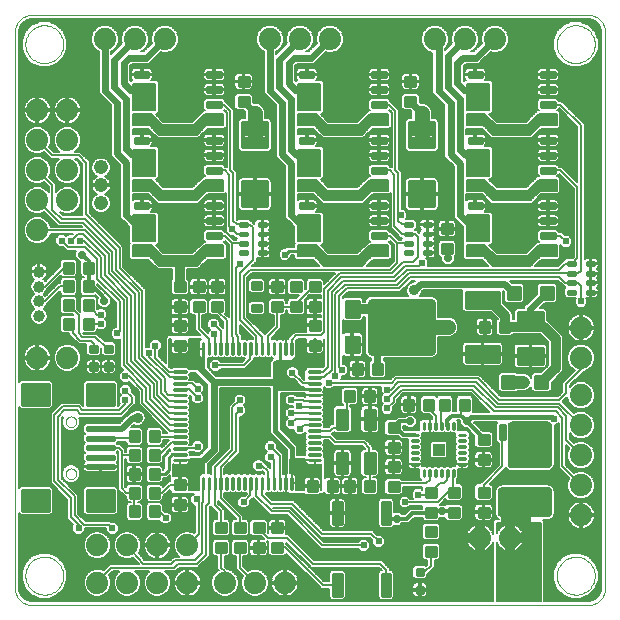
<source format=gtl>
G75*
%MOIN*%
%OFA0B0*%
%FSLAX24Y24*%
%IPPOS*%
%LPD*%
%AMOC8*
5,1,8,0,0,1.08239X$1,22.5*
%
%ADD10C,0.0000*%
%ADD11C,0.0740*%
%ADD12C,0.0101*%
%ADD13C,0.0098*%
%ADD14C,0.0099*%
%ADD15C,0.0142*%
%ADD16C,0.0100*%
%ADD17C,0.0118*%
%ADD18C,0.0285*%
%ADD19C,0.0100*%
%ADD20C,0.0099*%
%ADD21C,0.0100*%
%ADD22R,0.0394X0.0394*%
%ADD23C,0.0397*%
%ADD24C,0.0476*%
%ADD25C,0.0060*%
%ADD26C,0.0277*%
%ADD27C,0.0240*%
%ADD28C,0.1102*%
%ADD29C,0.0320*%
%ADD30C,0.0500*%
%ADD31C,0.0356*%
%ADD32C,0.0240*%
%ADD33C,0.0440*%
%ADD34C,0.0317*%
%ADD35C,0.0160*%
%ADD36C,0.0400*%
%ADD37C,0.0120*%
%ADD38C,0.0200*%
D10*
X000588Y000721D02*
X000588Y019224D01*
X000587Y019224D02*
X000589Y019270D01*
X000594Y019316D01*
X000603Y019362D01*
X000616Y019407D01*
X000632Y019450D01*
X000651Y019492D01*
X000674Y019533D01*
X000700Y019571D01*
X000729Y019608D01*
X000760Y019642D01*
X000794Y019673D01*
X000831Y019702D01*
X000869Y019728D01*
X000910Y019751D01*
X000952Y019770D01*
X000995Y019786D01*
X001040Y019799D01*
X001086Y019808D01*
X001132Y019813D01*
X001178Y019815D01*
X019682Y019815D01*
X019728Y019813D01*
X019774Y019808D01*
X019820Y019799D01*
X019865Y019786D01*
X019908Y019770D01*
X019950Y019751D01*
X019991Y019728D01*
X020029Y019702D01*
X020066Y019673D01*
X020100Y019642D01*
X020131Y019608D01*
X020160Y019571D01*
X020186Y019533D01*
X020209Y019492D01*
X020228Y019450D01*
X020244Y019407D01*
X020257Y019362D01*
X020266Y019316D01*
X020271Y019270D01*
X020273Y019224D01*
X020273Y000721D01*
X020271Y000675D01*
X020266Y000629D01*
X020257Y000583D01*
X020244Y000538D01*
X020228Y000495D01*
X020209Y000453D01*
X020186Y000412D01*
X020160Y000374D01*
X020131Y000337D01*
X020100Y000303D01*
X020066Y000272D01*
X020029Y000243D01*
X019991Y000217D01*
X019950Y000194D01*
X019908Y000175D01*
X019865Y000159D01*
X019820Y000146D01*
X019774Y000137D01*
X019728Y000132D01*
X019682Y000130D01*
X001178Y000130D01*
X001132Y000132D01*
X001086Y000137D01*
X001040Y000146D01*
X000995Y000159D01*
X000952Y000175D01*
X000910Y000194D01*
X000869Y000217D01*
X000831Y000243D01*
X000794Y000272D01*
X000760Y000303D01*
X000729Y000337D01*
X000700Y000374D01*
X000674Y000412D01*
X000651Y000453D01*
X000632Y000495D01*
X000616Y000538D01*
X000603Y000583D01*
X000594Y000629D01*
X000589Y000675D01*
X000587Y000721D01*
X000942Y001114D02*
X000944Y001164D01*
X000950Y001214D01*
X000960Y001263D01*
X000974Y001311D01*
X000991Y001358D01*
X001012Y001403D01*
X001037Y001447D01*
X001065Y001488D01*
X001097Y001527D01*
X001131Y001564D01*
X001168Y001598D01*
X001208Y001628D01*
X001250Y001655D01*
X001294Y001679D01*
X001340Y001700D01*
X001387Y001716D01*
X001435Y001729D01*
X001485Y001738D01*
X001534Y001743D01*
X001585Y001744D01*
X001635Y001741D01*
X001684Y001734D01*
X001733Y001723D01*
X001781Y001708D01*
X001827Y001690D01*
X001872Y001668D01*
X001915Y001642D01*
X001956Y001613D01*
X001995Y001581D01*
X002031Y001546D01*
X002063Y001508D01*
X002093Y001468D01*
X002120Y001425D01*
X002143Y001381D01*
X002162Y001335D01*
X002178Y001287D01*
X002190Y001238D01*
X002198Y001189D01*
X002202Y001139D01*
X002202Y001089D01*
X002198Y001039D01*
X002190Y000990D01*
X002178Y000941D01*
X002162Y000893D01*
X002143Y000847D01*
X002120Y000803D01*
X002093Y000760D01*
X002063Y000720D01*
X002031Y000682D01*
X001995Y000647D01*
X001956Y000615D01*
X001915Y000586D01*
X001872Y000560D01*
X001827Y000538D01*
X001781Y000520D01*
X001733Y000505D01*
X001684Y000494D01*
X001635Y000487D01*
X001585Y000484D01*
X001534Y000485D01*
X001485Y000490D01*
X001435Y000499D01*
X001387Y000512D01*
X001340Y000528D01*
X001294Y000549D01*
X001250Y000573D01*
X001208Y000600D01*
X001168Y000630D01*
X001131Y000664D01*
X001097Y000701D01*
X001065Y000740D01*
X001037Y000781D01*
X001012Y000825D01*
X000991Y000870D01*
X000974Y000917D01*
X000960Y000965D01*
X000950Y001014D01*
X000944Y001064D01*
X000942Y001114D01*
X002286Y004514D02*
X002288Y004540D01*
X002294Y004566D01*
X002304Y004591D01*
X002317Y004614D01*
X002333Y004634D01*
X002353Y004652D01*
X002375Y004667D01*
X002398Y004679D01*
X002424Y004687D01*
X002450Y004691D01*
X002476Y004691D01*
X002502Y004687D01*
X002528Y004679D01*
X002552Y004667D01*
X002573Y004652D01*
X002593Y004634D01*
X002609Y004614D01*
X002622Y004591D01*
X002632Y004566D01*
X002638Y004540D01*
X002640Y004514D01*
X002638Y004488D01*
X002632Y004462D01*
X002622Y004437D01*
X002609Y004414D01*
X002593Y004394D01*
X002573Y004376D01*
X002551Y004361D01*
X002528Y004349D01*
X002502Y004341D01*
X002476Y004337D01*
X002450Y004337D01*
X002424Y004341D01*
X002398Y004349D01*
X002374Y004361D01*
X002353Y004376D01*
X002333Y004394D01*
X002317Y004414D01*
X002304Y004437D01*
X002294Y004462D01*
X002288Y004488D01*
X002286Y004514D01*
X002286Y006246D02*
X002288Y006272D01*
X002294Y006298D01*
X002304Y006323D01*
X002317Y006346D01*
X002333Y006366D01*
X002353Y006384D01*
X002375Y006399D01*
X002398Y006411D01*
X002424Y006419D01*
X002450Y006423D01*
X002476Y006423D01*
X002502Y006419D01*
X002528Y006411D01*
X002552Y006399D01*
X002573Y006384D01*
X002593Y006366D01*
X002609Y006346D01*
X002622Y006323D01*
X002632Y006298D01*
X002638Y006272D01*
X002640Y006246D01*
X002638Y006220D01*
X002632Y006194D01*
X002622Y006169D01*
X002609Y006146D01*
X002593Y006126D01*
X002573Y006108D01*
X002551Y006093D01*
X002528Y006081D01*
X002502Y006073D01*
X002476Y006069D01*
X002450Y006069D01*
X002424Y006073D01*
X002398Y006081D01*
X002374Y006093D01*
X002353Y006108D01*
X002333Y006126D01*
X002317Y006146D01*
X002304Y006169D01*
X002294Y006194D01*
X002288Y006220D01*
X002286Y006246D01*
X000942Y018831D02*
X000944Y018881D01*
X000950Y018931D01*
X000960Y018980D01*
X000974Y019028D01*
X000991Y019075D01*
X001012Y019120D01*
X001037Y019164D01*
X001065Y019205D01*
X001097Y019244D01*
X001131Y019281D01*
X001168Y019315D01*
X001208Y019345D01*
X001250Y019372D01*
X001294Y019396D01*
X001340Y019417D01*
X001387Y019433D01*
X001435Y019446D01*
X001485Y019455D01*
X001534Y019460D01*
X001585Y019461D01*
X001635Y019458D01*
X001684Y019451D01*
X001733Y019440D01*
X001781Y019425D01*
X001827Y019407D01*
X001872Y019385D01*
X001915Y019359D01*
X001956Y019330D01*
X001995Y019298D01*
X002031Y019263D01*
X002063Y019225D01*
X002093Y019185D01*
X002120Y019142D01*
X002143Y019098D01*
X002162Y019052D01*
X002178Y019004D01*
X002190Y018955D01*
X002198Y018906D01*
X002202Y018856D01*
X002202Y018806D01*
X002198Y018756D01*
X002190Y018707D01*
X002178Y018658D01*
X002162Y018610D01*
X002143Y018564D01*
X002120Y018520D01*
X002093Y018477D01*
X002063Y018437D01*
X002031Y018399D01*
X001995Y018364D01*
X001956Y018332D01*
X001915Y018303D01*
X001872Y018277D01*
X001827Y018255D01*
X001781Y018237D01*
X001733Y018222D01*
X001684Y018211D01*
X001635Y018204D01*
X001585Y018201D01*
X001534Y018202D01*
X001485Y018207D01*
X001435Y018216D01*
X001387Y018229D01*
X001340Y018245D01*
X001294Y018266D01*
X001250Y018290D01*
X001208Y018317D01*
X001168Y018347D01*
X001131Y018381D01*
X001097Y018418D01*
X001065Y018457D01*
X001037Y018498D01*
X001012Y018542D01*
X000991Y018587D01*
X000974Y018634D01*
X000960Y018682D01*
X000950Y018731D01*
X000944Y018781D01*
X000942Y018831D01*
X018659Y018831D02*
X018661Y018881D01*
X018667Y018931D01*
X018677Y018980D01*
X018691Y019028D01*
X018708Y019075D01*
X018729Y019120D01*
X018754Y019164D01*
X018782Y019205D01*
X018814Y019244D01*
X018848Y019281D01*
X018885Y019315D01*
X018925Y019345D01*
X018967Y019372D01*
X019011Y019396D01*
X019057Y019417D01*
X019104Y019433D01*
X019152Y019446D01*
X019202Y019455D01*
X019251Y019460D01*
X019302Y019461D01*
X019352Y019458D01*
X019401Y019451D01*
X019450Y019440D01*
X019498Y019425D01*
X019544Y019407D01*
X019589Y019385D01*
X019632Y019359D01*
X019673Y019330D01*
X019712Y019298D01*
X019748Y019263D01*
X019780Y019225D01*
X019810Y019185D01*
X019837Y019142D01*
X019860Y019098D01*
X019879Y019052D01*
X019895Y019004D01*
X019907Y018955D01*
X019915Y018906D01*
X019919Y018856D01*
X019919Y018806D01*
X019915Y018756D01*
X019907Y018707D01*
X019895Y018658D01*
X019879Y018610D01*
X019860Y018564D01*
X019837Y018520D01*
X019810Y018477D01*
X019780Y018437D01*
X019748Y018399D01*
X019712Y018364D01*
X019673Y018332D01*
X019632Y018303D01*
X019589Y018277D01*
X019544Y018255D01*
X019498Y018237D01*
X019450Y018222D01*
X019401Y018211D01*
X019352Y018204D01*
X019302Y018201D01*
X019251Y018202D01*
X019202Y018207D01*
X019152Y018216D01*
X019104Y018229D01*
X019057Y018245D01*
X019011Y018266D01*
X018967Y018290D01*
X018925Y018317D01*
X018885Y018347D01*
X018848Y018381D01*
X018814Y018418D01*
X018782Y018457D01*
X018754Y018498D01*
X018729Y018542D01*
X018708Y018587D01*
X018691Y018634D01*
X018677Y018682D01*
X018667Y018731D01*
X018661Y018781D01*
X018659Y018831D01*
X018659Y001114D02*
X018661Y001164D01*
X018667Y001214D01*
X018677Y001263D01*
X018691Y001311D01*
X018708Y001358D01*
X018729Y001403D01*
X018754Y001447D01*
X018782Y001488D01*
X018814Y001527D01*
X018848Y001564D01*
X018885Y001598D01*
X018925Y001628D01*
X018967Y001655D01*
X019011Y001679D01*
X019057Y001700D01*
X019104Y001716D01*
X019152Y001729D01*
X019202Y001738D01*
X019251Y001743D01*
X019302Y001744D01*
X019352Y001741D01*
X019401Y001734D01*
X019450Y001723D01*
X019498Y001708D01*
X019544Y001690D01*
X019589Y001668D01*
X019632Y001642D01*
X019673Y001613D01*
X019712Y001581D01*
X019748Y001546D01*
X019780Y001508D01*
X019810Y001468D01*
X019837Y001425D01*
X019860Y001381D01*
X019879Y001335D01*
X019895Y001287D01*
X019907Y001238D01*
X019915Y001189D01*
X019919Y001139D01*
X019919Y001089D01*
X019915Y001039D01*
X019907Y000990D01*
X019895Y000941D01*
X019879Y000893D01*
X019860Y000847D01*
X019837Y000803D01*
X019810Y000760D01*
X019780Y000720D01*
X019748Y000682D01*
X019712Y000647D01*
X019673Y000615D01*
X019632Y000586D01*
X019589Y000560D01*
X019544Y000538D01*
X019498Y000520D01*
X019450Y000505D01*
X019401Y000494D01*
X019352Y000487D01*
X019302Y000484D01*
X019251Y000485D01*
X019202Y000490D01*
X019152Y000499D01*
X019104Y000512D01*
X019057Y000528D01*
X019011Y000549D01*
X018967Y000573D01*
X018925Y000600D01*
X018885Y000630D01*
X018848Y000664D01*
X018814Y000701D01*
X018782Y000740D01*
X018754Y000781D01*
X018729Y000825D01*
X018708Y000870D01*
X018691Y000917D01*
X018677Y000965D01*
X018667Y001014D01*
X018661Y001064D01*
X018659Y001114D01*
D11*
X017088Y002380D03*
X016088Y002380D03*
X019463Y003130D03*
X019463Y004130D03*
X019463Y005130D03*
X019463Y006130D03*
X019463Y007130D03*
X019463Y008380D03*
X019463Y009380D03*
X016588Y019005D03*
X015588Y019005D03*
X014588Y019005D03*
X011088Y019005D03*
X010088Y019005D03*
X009088Y019005D03*
X005588Y019005D03*
X004588Y019005D03*
X003588Y019005D03*
X002338Y016630D03*
X002338Y015630D03*
X002338Y014630D03*
X002338Y013630D03*
X001338Y013630D03*
X001338Y012630D03*
X001338Y014630D03*
X001338Y015630D03*
X001338Y016630D03*
X001338Y008380D03*
X002338Y008380D03*
X003338Y002130D03*
X004338Y002130D03*
X005338Y002130D03*
X006338Y002130D03*
X006338Y000880D03*
X005338Y000880D03*
X004338Y000880D03*
X003338Y000880D03*
X007588Y000880D03*
X008588Y000880D03*
X009588Y000880D03*
D12*
X013981Y000754D02*
X014195Y000754D01*
X014195Y000540D01*
X013981Y000540D01*
X013981Y000754D01*
X013981Y000640D02*
X014195Y000640D01*
X014195Y000740D02*
X013981Y000740D01*
X013981Y001345D02*
X014195Y001345D01*
X014195Y001131D01*
X013981Y001131D01*
X013981Y001345D01*
X013981Y001231D02*
X014195Y001231D01*
X014195Y001331D02*
X013981Y001331D01*
X016718Y008249D02*
X016718Y008779D01*
X016718Y008249D02*
X015638Y008249D01*
X015638Y008779D01*
X016718Y008779D01*
X016718Y008349D02*
X015638Y008349D01*
X015638Y008449D02*
X016718Y008449D01*
X016718Y008549D02*
X015638Y008549D01*
X015638Y008649D02*
X016718Y008649D01*
X016718Y008749D02*
X015638Y008749D01*
X016718Y010044D02*
X016718Y010574D01*
X016718Y010044D02*
X015638Y010044D01*
X015638Y010574D01*
X016718Y010574D01*
X016718Y010144D02*
X015638Y010144D01*
X015638Y010244D02*
X016718Y010244D01*
X016718Y010344D02*
X015638Y010344D01*
X015638Y010444D02*
X016718Y010444D01*
X016718Y010544D02*
X015638Y010544D01*
X017353Y009892D02*
X017353Y009362D01*
X017353Y009892D02*
X018197Y009892D01*
X018197Y009362D01*
X017353Y009362D01*
X017353Y009462D02*
X018197Y009462D01*
X018197Y009562D02*
X017353Y009562D01*
X017353Y009662D02*
X018197Y009662D01*
X018197Y009762D02*
X017353Y009762D01*
X017353Y009862D02*
X018197Y009862D01*
X018197Y008711D02*
X018197Y008181D01*
X017353Y008181D01*
X017353Y008711D01*
X018197Y008711D01*
X018197Y008281D02*
X017353Y008281D01*
X017353Y008381D02*
X018197Y008381D01*
X018197Y008481D02*
X017353Y008481D01*
X017353Y008581D02*
X018197Y008581D01*
X018197Y008681D02*
X017353Y008681D01*
X008503Y009930D02*
X008503Y010144D01*
X008797Y010144D01*
X008797Y009930D01*
X008503Y009930D01*
X008503Y010030D02*
X008797Y010030D01*
X008797Y010130D02*
X008503Y010130D01*
X008503Y010678D02*
X008503Y010892D01*
X008797Y010892D01*
X008797Y010678D01*
X008503Y010678D01*
X008503Y010778D02*
X008797Y010778D01*
X008797Y010878D02*
X008503Y010878D01*
X003820Y008782D02*
X003606Y008782D01*
X003820Y008782D02*
X003820Y008568D01*
X003606Y008568D01*
X003606Y008782D01*
X003606Y008668D02*
X003820Y008668D01*
X003820Y008768D02*
X003606Y008768D01*
X003320Y008782D02*
X003106Y008782D01*
X003320Y008782D02*
X003320Y008568D01*
X003106Y008568D01*
X003106Y008782D01*
X003106Y008668D02*
X003320Y008668D01*
X003320Y008768D02*
X003106Y008768D01*
X003106Y008192D02*
X003320Y008192D01*
X003320Y007978D01*
X003106Y007978D01*
X003106Y008192D01*
X003106Y008078D02*
X003320Y008078D01*
X003320Y008178D02*
X003106Y008178D01*
X003606Y008192D02*
X003820Y008192D01*
X003820Y007978D01*
X003606Y007978D01*
X003606Y008192D01*
X003606Y008078D02*
X003820Y008078D01*
X003820Y008178D02*
X003606Y008178D01*
D13*
X003195Y009672D02*
X002899Y009672D01*
X003195Y009672D02*
X003195Y009338D01*
X002899Y009338D01*
X002899Y009672D01*
X002899Y009435D02*
X003195Y009435D01*
X003195Y009532D02*
X002899Y009532D01*
X002899Y009629D02*
X003195Y009629D01*
X003195Y010297D02*
X002899Y010297D01*
X003195Y010297D02*
X003195Y009963D01*
X002899Y009963D01*
X002899Y010297D01*
X002899Y010060D02*
X003195Y010060D01*
X003195Y010157D02*
X002899Y010157D01*
X002899Y010254D02*
X003195Y010254D01*
X003195Y010588D02*
X002899Y010588D01*
X002899Y010922D01*
X003195Y010922D01*
X003195Y010588D01*
X003195Y010685D02*
X002899Y010685D01*
X002899Y010782D02*
X003195Y010782D01*
X003195Y010879D02*
X002899Y010879D01*
X002899Y011213D02*
X003195Y011213D01*
X002899Y011213D02*
X002899Y011547D01*
X003195Y011547D01*
X003195Y011213D01*
X003195Y011310D02*
X002899Y011310D01*
X002899Y011407D02*
X003195Y011407D01*
X003195Y011504D02*
X002899Y011504D01*
X002526Y011213D02*
X002230Y011213D01*
X002230Y011547D01*
X002526Y011547D01*
X002526Y011213D01*
X002526Y011310D02*
X002230Y011310D01*
X002230Y011407D02*
X002526Y011407D01*
X002526Y011504D02*
X002230Y011504D01*
X002230Y010588D02*
X002526Y010588D01*
X002230Y010588D02*
X002230Y010922D01*
X002526Y010922D01*
X002526Y010588D01*
X002526Y010685D02*
X002230Y010685D01*
X002230Y010782D02*
X002526Y010782D01*
X002526Y010879D02*
X002230Y010879D01*
X002230Y010297D02*
X002526Y010297D01*
X002526Y009963D01*
X002230Y009963D01*
X002230Y010297D01*
X002230Y010060D02*
X002526Y010060D01*
X002526Y010157D02*
X002230Y010157D01*
X002230Y010254D02*
X002526Y010254D01*
X002526Y009672D02*
X002230Y009672D01*
X002526Y009672D02*
X002526Y009338D01*
X002230Y009338D01*
X002230Y009672D01*
X002230Y009435D02*
X002526Y009435D01*
X002526Y009532D02*
X002230Y009532D01*
X002230Y009629D02*
X002526Y009629D01*
X005921Y009613D02*
X006255Y009613D01*
X006255Y009317D01*
X005921Y009317D01*
X005921Y009613D01*
X005921Y009414D02*
X006255Y009414D01*
X006255Y009511D02*
X005921Y009511D01*
X005921Y009608D02*
X006255Y009608D01*
X006255Y009929D02*
X005921Y009929D01*
X005921Y010225D01*
X006255Y010225D01*
X006255Y009929D01*
X006255Y010026D02*
X005921Y010026D01*
X005921Y010123D02*
X006255Y010123D01*
X006255Y010220D02*
X005921Y010220D01*
X005921Y010598D02*
X006255Y010598D01*
X005921Y010598D02*
X005921Y010894D01*
X006255Y010894D01*
X006255Y010598D01*
X006255Y010695D02*
X005921Y010695D01*
X005921Y010792D02*
X006255Y010792D01*
X006255Y010889D02*
X005921Y010889D01*
X006546Y010894D02*
X006546Y010598D01*
X006546Y010894D02*
X006880Y010894D01*
X006880Y010598D01*
X006546Y010598D01*
X006546Y010695D02*
X006880Y010695D01*
X006880Y010792D02*
X006546Y010792D01*
X006546Y010889D02*
X006880Y010889D01*
X007171Y010894D02*
X007171Y010598D01*
X007171Y010894D02*
X007505Y010894D01*
X007505Y010598D01*
X007171Y010598D01*
X007171Y010695D02*
X007505Y010695D01*
X007505Y010792D02*
X007171Y010792D01*
X007171Y010889D02*
X007505Y010889D01*
X007171Y010225D02*
X007171Y009929D01*
X007171Y010225D02*
X007505Y010225D01*
X007505Y009929D01*
X007171Y009929D01*
X007171Y010026D02*
X007505Y010026D01*
X007505Y010123D02*
X007171Y010123D01*
X007171Y010220D02*
X007505Y010220D01*
X006546Y010225D02*
X006546Y009929D01*
X006546Y010225D02*
X006880Y010225D01*
X006880Y009929D01*
X006546Y009929D01*
X006546Y010026D02*
X006880Y010026D01*
X006880Y010123D02*
X006546Y010123D01*
X006546Y010220D02*
X006880Y010220D01*
X006255Y008943D02*
X005921Y008943D01*
X006255Y008943D02*
X006255Y008647D01*
X005921Y008647D01*
X005921Y008943D01*
X005921Y008744D02*
X006255Y008744D01*
X006255Y008841D02*
X005921Y008841D01*
X005921Y008938D02*
X006255Y008938D01*
X009171Y009929D02*
X009171Y010225D01*
X009505Y010225D01*
X009505Y009929D01*
X009171Y009929D01*
X009171Y010026D02*
X009505Y010026D01*
X009505Y010123D02*
X009171Y010123D01*
X009171Y010220D02*
X009505Y010220D01*
X009796Y010225D02*
X009796Y009929D01*
X009796Y010225D02*
X010130Y010225D01*
X010130Y009929D01*
X009796Y009929D01*
X009796Y010026D02*
X010130Y010026D01*
X010130Y010123D02*
X009796Y010123D01*
X009796Y010220D02*
X010130Y010220D01*
X010421Y009929D02*
X010755Y009929D01*
X010421Y009929D02*
X010421Y010225D01*
X010755Y010225D01*
X010755Y009929D01*
X010755Y010026D02*
X010421Y010026D01*
X010421Y010123D02*
X010755Y010123D01*
X010755Y010220D02*
X010421Y010220D01*
X010421Y010598D02*
X010755Y010598D01*
X010421Y010598D02*
X010421Y010894D01*
X010755Y010894D01*
X010755Y010598D01*
X010755Y010695D02*
X010421Y010695D01*
X010421Y010792D02*
X010755Y010792D01*
X010755Y010889D02*
X010421Y010889D01*
X009796Y010894D02*
X009796Y010598D01*
X009796Y010894D02*
X010130Y010894D01*
X010130Y010598D01*
X009796Y010598D01*
X009796Y010695D02*
X010130Y010695D01*
X010130Y010792D02*
X009796Y010792D01*
X009796Y010889D02*
X010130Y010889D01*
X009171Y010894D02*
X009171Y010598D01*
X009171Y010894D02*
X009505Y010894D01*
X009505Y010598D01*
X009171Y010598D01*
X009171Y010695D02*
X009505Y010695D01*
X009505Y010792D02*
X009171Y010792D01*
X009171Y010889D02*
X009505Y010889D01*
X010421Y009613D02*
X010755Y009613D01*
X010755Y009317D01*
X010421Y009317D01*
X010421Y009613D01*
X010421Y009414D02*
X010755Y009414D01*
X010755Y009511D02*
X010421Y009511D01*
X010421Y009608D02*
X010755Y009608D01*
X010755Y008943D02*
X010421Y008943D01*
X010755Y008943D02*
X010755Y008647D01*
X010421Y008647D01*
X010421Y008943D01*
X010421Y008744D02*
X010755Y008744D01*
X010755Y008841D02*
X010421Y008841D01*
X010421Y008938D02*
X010755Y008938D01*
X011855Y008172D02*
X011855Y007838D01*
X011855Y008172D02*
X012151Y008172D01*
X012151Y007838D01*
X011855Y007838D01*
X011855Y007935D02*
X012151Y007935D01*
X012151Y008032D02*
X011855Y008032D01*
X011855Y008129D02*
X012151Y008129D01*
X012524Y008172D02*
X012524Y007838D01*
X012524Y008172D02*
X012820Y008172D01*
X012820Y007838D01*
X012524Y007838D01*
X012524Y007935D02*
X012820Y007935D01*
X012820Y008032D02*
X012524Y008032D01*
X012524Y008129D02*
X012820Y008129D01*
X012274Y007266D02*
X012274Y006932D01*
X012274Y007266D02*
X012570Y007266D01*
X012570Y006932D01*
X012274Y006932D01*
X012274Y007029D02*
X012570Y007029D01*
X012570Y007126D02*
X012274Y007126D01*
X012274Y007223D02*
X012570Y007223D01*
X011605Y007266D02*
X011605Y006932D01*
X011605Y007266D02*
X011901Y007266D01*
X011901Y006932D01*
X011605Y006932D01*
X011605Y007029D02*
X011901Y007029D01*
X011901Y007126D02*
X011605Y007126D01*
X011605Y007223D02*
X011901Y007223D01*
X013046Y005910D02*
X013380Y005910D01*
X013046Y005910D02*
X013046Y006206D01*
X013380Y006206D01*
X013380Y005910D01*
X013380Y006007D02*
X013046Y006007D01*
X013046Y006104D02*
X013380Y006104D01*
X013380Y006201D02*
X013046Y006201D01*
X013046Y005241D02*
X013380Y005241D01*
X013046Y005241D02*
X013046Y005537D01*
X013380Y005537D01*
X013380Y005241D01*
X013380Y005338D02*
X013046Y005338D01*
X013046Y005435D02*
X013380Y005435D01*
X013380Y005532D02*
X013046Y005532D01*
X013046Y004894D02*
X013380Y004894D01*
X013380Y004598D01*
X013046Y004598D01*
X013046Y004894D01*
X013046Y004695D02*
X013380Y004695D01*
X013380Y004792D02*
X013046Y004792D01*
X013046Y004889D02*
X013380Y004889D01*
X013380Y004225D02*
X013046Y004225D01*
X013380Y004225D02*
X013380Y003929D01*
X013046Y003929D01*
X013046Y004225D01*
X013046Y004026D02*
X013380Y004026D01*
X013380Y004123D02*
X013046Y004123D01*
X013046Y004220D02*
X013380Y004220D01*
X012570Y004266D02*
X012570Y003932D01*
X012274Y003932D01*
X012274Y004266D01*
X012570Y004266D01*
X012570Y004029D02*
X012274Y004029D01*
X012274Y004126D02*
X012570Y004126D01*
X012570Y004223D02*
X012274Y004223D01*
X011901Y004266D02*
X011901Y003932D01*
X011605Y003932D01*
X011605Y004266D01*
X011901Y004266D01*
X011901Y004029D02*
X011605Y004029D01*
X011605Y004126D02*
X011901Y004126D01*
X011901Y004223D02*
X011605Y004223D01*
X011320Y004266D02*
X011320Y003932D01*
X011024Y003932D01*
X011024Y004266D01*
X011320Y004266D01*
X011320Y004029D02*
X011024Y004029D01*
X011024Y004126D02*
X011320Y004126D01*
X011320Y004223D02*
X011024Y004223D01*
X010651Y004266D02*
X010651Y003932D01*
X010355Y003932D01*
X010355Y004266D01*
X010651Y004266D01*
X010651Y004029D02*
X010355Y004029D01*
X010355Y004126D02*
X010651Y004126D01*
X010651Y004223D02*
X010355Y004223D01*
X009505Y002863D02*
X009171Y002863D01*
X009505Y002863D02*
X009505Y002567D01*
X009171Y002567D01*
X009171Y002863D01*
X009171Y002664D02*
X009505Y002664D01*
X009505Y002761D02*
X009171Y002761D01*
X009171Y002858D02*
X009505Y002858D01*
X008546Y002863D02*
X008546Y002567D01*
X008546Y002863D02*
X008880Y002863D01*
X008880Y002567D01*
X008546Y002567D01*
X008546Y002664D02*
X008880Y002664D01*
X008880Y002761D02*
X008546Y002761D01*
X008546Y002858D02*
X008880Y002858D01*
X007921Y002863D02*
X007921Y002567D01*
X007921Y002863D02*
X008255Y002863D01*
X008255Y002567D01*
X007921Y002567D01*
X007921Y002664D02*
X008255Y002664D01*
X008255Y002761D02*
X007921Y002761D01*
X007921Y002858D02*
X008255Y002858D01*
X007296Y002863D02*
X007296Y002567D01*
X007296Y002863D02*
X007630Y002863D01*
X007630Y002567D01*
X007296Y002567D01*
X007296Y002664D02*
X007630Y002664D01*
X007630Y002761D02*
X007296Y002761D01*
X007296Y002858D02*
X007630Y002858D01*
X007296Y002193D02*
X007296Y001897D01*
X007296Y002193D02*
X007630Y002193D01*
X007630Y001897D01*
X007296Y001897D01*
X007296Y001994D02*
X007630Y001994D01*
X007630Y002091D02*
X007296Y002091D01*
X007296Y002188D02*
X007630Y002188D01*
X007921Y002193D02*
X007921Y001897D01*
X007921Y002193D02*
X008255Y002193D01*
X008255Y001897D01*
X007921Y001897D01*
X007921Y001994D02*
X008255Y001994D01*
X008255Y002091D02*
X007921Y002091D01*
X007921Y002188D02*
X008255Y002188D01*
X008546Y002193D02*
X008546Y001897D01*
X008546Y002193D02*
X008880Y002193D01*
X008880Y001897D01*
X008546Y001897D01*
X008546Y001994D02*
X008880Y001994D01*
X008880Y002091D02*
X008546Y002091D01*
X008546Y002188D02*
X008880Y002188D01*
X009171Y002193D02*
X009505Y002193D01*
X009505Y001897D01*
X009171Y001897D01*
X009171Y002193D01*
X009171Y001994D02*
X009505Y001994D01*
X009505Y002091D02*
X009171Y002091D01*
X009171Y002188D02*
X009505Y002188D01*
X006255Y003335D02*
X005921Y003335D01*
X005921Y003631D01*
X006255Y003631D01*
X006255Y003335D01*
X006255Y003432D02*
X005921Y003432D01*
X005921Y003529D02*
X006255Y003529D01*
X006255Y003626D02*
X005921Y003626D01*
X005921Y004004D02*
X006255Y004004D01*
X005921Y004004D02*
X005921Y004300D01*
X006255Y004300D01*
X006255Y004004D01*
X006255Y004101D02*
X005921Y004101D01*
X005921Y004198D02*
X006255Y004198D01*
X006255Y004295D02*
X005921Y004295D01*
X005383Y004338D02*
X005087Y004338D01*
X005087Y004672D01*
X005383Y004672D01*
X005383Y004338D01*
X005383Y004435D02*
X005087Y004435D01*
X005087Y004532D02*
X005383Y004532D01*
X005383Y004629D02*
X005087Y004629D01*
X005087Y004963D02*
X005383Y004963D01*
X005087Y004963D02*
X005087Y005297D01*
X005383Y005297D01*
X005383Y004963D01*
X005383Y005060D02*
X005087Y005060D01*
X005087Y005157D02*
X005383Y005157D01*
X005383Y005254D02*
X005087Y005254D01*
X005087Y005588D02*
X005383Y005588D01*
X005087Y005588D02*
X005087Y005922D01*
X005383Y005922D01*
X005383Y005588D01*
X005383Y005685D02*
X005087Y005685D01*
X005087Y005782D02*
X005383Y005782D01*
X005383Y005879D02*
X005087Y005879D01*
X004714Y005588D02*
X004418Y005588D01*
X004418Y005922D01*
X004714Y005922D01*
X004714Y005588D01*
X004714Y005685D02*
X004418Y005685D01*
X004418Y005782D02*
X004714Y005782D01*
X004714Y005879D02*
X004418Y005879D01*
X004418Y004963D02*
X004714Y004963D01*
X004418Y004963D02*
X004418Y005297D01*
X004714Y005297D01*
X004714Y004963D01*
X004714Y005060D02*
X004418Y005060D01*
X004418Y005157D02*
X004714Y005157D01*
X004714Y005254D02*
X004418Y005254D01*
X004418Y004338D02*
X004714Y004338D01*
X004418Y004338D02*
X004418Y004672D01*
X004714Y004672D01*
X004714Y004338D01*
X004714Y004435D02*
X004418Y004435D01*
X004418Y004532D02*
X004714Y004532D01*
X004714Y004629D02*
X004418Y004629D01*
X004418Y004047D02*
X004714Y004047D01*
X004714Y003713D01*
X004418Y003713D01*
X004418Y004047D01*
X004418Y003810D02*
X004714Y003810D01*
X004714Y003907D02*
X004418Y003907D01*
X004418Y004004D02*
X004714Y004004D01*
X005087Y004047D02*
X005383Y004047D01*
X005383Y003713D01*
X005087Y003713D01*
X005087Y004047D01*
X005087Y003810D02*
X005383Y003810D01*
X005383Y003907D02*
X005087Y003907D01*
X005087Y004004D02*
X005383Y004004D01*
X005383Y003088D02*
X005087Y003088D01*
X005087Y003422D01*
X005383Y003422D01*
X005383Y003088D01*
X005383Y003185D02*
X005087Y003185D01*
X005087Y003282D02*
X005383Y003282D01*
X005383Y003379D02*
X005087Y003379D01*
X004714Y003088D02*
X004418Y003088D01*
X004418Y003422D01*
X004714Y003422D01*
X004714Y003088D01*
X004714Y003185D02*
X004418Y003185D01*
X004418Y003282D02*
X004714Y003282D01*
X004714Y003379D02*
X004418Y003379D01*
X013574Y006651D02*
X013574Y006985D01*
X013870Y006985D01*
X013870Y006651D01*
X013574Y006651D01*
X013574Y006748D02*
X013870Y006748D01*
X013870Y006845D02*
X013574Y006845D01*
X013574Y006942D02*
X013870Y006942D01*
X014243Y006985D02*
X014243Y006651D01*
X014243Y006985D02*
X014539Y006985D01*
X014539Y006651D01*
X014243Y006651D01*
X014243Y006748D02*
X014539Y006748D01*
X014539Y006845D02*
X014243Y006845D01*
X014243Y006942D02*
X014539Y006942D01*
X014761Y006651D02*
X015057Y006651D01*
X014761Y006651D02*
X014761Y006985D01*
X015057Y006985D01*
X015057Y006651D01*
X015057Y006748D02*
X014761Y006748D01*
X014761Y006845D02*
X015057Y006845D01*
X015057Y006942D02*
X014761Y006942D01*
X015431Y006651D02*
X015727Y006651D01*
X015431Y006651D02*
X015431Y006985D01*
X015727Y006985D01*
X015727Y006651D01*
X015727Y006748D02*
X015431Y006748D01*
X015431Y006845D02*
X015727Y006845D01*
X015727Y006942D02*
X015431Y006942D01*
X016046Y005504D02*
X016380Y005504D01*
X016046Y005504D02*
X016046Y005800D01*
X016380Y005800D01*
X016380Y005504D01*
X016380Y005601D02*
X016046Y005601D01*
X016046Y005698D02*
X016380Y005698D01*
X016380Y005795D02*
X016046Y005795D01*
X016046Y004835D02*
X016380Y004835D01*
X016046Y004835D02*
X016046Y005131D01*
X016380Y005131D01*
X016380Y004835D01*
X016380Y004932D02*
X016046Y004932D01*
X016046Y005029D02*
X016380Y005029D01*
X016380Y005126D02*
X016046Y005126D01*
X016046Y004050D02*
X016046Y003754D01*
X016046Y004050D02*
X016380Y004050D01*
X016380Y003754D01*
X016046Y003754D01*
X016046Y003851D02*
X016380Y003851D01*
X016380Y003948D02*
X016046Y003948D01*
X016046Y004045D02*
X016380Y004045D01*
X016046Y003381D02*
X016046Y003085D01*
X016046Y003381D02*
X016380Y003381D01*
X016380Y003085D01*
X016046Y003085D01*
X016046Y003182D02*
X016380Y003182D01*
X016380Y003279D02*
X016046Y003279D01*
X016046Y003376D02*
X016380Y003376D01*
X015046Y003381D02*
X015046Y003085D01*
X015046Y003381D02*
X015380Y003381D01*
X015380Y003085D01*
X015046Y003085D01*
X015046Y003182D02*
X015380Y003182D01*
X015380Y003279D02*
X015046Y003279D01*
X015046Y003376D02*
X015380Y003376D01*
X015046Y003754D02*
X015046Y004050D01*
X015380Y004050D01*
X015380Y003754D01*
X015046Y003754D01*
X015046Y003851D02*
X015380Y003851D01*
X015380Y003948D02*
X015046Y003948D01*
X015046Y004045D02*
X015380Y004045D01*
X014296Y004050D02*
X014296Y003754D01*
X014296Y004050D02*
X014630Y004050D01*
X014630Y003754D01*
X014296Y003754D01*
X014296Y003851D02*
X014630Y003851D01*
X014630Y003948D02*
X014296Y003948D01*
X014296Y004045D02*
X014630Y004045D01*
X014296Y003381D02*
X014296Y003085D01*
X014296Y003381D02*
X014630Y003381D01*
X014630Y003085D01*
X014296Y003085D01*
X014296Y003182D02*
X014630Y003182D01*
X014630Y003279D02*
X014296Y003279D01*
X014296Y003376D02*
X014630Y003376D01*
X014296Y002738D02*
X014296Y002442D01*
X014296Y002738D02*
X014630Y002738D01*
X014630Y002442D01*
X014296Y002442D01*
X014296Y002539D02*
X014630Y002539D01*
X014630Y002636D02*
X014296Y002636D01*
X014296Y002733D02*
X014630Y002733D01*
X014296Y002068D02*
X014296Y001772D01*
X014296Y002068D02*
X014630Y002068D01*
X014630Y001772D01*
X014296Y001772D01*
X014296Y001869D02*
X014630Y001869D01*
X014630Y001966D02*
X014296Y001966D01*
X014296Y002063D02*
X014630Y002063D01*
X016105Y009244D02*
X016105Y009578D01*
X016401Y009578D01*
X016401Y009244D01*
X016105Y009244D01*
X016105Y009341D02*
X016401Y009341D01*
X016401Y009438D02*
X016105Y009438D01*
X016105Y009535D02*
X016401Y009535D01*
X016774Y009578D02*
X016774Y009244D01*
X016774Y009578D02*
X017070Y009578D01*
X017070Y009244D01*
X016774Y009244D01*
X016774Y009341D02*
X017070Y009341D01*
X017070Y009438D02*
X016774Y009438D01*
X016774Y009535D02*
X017070Y009535D01*
X015161Y012162D02*
X014827Y012162D01*
X015161Y012162D02*
X015161Y011866D01*
X014827Y011866D01*
X014827Y012162D01*
X014827Y011963D02*
X015161Y011963D01*
X015161Y012060D02*
X014827Y012060D01*
X014827Y012157D02*
X015161Y012157D01*
X015161Y012831D02*
X014827Y012831D01*
X015161Y012831D02*
X015161Y012535D01*
X014827Y012535D01*
X014827Y012831D01*
X014827Y012632D02*
X015161Y012632D01*
X015161Y012729D02*
X014827Y012729D01*
X014827Y012826D02*
X015161Y012826D01*
X013942Y017068D02*
X013608Y017068D01*
X013942Y017068D02*
X013942Y016772D01*
X013608Y016772D01*
X013608Y017068D01*
X013608Y016869D02*
X013942Y016869D01*
X013942Y016966D02*
X013608Y016966D01*
X013608Y017063D02*
X013942Y017063D01*
X013942Y017738D02*
X013608Y017738D01*
X013942Y017738D02*
X013942Y017442D01*
X013608Y017442D01*
X013608Y017738D01*
X013608Y017539D02*
X013942Y017539D01*
X013942Y017636D02*
X013608Y017636D01*
X013608Y017733D02*
X013942Y017733D01*
X008380Y017738D02*
X008046Y017738D01*
X008380Y017738D02*
X008380Y017442D01*
X008046Y017442D01*
X008046Y017738D01*
X008046Y017539D02*
X008380Y017539D01*
X008380Y017636D02*
X008046Y017636D01*
X008046Y017733D02*
X008380Y017733D01*
X008380Y017068D02*
X008046Y017068D01*
X008380Y017068D02*
X008380Y016772D01*
X008046Y016772D01*
X008046Y017068D01*
X008046Y016869D02*
X008380Y016869D01*
X008380Y016966D02*
X008046Y016966D01*
X008046Y017063D02*
X008380Y017063D01*
D14*
X007461Y016899D02*
X007461Y016737D01*
X007009Y016737D01*
X007009Y016899D01*
X007461Y016899D01*
X007461Y016835D02*
X007009Y016835D01*
X007461Y017237D02*
X007461Y017399D01*
X007461Y017237D02*
X007009Y017237D01*
X007009Y017399D01*
X007461Y017399D01*
X007461Y017335D02*
X007009Y017335D01*
X007461Y017737D02*
X007461Y017899D01*
X007461Y017737D02*
X007009Y017737D01*
X007009Y017899D01*
X007461Y017899D01*
X007461Y017835D02*
X007009Y017835D01*
X007461Y016399D02*
X007461Y016237D01*
X007009Y016237D01*
X007009Y016399D01*
X007461Y016399D01*
X007461Y016335D02*
X007009Y016335D01*
X007461Y015711D02*
X007461Y015549D01*
X007009Y015549D01*
X007009Y015711D01*
X007461Y015711D01*
X007461Y015647D02*
X007009Y015647D01*
X007461Y015211D02*
X007461Y015049D01*
X007009Y015049D01*
X007009Y015211D01*
X007461Y015211D01*
X007461Y015147D02*
X007009Y015147D01*
X007461Y014711D02*
X007461Y014549D01*
X007009Y014549D01*
X007009Y014711D01*
X007461Y014711D01*
X007461Y014647D02*
X007009Y014647D01*
X007461Y014211D02*
X007461Y014049D01*
X007009Y014049D01*
X007009Y014211D01*
X007461Y014211D01*
X007461Y014147D02*
X007009Y014147D01*
X007461Y013524D02*
X007461Y013362D01*
X007009Y013362D01*
X007009Y013524D01*
X007461Y013524D01*
X007461Y013460D02*
X007009Y013460D01*
X007461Y013024D02*
X007461Y012862D01*
X007009Y012862D01*
X007009Y013024D01*
X007461Y013024D01*
X007461Y012960D02*
X007009Y012960D01*
X007461Y012524D02*
X007461Y012362D01*
X007009Y012362D01*
X007009Y012524D01*
X007461Y012524D01*
X007461Y012460D02*
X007009Y012460D01*
X007461Y012024D02*
X007461Y011862D01*
X007009Y011862D01*
X007009Y012024D01*
X007461Y012024D01*
X007461Y011960D02*
X007009Y011960D01*
X005041Y012024D02*
X005041Y011862D01*
X004589Y011862D01*
X004589Y012024D01*
X005041Y012024D01*
X005041Y011960D02*
X004589Y011960D01*
X005041Y012362D02*
X005041Y012524D01*
X005041Y012362D02*
X004589Y012362D01*
X004589Y012524D01*
X005041Y012524D01*
X005041Y012460D02*
X004589Y012460D01*
X005041Y012862D02*
X005041Y013024D01*
X005041Y012862D02*
X004589Y012862D01*
X004589Y013024D01*
X005041Y013024D01*
X005041Y012960D02*
X004589Y012960D01*
X005041Y013362D02*
X005041Y013524D01*
X005041Y013362D02*
X004589Y013362D01*
X004589Y013524D01*
X005041Y013524D01*
X005041Y013460D02*
X004589Y013460D01*
X005041Y014049D02*
X005041Y014211D01*
X005041Y014049D02*
X004589Y014049D01*
X004589Y014211D01*
X005041Y014211D01*
X005041Y014147D02*
X004589Y014147D01*
X005041Y014549D02*
X005041Y014711D01*
X005041Y014549D02*
X004589Y014549D01*
X004589Y014711D01*
X005041Y014711D01*
X005041Y014647D02*
X004589Y014647D01*
X005041Y015049D02*
X005041Y015211D01*
X005041Y015049D02*
X004589Y015049D01*
X004589Y015211D01*
X005041Y015211D01*
X005041Y015147D02*
X004589Y015147D01*
X005041Y015549D02*
X005041Y015711D01*
X005041Y015549D02*
X004589Y015549D01*
X004589Y015711D01*
X005041Y015711D01*
X005041Y015647D02*
X004589Y015647D01*
X005041Y016237D02*
X005041Y016399D01*
X005041Y016237D02*
X004589Y016237D01*
X004589Y016399D01*
X005041Y016399D01*
X005041Y016335D02*
X004589Y016335D01*
X005041Y016737D02*
X005041Y016899D01*
X005041Y016737D02*
X004589Y016737D01*
X004589Y016899D01*
X005041Y016899D01*
X005041Y016835D02*
X004589Y016835D01*
X005041Y017237D02*
X005041Y017399D01*
X005041Y017237D02*
X004589Y017237D01*
X004589Y017399D01*
X005041Y017399D01*
X005041Y017335D02*
X004589Y017335D01*
X005041Y017737D02*
X005041Y017899D01*
X005041Y017737D02*
X004589Y017737D01*
X004589Y017899D01*
X005041Y017899D01*
X005041Y017835D02*
X004589Y017835D01*
X010541Y017899D02*
X010541Y017737D01*
X010089Y017737D01*
X010089Y017899D01*
X010541Y017899D01*
X010541Y017835D02*
X010089Y017835D01*
X010541Y017399D02*
X010541Y017237D01*
X010089Y017237D01*
X010089Y017399D01*
X010541Y017399D01*
X010541Y017335D02*
X010089Y017335D01*
X010541Y016899D02*
X010541Y016737D01*
X010089Y016737D01*
X010089Y016899D01*
X010541Y016899D01*
X010541Y016835D02*
X010089Y016835D01*
X010541Y016399D02*
X010541Y016237D01*
X010089Y016237D01*
X010089Y016399D01*
X010541Y016399D01*
X010541Y016335D02*
X010089Y016335D01*
X010541Y015711D02*
X010541Y015549D01*
X010089Y015549D01*
X010089Y015711D01*
X010541Y015711D01*
X010541Y015647D02*
X010089Y015647D01*
X010541Y015211D02*
X010541Y015049D01*
X010089Y015049D01*
X010089Y015211D01*
X010541Y015211D01*
X010541Y015147D02*
X010089Y015147D01*
X010541Y014711D02*
X010541Y014549D01*
X010089Y014549D01*
X010089Y014711D01*
X010541Y014711D01*
X010541Y014647D02*
X010089Y014647D01*
X010541Y014211D02*
X010541Y014049D01*
X010089Y014049D01*
X010089Y014211D01*
X010541Y014211D01*
X010541Y014147D02*
X010089Y014147D01*
X010541Y013524D02*
X010541Y013362D01*
X010089Y013362D01*
X010089Y013524D01*
X010541Y013524D01*
X010541Y013460D02*
X010089Y013460D01*
X010541Y013024D02*
X010541Y012862D01*
X010089Y012862D01*
X010089Y013024D01*
X010541Y013024D01*
X010541Y012960D02*
X010089Y012960D01*
X010541Y012524D02*
X010541Y012362D01*
X010089Y012362D01*
X010089Y012524D01*
X010541Y012524D01*
X010541Y012460D02*
X010089Y012460D01*
X010541Y012024D02*
X010541Y011862D01*
X010089Y011862D01*
X010089Y012024D01*
X010541Y012024D01*
X010541Y011960D02*
X010089Y011960D01*
X012961Y012024D02*
X012961Y011862D01*
X012509Y011862D01*
X012509Y012024D01*
X012961Y012024D01*
X012961Y011960D02*
X012509Y011960D01*
X012961Y012362D02*
X012961Y012524D01*
X012961Y012362D02*
X012509Y012362D01*
X012509Y012524D01*
X012961Y012524D01*
X012961Y012460D02*
X012509Y012460D01*
X012961Y012862D02*
X012961Y013024D01*
X012961Y012862D02*
X012509Y012862D01*
X012509Y013024D01*
X012961Y013024D01*
X012961Y012960D02*
X012509Y012960D01*
X012961Y013362D02*
X012961Y013524D01*
X012961Y013362D02*
X012509Y013362D01*
X012509Y013524D01*
X012961Y013524D01*
X012961Y013460D02*
X012509Y013460D01*
X012961Y014049D02*
X012961Y014211D01*
X012961Y014049D02*
X012509Y014049D01*
X012509Y014211D01*
X012961Y014211D01*
X012961Y014147D02*
X012509Y014147D01*
X012961Y014549D02*
X012961Y014711D01*
X012961Y014549D02*
X012509Y014549D01*
X012509Y014711D01*
X012961Y014711D01*
X012961Y014647D02*
X012509Y014647D01*
X012961Y015049D02*
X012961Y015211D01*
X012961Y015049D02*
X012509Y015049D01*
X012509Y015211D01*
X012961Y015211D01*
X012961Y015147D02*
X012509Y015147D01*
X012961Y015549D02*
X012961Y015711D01*
X012961Y015549D02*
X012509Y015549D01*
X012509Y015711D01*
X012961Y015711D01*
X012961Y015647D02*
X012509Y015647D01*
X012961Y016237D02*
X012961Y016399D01*
X012961Y016237D02*
X012509Y016237D01*
X012509Y016399D01*
X012961Y016399D01*
X012961Y016335D02*
X012509Y016335D01*
X012961Y016737D02*
X012961Y016899D01*
X012961Y016737D02*
X012509Y016737D01*
X012509Y016899D01*
X012961Y016899D01*
X012961Y016835D02*
X012509Y016835D01*
X012961Y017237D02*
X012961Y017399D01*
X012961Y017237D02*
X012509Y017237D01*
X012509Y017399D01*
X012961Y017399D01*
X012961Y017335D02*
X012509Y017335D01*
X012961Y017737D02*
X012961Y017899D01*
X012961Y017737D02*
X012509Y017737D01*
X012509Y017899D01*
X012961Y017899D01*
X012961Y017835D02*
X012509Y017835D01*
X016166Y017899D02*
X016166Y017737D01*
X015714Y017737D01*
X015714Y017899D01*
X016166Y017899D01*
X016166Y017835D02*
X015714Y017835D01*
X016166Y017399D02*
X016166Y017237D01*
X015714Y017237D01*
X015714Y017399D01*
X016166Y017399D01*
X016166Y017335D02*
X015714Y017335D01*
X016166Y016899D02*
X016166Y016737D01*
X015714Y016737D01*
X015714Y016899D01*
X016166Y016899D01*
X016166Y016835D02*
X015714Y016835D01*
X016166Y016399D02*
X016166Y016237D01*
X015714Y016237D01*
X015714Y016399D01*
X016166Y016399D01*
X016166Y016335D02*
X015714Y016335D01*
X016166Y015711D02*
X016166Y015549D01*
X015714Y015549D01*
X015714Y015711D01*
X016166Y015711D01*
X016166Y015647D02*
X015714Y015647D01*
X016166Y015211D02*
X016166Y015049D01*
X015714Y015049D01*
X015714Y015211D01*
X016166Y015211D01*
X016166Y015147D02*
X015714Y015147D01*
X016166Y014711D02*
X016166Y014549D01*
X015714Y014549D01*
X015714Y014711D01*
X016166Y014711D01*
X016166Y014647D02*
X015714Y014647D01*
X016166Y014211D02*
X016166Y014049D01*
X015714Y014049D01*
X015714Y014211D01*
X016166Y014211D01*
X016166Y014147D02*
X015714Y014147D01*
X016166Y013524D02*
X016166Y013362D01*
X015714Y013362D01*
X015714Y013524D01*
X016166Y013524D01*
X016166Y013460D02*
X015714Y013460D01*
X016166Y013024D02*
X016166Y012862D01*
X015714Y012862D01*
X015714Y013024D01*
X016166Y013024D01*
X016166Y012960D02*
X015714Y012960D01*
X016166Y012524D02*
X016166Y012362D01*
X015714Y012362D01*
X015714Y012524D01*
X016166Y012524D01*
X016166Y012460D02*
X015714Y012460D01*
X016166Y012024D02*
X016166Y011862D01*
X015714Y011862D01*
X015714Y012024D01*
X016166Y012024D01*
X016166Y011960D02*
X015714Y011960D01*
X018586Y012024D02*
X018586Y011862D01*
X018134Y011862D01*
X018134Y012024D01*
X018586Y012024D01*
X018586Y011960D02*
X018134Y011960D01*
X018586Y012362D02*
X018586Y012524D01*
X018586Y012362D02*
X018134Y012362D01*
X018134Y012524D01*
X018586Y012524D01*
X018586Y012460D02*
X018134Y012460D01*
X018586Y012862D02*
X018586Y013024D01*
X018586Y012862D02*
X018134Y012862D01*
X018134Y013024D01*
X018586Y013024D01*
X018586Y012960D02*
X018134Y012960D01*
X018586Y013362D02*
X018586Y013524D01*
X018586Y013362D02*
X018134Y013362D01*
X018134Y013524D01*
X018586Y013524D01*
X018586Y013460D02*
X018134Y013460D01*
X018586Y014049D02*
X018586Y014211D01*
X018586Y014049D02*
X018134Y014049D01*
X018134Y014211D01*
X018586Y014211D01*
X018586Y014147D02*
X018134Y014147D01*
X018586Y014549D02*
X018586Y014711D01*
X018586Y014549D02*
X018134Y014549D01*
X018134Y014711D01*
X018586Y014711D01*
X018586Y014647D02*
X018134Y014647D01*
X018586Y015049D02*
X018586Y015211D01*
X018586Y015049D02*
X018134Y015049D01*
X018134Y015211D01*
X018586Y015211D01*
X018586Y015147D02*
X018134Y015147D01*
X018586Y015549D02*
X018586Y015711D01*
X018586Y015549D02*
X018134Y015549D01*
X018134Y015711D01*
X018586Y015711D01*
X018586Y015647D02*
X018134Y015647D01*
X018586Y016237D02*
X018586Y016399D01*
X018586Y016237D02*
X018134Y016237D01*
X018134Y016399D01*
X018586Y016399D01*
X018586Y016335D02*
X018134Y016335D01*
X018586Y016737D02*
X018586Y016899D01*
X018586Y016737D02*
X018134Y016737D01*
X018134Y016899D01*
X018586Y016899D01*
X018586Y016835D02*
X018134Y016835D01*
X018586Y017237D02*
X018586Y017399D01*
X018586Y017237D02*
X018134Y017237D01*
X018134Y017399D01*
X018586Y017399D01*
X018586Y017335D02*
X018134Y017335D01*
X018586Y017737D02*
X018586Y017899D01*
X018586Y017737D02*
X018134Y017737D01*
X018134Y017899D01*
X018586Y017899D01*
X018586Y017835D02*
X018134Y017835D01*
X018257Y006129D02*
X018419Y006129D01*
X018419Y005677D01*
X018257Y005677D01*
X018257Y006129D01*
X018257Y005775D02*
X018419Y005775D01*
X018419Y005873D02*
X018257Y005873D01*
X018257Y005971D02*
X018419Y005971D01*
X018419Y006069D02*
X018257Y006069D01*
X017919Y006129D02*
X017757Y006129D01*
X017919Y006129D02*
X017919Y005677D01*
X017757Y005677D01*
X017757Y006129D01*
X017757Y005775D02*
X017919Y005775D01*
X017919Y005873D02*
X017757Y005873D01*
X017757Y005971D02*
X017919Y005971D01*
X017919Y006069D02*
X017757Y006069D01*
X017419Y006129D02*
X017257Y006129D01*
X017419Y006129D02*
X017419Y005677D01*
X017257Y005677D01*
X017257Y006129D01*
X017257Y005775D02*
X017419Y005775D01*
X017419Y005873D02*
X017257Y005873D01*
X017257Y005971D02*
X017419Y005971D01*
X017419Y006069D02*
X017257Y006069D01*
X016919Y006129D02*
X016757Y006129D01*
X016919Y006129D02*
X016919Y005677D01*
X016757Y005677D01*
X016757Y006129D01*
X016757Y005775D02*
X016919Y005775D01*
X016919Y005873D02*
X016757Y005873D01*
X016757Y005971D02*
X016919Y005971D01*
X016919Y006069D02*
X016757Y006069D01*
X016757Y003709D02*
X016919Y003709D01*
X016919Y003257D01*
X016757Y003257D01*
X016757Y003709D01*
X016757Y003355D02*
X016919Y003355D01*
X016919Y003453D02*
X016757Y003453D01*
X016757Y003551D02*
X016919Y003551D01*
X016919Y003649D02*
X016757Y003649D01*
X017257Y003709D02*
X017419Y003709D01*
X017419Y003257D01*
X017257Y003257D01*
X017257Y003709D01*
X017257Y003355D02*
X017419Y003355D01*
X017419Y003453D02*
X017257Y003453D01*
X017257Y003551D02*
X017419Y003551D01*
X017419Y003649D02*
X017257Y003649D01*
X017757Y003709D02*
X017919Y003709D01*
X017919Y003257D01*
X017757Y003257D01*
X017757Y003709D01*
X017757Y003355D02*
X017919Y003355D01*
X017919Y003453D02*
X017757Y003453D01*
X017757Y003551D02*
X017919Y003551D01*
X017919Y003649D02*
X017757Y003649D01*
X018257Y003709D02*
X018419Y003709D01*
X018419Y003257D01*
X018257Y003257D01*
X018257Y003709D01*
X018257Y003355D02*
X018419Y003355D01*
X018419Y003453D02*
X018257Y003453D01*
X018257Y003551D02*
X018419Y003551D01*
X018419Y003649D02*
X018257Y003649D01*
X012822Y003556D02*
X012822Y002854D01*
X012822Y003556D02*
X013104Y003556D01*
X013104Y002854D01*
X012822Y002854D01*
X012822Y002952D02*
X013104Y002952D01*
X013104Y003050D02*
X012822Y003050D01*
X012822Y003148D02*
X013104Y003148D01*
X013104Y003246D02*
X012822Y003246D01*
X012822Y003344D02*
X013104Y003344D01*
X013104Y003442D02*
X012822Y003442D01*
X012822Y003540D02*
X013104Y003540D01*
X011479Y003556D02*
X011479Y002854D01*
X011197Y002854D01*
X011197Y003556D01*
X011479Y003556D01*
X011479Y002952D02*
X011197Y002952D01*
X011197Y003050D02*
X011479Y003050D01*
X011479Y003148D02*
X011197Y003148D01*
X011197Y003246D02*
X011479Y003246D01*
X011479Y003344D02*
X011197Y003344D01*
X011197Y003442D02*
X011479Y003442D01*
X011479Y003540D02*
X011197Y003540D01*
X011479Y001156D02*
X011479Y000454D01*
X011197Y000454D01*
X011197Y001156D01*
X011479Y001156D01*
X011479Y000552D02*
X011197Y000552D01*
X011197Y000650D02*
X011479Y000650D01*
X011479Y000748D02*
X011197Y000748D01*
X011197Y000846D02*
X011479Y000846D01*
X011479Y000944D02*
X011197Y000944D01*
X011197Y001042D02*
X011479Y001042D01*
X011479Y001140D02*
X011197Y001140D01*
X012822Y001156D02*
X012822Y000454D01*
X012822Y001156D02*
X013104Y001156D01*
X013104Y000454D01*
X012822Y000454D01*
X012822Y000552D02*
X013104Y000552D01*
X013104Y000650D02*
X012822Y000650D01*
X012822Y000748D02*
X013104Y000748D01*
X013104Y000846D02*
X012822Y000846D01*
X012822Y000944D02*
X013104Y000944D01*
X013104Y001042D02*
X012822Y001042D01*
X012822Y001140D02*
X013104Y001140D01*
D15*
X014551Y013432D02*
X014551Y014234D01*
X014551Y013432D02*
X013749Y013432D01*
X013749Y014234D01*
X014551Y014234D01*
X014551Y013573D02*
X013749Y013573D01*
X013749Y013714D02*
X014551Y013714D01*
X014551Y013855D02*
X013749Y013855D01*
X013749Y013996D02*
X014551Y013996D01*
X014551Y014137D02*
X013749Y014137D01*
X013749Y015401D02*
X013749Y016203D01*
X014551Y016203D01*
X014551Y015401D01*
X013749Y015401D01*
X013749Y015542D02*
X014551Y015542D01*
X014551Y015683D02*
X013749Y015683D01*
X013749Y015824D02*
X014551Y015824D01*
X014551Y015965D02*
X013749Y015965D01*
X013749Y016106D02*
X014551Y016106D01*
X008187Y016203D02*
X008187Y015401D01*
X008187Y016203D02*
X008989Y016203D01*
X008989Y015401D01*
X008187Y015401D01*
X008187Y015542D02*
X008989Y015542D01*
X008989Y015683D02*
X008187Y015683D01*
X008187Y015824D02*
X008989Y015824D01*
X008989Y015965D02*
X008187Y015965D01*
X008187Y016106D02*
X008989Y016106D01*
X008989Y014234D02*
X008989Y013432D01*
X008187Y013432D01*
X008187Y014234D01*
X008989Y014234D01*
X008989Y013573D02*
X008187Y013573D01*
X008187Y013714D02*
X008989Y013714D01*
X008989Y013855D02*
X008187Y013855D01*
X008187Y013996D02*
X008989Y013996D01*
X008989Y014137D02*
X008187Y014137D01*
D16*
X008083Y012869D02*
X008083Y012773D01*
X008083Y012869D02*
X008337Y012869D01*
X008337Y012773D01*
X008083Y012773D01*
X008083Y012554D02*
X008083Y012458D01*
X008083Y012554D02*
X008337Y012554D01*
X008337Y012458D01*
X008083Y012458D01*
X008083Y012239D02*
X008083Y012143D01*
X008083Y012239D02*
X008337Y012239D01*
X008337Y012143D01*
X008083Y012143D01*
X008083Y011924D02*
X008083Y011828D01*
X008083Y011924D02*
X008337Y011924D01*
X008337Y011828D01*
X008083Y011828D01*
X008713Y011828D02*
X008713Y011924D01*
X008967Y011924D01*
X008967Y011828D01*
X008713Y011828D01*
X008713Y012143D02*
X008713Y012239D01*
X008967Y012239D01*
X008967Y012143D01*
X008713Y012143D01*
X008713Y012458D02*
X008713Y012554D01*
X008967Y012554D01*
X008967Y012458D01*
X008713Y012458D01*
X008713Y012773D02*
X008713Y012869D01*
X008967Y012869D01*
X008967Y012773D01*
X008713Y012773D01*
X008642Y008873D02*
X008624Y008873D01*
X008642Y008873D02*
X008642Y008501D01*
X008624Y008501D01*
X008624Y008873D01*
X008642Y008600D02*
X008624Y008600D01*
X008624Y008699D02*
X008642Y008699D01*
X008642Y008798D02*
X008624Y008798D01*
X008445Y008873D02*
X008427Y008873D01*
X008445Y008873D02*
X008445Y008501D01*
X008427Y008501D01*
X008427Y008873D01*
X008445Y008600D02*
X008427Y008600D01*
X008427Y008699D02*
X008445Y008699D01*
X008445Y008798D02*
X008427Y008798D01*
X008248Y008873D02*
X008230Y008873D01*
X008248Y008873D02*
X008248Y008501D01*
X008230Y008501D01*
X008230Y008873D01*
X008248Y008600D02*
X008230Y008600D01*
X008230Y008699D02*
X008248Y008699D01*
X008248Y008798D02*
X008230Y008798D01*
X008052Y008873D02*
X008034Y008873D01*
X008052Y008873D02*
X008052Y008501D01*
X008034Y008501D01*
X008034Y008873D01*
X008052Y008600D02*
X008034Y008600D01*
X008034Y008699D02*
X008052Y008699D01*
X008052Y008798D02*
X008034Y008798D01*
X007855Y008873D02*
X007837Y008873D01*
X007855Y008873D02*
X007855Y008501D01*
X007837Y008501D01*
X007837Y008873D01*
X007855Y008600D02*
X007837Y008600D01*
X007837Y008699D02*
X007855Y008699D01*
X007855Y008798D02*
X007837Y008798D01*
X007658Y008873D02*
X007640Y008873D01*
X007658Y008873D02*
X007658Y008501D01*
X007640Y008501D01*
X007640Y008873D01*
X007658Y008600D02*
X007640Y008600D01*
X007640Y008699D02*
X007658Y008699D01*
X007658Y008798D02*
X007640Y008798D01*
X007461Y008873D02*
X007443Y008873D01*
X007461Y008873D02*
X007461Y008501D01*
X007443Y008501D01*
X007443Y008873D01*
X007461Y008600D02*
X007443Y008600D01*
X007443Y008699D02*
X007461Y008699D01*
X007461Y008798D02*
X007443Y008798D01*
X007264Y008873D02*
X007246Y008873D01*
X007264Y008873D02*
X007264Y008501D01*
X007246Y008501D01*
X007246Y008873D01*
X007264Y008600D02*
X007246Y008600D01*
X007246Y008699D02*
X007264Y008699D01*
X007264Y008798D02*
X007246Y008798D01*
X007067Y008873D02*
X007049Y008873D01*
X007067Y008873D02*
X007067Y008501D01*
X007049Y008501D01*
X007049Y008873D01*
X007067Y008600D02*
X007049Y008600D01*
X007049Y008699D02*
X007067Y008699D01*
X007067Y008798D02*
X007049Y008798D01*
X006870Y008873D02*
X006852Y008873D01*
X006870Y008873D02*
X006870Y008501D01*
X006852Y008501D01*
X006852Y008873D01*
X006870Y008600D02*
X006852Y008600D01*
X006852Y008699D02*
X006870Y008699D01*
X006870Y008798D02*
X006852Y008798D01*
X006280Y007928D02*
X005908Y007928D01*
X006280Y007928D02*
X006280Y007910D01*
X005908Y007910D01*
X005908Y007928D01*
X005908Y007731D02*
X006280Y007731D01*
X006280Y007713D01*
X005908Y007713D01*
X005908Y007731D01*
X005908Y007534D02*
X006280Y007534D01*
X006280Y007516D01*
X005908Y007516D01*
X005908Y007534D01*
X005908Y007337D02*
X006280Y007337D01*
X006280Y007319D01*
X005908Y007319D01*
X005908Y007337D01*
X005908Y007140D02*
X006280Y007140D01*
X006280Y007122D01*
X005908Y007122D01*
X005908Y007140D01*
X005908Y006944D02*
X006280Y006944D01*
X006280Y006926D01*
X005908Y006926D01*
X005908Y006944D01*
X005908Y006747D02*
X006280Y006747D01*
X006280Y006729D01*
X005908Y006729D01*
X005908Y006747D01*
X005908Y006550D02*
X006280Y006550D01*
X006280Y006532D01*
X005908Y006532D01*
X005908Y006550D01*
X005908Y006353D02*
X006280Y006353D01*
X006280Y006335D01*
X005908Y006335D01*
X005908Y006353D01*
X005908Y006156D02*
X006280Y006156D01*
X006280Y006138D01*
X005908Y006138D01*
X005908Y006156D01*
X005908Y005959D02*
X006280Y005959D01*
X006280Y005941D01*
X005908Y005941D01*
X005908Y005959D01*
X005908Y005763D02*
X006280Y005763D01*
X006280Y005745D01*
X005908Y005745D01*
X005908Y005763D01*
X005908Y005566D02*
X006280Y005566D01*
X006280Y005548D01*
X005908Y005548D01*
X005908Y005566D01*
X005908Y005369D02*
X006280Y005369D01*
X006280Y005351D01*
X005908Y005351D01*
X005908Y005369D01*
X005908Y005172D02*
X006280Y005172D01*
X006280Y005154D01*
X005908Y005154D01*
X005908Y005172D01*
X005908Y004975D02*
X006280Y004975D01*
X006280Y004957D01*
X005908Y004957D01*
X005908Y004975D01*
X006852Y004384D02*
X006870Y004384D01*
X006870Y004012D01*
X006852Y004012D01*
X006852Y004384D01*
X006870Y004111D02*
X006852Y004111D01*
X006852Y004210D02*
X006870Y004210D01*
X006870Y004309D02*
X006852Y004309D01*
X007049Y004384D02*
X007067Y004384D01*
X007067Y004012D01*
X007049Y004012D01*
X007049Y004384D01*
X007067Y004111D02*
X007049Y004111D01*
X007049Y004210D02*
X007067Y004210D01*
X007067Y004309D02*
X007049Y004309D01*
X007246Y004384D02*
X007264Y004384D01*
X007264Y004012D01*
X007246Y004012D01*
X007246Y004384D01*
X007264Y004111D02*
X007246Y004111D01*
X007246Y004210D02*
X007264Y004210D01*
X007264Y004309D02*
X007246Y004309D01*
X007443Y004384D02*
X007461Y004384D01*
X007461Y004012D01*
X007443Y004012D01*
X007443Y004384D01*
X007461Y004111D02*
X007443Y004111D01*
X007443Y004210D02*
X007461Y004210D01*
X007461Y004309D02*
X007443Y004309D01*
X007640Y004384D02*
X007658Y004384D01*
X007658Y004012D01*
X007640Y004012D01*
X007640Y004384D01*
X007658Y004111D02*
X007640Y004111D01*
X007640Y004210D02*
X007658Y004210D01*
X007658Y004309D02*
X007640Y004309D01*
X007837Y004384D02*
X007855Y004384D01*
X007855Y004012D01*
X007837Y004012D01*
X007837Y004384D01*
X007855Y004111D02*
X007837Y004111D01*
X007837Y004210D02*
X007855Y004210D01*
X007855Y004309D02*
X007837Y004309D01*
X008034Y004384D02*
X008052Y004384D01*
X008052Y004012D01*
X008034Y004012D01*
X008034Y004384D01*
X008052Y004111D02*
X008034Y004111D01*
X008034Y004210D02*
X008052Y004210D01*
X008052Y004309D02*
X008034Y004309D01*
X008230Y004384D02*
X008248Y004384D01*
X008248Y004012D01*
X008230Y004012D01*
X008230Y004384D01*
X008248Y004111D02*
X008230Y004111D01*
X008230Y004210D02*
X008248Y004210D01*
X008248Y004309D02*
X008230Y004309D01*
X008427Y004384D02*
X008445Y004384D01*
X008445Y004012D01*
X008427Y004012D01*
X008427Y004384D01*
X008445Y004111D02*
X008427Y004111D01*
X008427Y004210D02*
X008445Y004210D01*
X008445Y004309D02*
X008427Y004309D01*
X008624Y004384D02*
X008642Y004384D01*
X008642Y004012D01*
X008624Y004012D01*
X008624Y004384D01*
X008642Y004111D02*
X008624Y004111D01*
X008624Y004210D02*
X008642Y004210D01*
X008642Y004309D02*
X008624Y004309D01*
X008821Y004384D02*
X008839Y004384D01*
X008839Y004012D01*
X008821Y004012D01*
X008821Y004384D01*
X008839Y004111D02*
X008821Y004111D01*
X008821Y004210D02*
X008839Y004210D01*
X008839Y004309D02*
X008821Y004309D01*
X009018Y004384D02*
X009036Y004384D01*
X009036Y004012D01*
X009018Y004012D01*
X009018Y004384D01*
X009036Y004111D02*
X009018Y004111D01*
X009018Y004210D02*
X009036Y004210D01*
X009036Y004309D02*
X009018Y004309D01*
X009215Y004384D02*
X009233Y004384D01*
X009233Y004012D01*
X009215Y004012D01*
X009215Y004384D01*
X009233Y004111D02*
X009215Y004111D01*
X009215Y004210D02*
X009233Y004210D01*
X009233Y004309D02*
X009215Y004309D01*
X009412Y004384D02*
X009430Y004384D01*
X009430Y004012D01*
X009412Y004012D01*
X009412Y004384D01*
X009430Y004111D02*
X009412Y004111D01*
X009412Y004210D02*
X009430Y004210D01*
X009430Y004309D02*
X009412Y004309D01*
X009608Y004384D02*
X009626Y004384D01*
X009626Y004012D01*
X009608Y004012D01*
X009608Y004384D01*
X009626Y004111D02*
X009608Y004111D01*
X009608Y004210D02*
X009626Y004210D01*
X009626Y004309D02*
X009608Y004309D01*
X009805Y004384D02*
X009823Y004384D01*
X009823Y004012D01*
X009805Y004012D01*
X009805Y004384D01*
X009823Y004111D02*
X009805Y004111D01*
X009805Y004210D02*
X009823Y004210D01*
X009823Y004309D02*
X009805Y004309D01*
X010396Y004975D02*
X010768Y004975D01*
X010768Y004957D01*
X010396Y004957D01*
X010396Y004975D01*
X010396Y005172D02*
X010768Y005172D01*
X010768Y005154D01*
X010396Y005154D01*
X010396Y005172D01*
X010396Y005369D02*
X010768Y005369D01*
X010768Y005351D01*
X010396Y005351D01*
X010396Y005369D01*
X010396Y005566D02*
X010768Y005566D01*
X010768Y005548D01*
X010396Y005548D01*
X010396Y005566D01*
X010396Y005763D02*
X010768Y005763D01*
X010768Y005745D01*
X010396Y005745D01*
X010396Y005763D01*
X010396Y005959D02*
X010768Y005959D01*
X010768Y005941D01*
X010396Y005941D01*
X010396Y005959D01*
X010396Y006156D02*
X010768Y006156D01*
X010768Y006138D01*
X010396Y006138D01*
X010396Y006156D01*
X010396Y006353D02*
X010768Y006353D01*
X010768Y006335D01*
X010396Y006335D01*
X010396Y006353D01*
X010396Y006550D02*
X010768Y006550D01*
X010768Y006532D01*
X010396Y006532D01*
X010396Y006550D01*
X010396Y006747D02*
X010768Y006747D01*
X010768Y006729D01*
X010396Y006729D01*
X010396Y006747D01*
X010396Y006944D02*
X010768Y006944D01*
X010768Y006926D01*
X010396Y006926D01*
X010396Y006944D01*
X010396Y007140D02*
X010768Y007140D01*
X010768Y007122D01*
X010396Y007122D01*
X010396Y007140D01*
X010396Y007337D02*
X010768Y007337D01*
X010768Y007319D01*
X010396Y007319D01*
X010396Y007337D01*
X010396Y007534D02*
X010768Y007534D01*
X010768Y007516D01*
X010396Y007516D01*
X010396Y007534D01*
X010396Y007731D02*
X010768Y007731D01*
X010768Y007713D01*
X010396Y007713D01*
X010396Y007731D01*
X010396Y007928D02*
X010768Y007928D01*
X010768Y007910D01*
X010396Y007910D01*
X010396Y007928D01*
X009823Y008873D02*
X009805Y008873D01*
X009823Y008873D02*
X009823Y008501D01*
X009805Y008501D01*
X009805Y008873D01*
X009823Y008600D02*
X009805Y008600D01*
X009805Y008699D02*
X009823Y008699D01*
X009823Y008798D02*
X009805Y008798D01*
X009626Y008873D02*
X009608Y008873D01*
X009626Y008873D02*
X009626Y008501D01*
X009608Y008501D01*
X009608Y008873D01*
X009626Y008600D02*
X009608Y008600D01*
X009608Y008699D02*
X009626Y008699D01*
X009626Y008798D02*
X009608Y008798D01*
X009430Y008873D02*
X009412Y008873D01*
X009430Y008873D02*
X009430Y008501D01*
X009412Y008501D01*
X009412Y008873D01*
X009430Y008600D02*
X009412Y008600D01*
X009412Y008699D02*
X009430Y008699D01*
X009430Y008798D02*
X009412Y008798D01*
X009233Y008873D02*
X009215Y008873D01*
X009233Y008873D02*
X009233Y008501D01*
X009215Y008501D01*
X009215Y008873D01*
X009233Y008600D02*
X009215Y008600D01*
X009215Y008699D02*
X009233Y008699D01*
X009233Y008798D02*
X009215Y008798D01*
X009036Y008873D02*
X009018Y008873D01*
X009036Y008873D02*
X009036Y008501D01*
X009018Y008501D01*
X009018Y008873D01*
X009036Y008600D02*
X009018Y008600D01*
X009018Y008699D02*
X009036Y008699D01*
X009036Y008798D02*
X009018Y008798D01*
X008839Y008873D02*
X008821Y008873D01*
X008839Y008873D02*
X008839Y008501D01*
X008821Y008501D01*
X008821Y008873D01*
X008839Y008600D02*
X008821Y008600D01*
X008821Y008699D02*
X008839Y008699D01*
X008839Y008798D02*
X008821Y008798D01*
X013583Y011828D02*
X013583Y011924D01*
X013837Y011924D01*
X013837Y011828D01*
X013583Y011828D01*
X013583Y012143D02*
X013583Y012239D01*
X013837Y012239D01*
X013837Y012143D01*
X013583Y012143D01*
X013583Y012458D02*
X013583Y012554D01*
X013837Y012554D01*
X013837Y012458D01*
X013583Y012458D01*
X013583Y012773D02*
X013583Y012869D01*
X013837Y012869D01*
X013837Y012773D01*
X013583Y012773D01*
X014213Y012773D02*
X014213Y012869D01*
X014467Y012869D01*
X014467Y012773D01*
X014213Y012773D01*
X014213Y012554D02*
X014213Y012458D01*
X014213Y012554D02*
X014467Y012554D01*
X014467Y012458D01*
X014213Y012458D01*
X014213Y012239D02*
X014213Y012143D01*
X014213Y012239D02*
X014467Y012239D01*
X014467Y012143D01*
X014213Y012143D01*
X014213Y011924D02*
X014213Y011828D01*
X014213Y011924D02*
X014467Y011924D01*
X014467Y011828D01*
X014213Y011828D01*
X019021Y011557D02*
X019021Y011461D01*
X019021Y011557D02*
X019275Y011557D01*
X019275Y011461D01*
X019021Y011461D01*
X019021Y011242D02*
X019021Y011146D01*
X019021Y011242D02*
X019275Y011242D01*
X019275Y011146D01*
X019021Y011146D01*
X019021Y010927D02*
X019021Y010831D01*
X019021Y010927D02*
X019275Y010927D01*
X019275Y010831D01*
X019021Y010831D01*
X019021Y010612D02*
X019021Y010516D01*
X019021Y010612D02*
X019275Y010612D01*
X019275Y010516D01*
X019021Y010516D01*
X019651Y010516D02*
X019651Y010612D01*
X019905Y010612D01*
X019905Y010516D01*
X019651Y010516D01*
X019651Y010831D02*
X019651Y010927D01*
X019905Y010927D01*
X019905Y010831D01*
X019651Y010831D01*
X019651Y011146D02*
X019651Y011242D01*
X019905Y011242D01*
X019905Y011146D01*
X019651Y011146D01*
X019651Y011461D02*
X019651Y011557D01*
X019905Y011557D01*
X019905Y011461D01*
X019651Y011461D01*
X015196Y006212D02*
X015196Y005998D01*
X015196Y006212D02*
X015214Y006212D01*
X015214Y005998D01*
X015196Y005998D01*
X015196Y006097D02*
X015214Y006097D01*
X015214Y006196D02*
X015196Y006196D01*
X014999Y006212D02*
X014999Y005998D01*
X014999Y006212D02*
X015017Y006212D01*
X015017Y005998D01*
X014999Y005998D01*
X014999Y006097D02*
X015017Y006097D01*
X015017Y006196D02*
X014999Y006196D01*
X014802Y006212D02*
X014802Y005998D01*
X014802Y006212D02*
X014820Y006212D01*
X014820Y005998D01*
X014802Y005998D01*
X014802Y006097D02*
X014820Y006097D01*
X014820Y006196D02*
X014802Y006196D01*
X014605Y006212D02*
X014605Y005998D01*
X014605Y006212D02*
X014623Y006212D01*
X014623Y005998D01*
X014605Y005998D01*
X014605Y006097D02*
X014623Y006097D01*
X014623Y006196D02*
X014605Y006196D01*
X014409Y006212D02*
X014409Y005998D01*
X014409Y006212D02*
X014427Y006212D01*
X014427Y005998D01*
X014409Y005998D01*
X014409Y006097D02*
X014427Y006097D01*
X014427Y006196D02*
X014409Y006196D01*
X014212Y006212D02*
X014212Y005998D01*
X014212Y006212D02*
X014230Y006212D01*
X014230Y005998D01*
X014212Y005998D01*
X014212Y006097D02*
X014230Y006097D01*
X014230Y006196D02*
X014212Y006196D01*
X014032Y005819D02*
X013818Y005819D01*
X014032Y005819D02*
X014032Y005801D01*
X013818Y005801D01*
X013818Y005819D01*
X013818Y005622D02*
X014032Y005622D01*
X014032Y005604D01*
X013818Y005604D01*
X013818Y005622D01*
X013818Y005425D02*
X014032Y005425D01*
X014032Y005407D01*
X013818Y005407D01*
X013818Y005425D01*
X013818Y005228D02*
X014032Y005228D01*
X014032Y005210D01*
X013818Y005210D01*
X013818Y005228D01*
X013818Y005031D02*
X014032Y005031D01*
X014032Y005013D01*
X013818Y005013D01*
X013818Y005031D01*
X013818Y004834D02*
X014032Y004834D01*
X014032Y004816D01*
X013818Y004816D01*
X013818Y004834D01*
X014230Y004637D02*
X014230Y004423D01*
X014212Y004423D01*
X014212Y004637D01*
X014230Y004637D01*
X014230Y004522D02*
X014212Y004522D01*
X014212Y004621D02*
X014230Y004621D01*
X014427Y004637D02*
X014427Y004423D01*
X014409Y004423D01*
X014409Y004637D01*
X014427Y004637D01*
X014427Y004522D02*
X014409Y004522D01*
X014409Y004621D02*
X014427Y004621D01*
X014623Y004637D02*
X014623Y004423D01*
X014605Y004423D01*
X014605Y004637D01*
X014623Y004637D01*
X014623Y004522D02*
X014605Y004522D01*
X014605Y004621D02*
X014623Y004621D01*
X014820Y004637D02*
X014820Y004423D01*
X014802Y004423D01*
X014802Y004637D01*
X014820Y004637D01*
X014820Y004522D02*
X014802Y004522D01*
X014802Y004621D02*
X014820Y004621D01*
X015017Y004637D02*
X015017Y004423D01*
X014999Y004423D01*
X014999Y004637D01*
X015017Y004637D01*
X015017Y004522D02*
X014999Y004522D01*
X014999Y004621D02*
X015017Y004621D01*
X015214Y004637D02*
X015214Y004423D01*
X015196Y004423D01*
X015196Y004637D01*
X015214Y004637D01*
X015214Y004522D02*
X015196Y004522D01*
X015196Y004621D02*
X015214Y004621D01*
X015393Y004816D02*
X015607Y004816D01*
X015393Y004816D02*
X015393Y004834D01*
X015607Y004834D01*
X015607Y004816D01*
X015607Y005013D02*
X015393Y005013D01*
X015393Y005031D01*
X015607Y005031D01*
X015607Y005013D01*
X015607Y005210D02*
X015393Y005210D01*
X015393Y005228D01*
X015607Y005228D01*
X015607Y005210D01*
X015607Y005407D02*
X015393Y005407D01*
X015393Y005425D01*
X015607Y005425D01*
X015607Y005407D01*
X015607Y005604D02*
X015393Y005604D01*
X015393Y005622D01*
X015607Y005622D01*
X015607Y005604D01*
X015607Y005801D02*
X015393Y005801D01*
X015393Y005819D01*
X015607Y005819D01*
X015607Y005801D01*
X003889Y005647D02*
X003005Y005647D01*
X003005Y005743D01*
X003889Y005743D01*
X003889Y005647D01*
X003889Y005332D02*
X003005Y005332D01*
X003005Y005428D01*
X003889Y005428D01*
X003889Y005332D01*
X003889Y005017D02*
X003005Y005017D01*
X003005Y005113D01*
X003889Y005113D01*
X003889Y005017D01*
X003889Y004702D02*
X003005Y004702D01*
X003005Y004798D01*
X003889Y004798D01*
X003889Y004702D01*
X003889Y005962D02*
X003005Y005962D01*
X003005Y006058D01*
X003889Y006058D01*
X003889Y005962D01*
D17*
X003880Y006818D02*
X003014Y006818D01*
X003014Y007486D01*
X003880Y007486D01*
X003880Y006818D01*
X003880Y006935D02*
X003014Y006935D01*
X003014Y007052D02*
X003880Y007052D01*
X003880Y007169D02*
X003014Y007169D01*
X003014Y007286D02*
X003880Y007286D01*
X003880Y007403D02*
X003014Y007403D01*
X001715Y006818D02*
X000849Y006818D01*
X000849Y007486D01*
X001715Y007486D01*
X001715Y006818D01*
X001715Y006935D02*
X000849Y006935D01*
X000849Y007052D02*
X001715Y007052D01*
X001715Y007169D02*
X000849Y007169D01*
X000849Y007286D02*
X001715Y007286D01*
X001715Y007403D02*
X000849Y007403D01*
X000849Y003274D02*
X001715Y003274D01*
X000849Y003274D02*
X000849Y003942D01*
X001715Y003942D01*
X001715Y003274D01*
X001715Y003391D02*
X000849Y003391D01*
X000849Y003508D02*
X001715Y003508D01*
X001715Y003625D02*
X000849Y003625D01*
X000849Y003742D02*
X001715Y003742D01*
X001715Y003859D02*
X000849Y003859D01*
X003014Y003274D02*
X003880Y003274D01*
X003014Y003274D02*
X003014Y003942D01*
X003880Y003942D01*
X003880Y003274D01*
X003880Y003391D02*
X003014Y003391D01*
X003014Y003508D02*
X003880Y003508D01*
X003880Y003625D02*
X003014Y003625D01*
X003014Y003742D02*
X003880Y003742D01*
X003880Y003859D02*
X003014Y003859D01*
D18*
X014446Y008603D02*
X014446Y010219D01*
X014446Y008603D02*
X012480Y008603D01*
X012480Y010219D01*
X014446Y010219D01*
X014446Y008887D02*
X012480Y008887D01*
X012480Y009171D02*
X014446Y009171D01*
X014446Y009455D02*
X012480Y009455D01*
X012480Y009739D02*
X014446Y009739D01*
X014446Y010023D02*
X012480Y010023D01*
D19*
X010315Y011943D02*
X009713Y011943D01*
X009588Y011818D01*
X009421Y008687D02*
X009421Y008047D01*
X009265Y007328D02*
X010582Y007328D01*
X013213Y006058D02*
X013378Y005965D01*
X016213Y005652D02*
X016273Y005632D01*
X016837Y007768D02*
X017237Y007768D01*
X017237Y007368D01*
X016837Y007368D01*
X016837Y007768D01*
X016837Y007467D02*
X017237Y007467D01*
X017237Y007566D02*
X016837Y007566D01*
X016837Y007665D02*
X017237Y007665D01*
X017237Y007764D02*
X016837Y007764D01*
X017939Y007368D02*
X018339Y007368D01*
X017939Y007368D02*
X017939Y007768D01*
X018339Y007768D01*
X018339Y007368D01*
X018339Y007467D02*
X017939Y007467D01*
X017939Y007566D02*
X018339Y007566D01*
X018339Y007665D02*
X017939Y007665D01*
X017939Y007764D02*
X018339Y007764D01*
X018527Y010336D02*
X018127Y010336D01*
X018127Y010736D01*
X018527Y010736D01*
X018527Y010336D01*
X018527Y010435D02*
X018127Y010435D01*
X018127Y010534D02*
X018527Y010534D01*
X018527Y010633D02*
X018127Y010633D01*
X018127Y010732D02*
X018527Y010732D01*
X017424Y010736D02*
X017024Y010736D01*
X017424Y010736D02*
X017424Y010336D01*
X017024Y010336D01*
X017024Y010736D01*
X017024Y010435D02*
X017424Y010435D01*
X017424Y010534D02*
X017024Y010534D01*
X017024Y010633D02*
X017424Y010633D01*
X017424Y010732D02*
X017024Y010732D01*
X006861Y008687D02*
X006861Y008029D01*
X006094Y005163D02*
X005840Y005163D01*
X005713Y005036D01*
X005713Y004630D01*
X005588Y004505D01*
X005235Y004505D01*
X006025Y004599D02*
X006119Y004224D01*
X003213Y010724D02*
X003047Y010755D01*
D20*
X011612Y010268D02*
X011612Y009736D01*
X011612Y010268D02*
X012064Y010268D01*
X012064Y009736D01*
X011612Y009736D01*
X011612Y009834D02*
X012064Y009834D01*
X012064Y009932D02*
X011612Y009932D01*
X011612Y010030D02*
X012064Y010030D01*
X012064Y010128D02*
X011612Y010128D01*
X011612Y010226D02*
X012064Y010226D01*
X012064Y009087D02*
X012064Y008555D01*
X011612Y008555D01*
X011612Y009087D01*
X012064Y009087D01*
X012064Y008653D02*
X011612Y008653D01*
X011612Y008751D02*
X012064Y008751D01*
X012064Y008849D02*
X011612Y008849D01*
X011612Y008947D02*
X012064Y008947D01*
X012064Y009045D02*
X011612Y009045D01*
D21*
X011344Y006651D02*
X011344Y006003D01*
X011344Y006651D02*
X011676Y006651D01*
X011676Y006003D01*
X011344Y006003D01*
X011344Y006102D02*
X011676Y006102D01*
X011676Y006201D02*
X011344Y006201D01*
X011344Y006300D02*
X011676Y006300D01*
X011676Y006399D02*
X011344Y006399D01*
X011344Y006498D02*
X011676Y006498D01*
X011676Y006597D02*
X011344Y006597D01*
X012250Y006651D02*
X012250Y006003D01*
X012250Y006651D02*
X012582Y006651D01*
X012582Y006003D01*
X012250Y006003D01*
X012250Y006102D02*
X012582Y006102D01*
X012582Y006201D02*
X012250Y006201D01*
X012250Y006300D02*
X012582Y006300D01*
X012582Y006399D02*
X012250Y006399D01*
X012250Y006498D02*
X012582Y006498D01*
X012582Y006597D02*
X012250Y006597D01*
X012250Y005194D02*
X012250Y004546D01*
X012250Y005194D02*
X012582Y005194D01*
X012582Y004546D01*
X012250Y004546D01*
X012250Y004645D02*
X012582Y004645D01*
X012582Y004744D02*
X012250Y004744D01*
X012250Y004843D02*
X012582Y004843D01*
X012582Y004942D02*
X012250Y004942D01*
X012250Y005041D02*
X012582Y005041D01*
X012582Y005140D02*
X012250Y005140D01*
X011344Y005194D02*
X011344Y004546D01*
X011344Y005194D02*
X011676Y005194D01*
X011676Y004546D01*
X011344Y004546D01*
X011344Y004645D02*
X011676Y004645D01*
X011676Y004744D02*
X011344Y004744D01*
X011344Y004843D02*
X011676Y004843D01*
X011676Y004942D02*
X011344Y004942D01*
X011344Y005041D02*
X011676Y005041D01*
X011676Y005140D02*
X011344Y005140D01*
D22*
X014713Y005318D03*
D23*
X001390Y009767D03*
X001390Y010259D03*
X001390Y010751D03*
X001390Y011243D03*
D24*
X003463Y013539D03*
X003463Y014130D03*
X003463Y014721D03*
D25*
X000727Y000631D02*
X000795Y000465D01*
X000923Y000338D01*
X001089Y000269D01*
X001178Y000260D01*
X016530Y000260D01*
X016530Y002253D01*
X016514Y002203D01*
X016481Y002139D01*
X016439Y002080D01*
X016388Y002029D01*
X016329Y001987D01*
X016264Y001954D01*
X016196Y001931D01*
X016124Y001920D01*
X016118Y001920D01*
X016118Y002350D01*
X016058Y002350D01*
X016058Y001920D01*
X016052Y001920D01*
X015980Y001931D01*
X015911Y001954D01*
X015847Y001987D01*
X015788Y002029D01*
X015737Y002080D01*
X015694Y002139D01*
X015662Y002203D01*
X015639Y002272D01*
X015628Y002344D01*
X015628Y002350D01*
X016058Y002350D01*
X016058Y002410D01*
X016058Y002840D01*
X016052Y002840D01*
X015980Y002829D01*
X015911Y002806D01*
X015847Y002773D01*
X015788Y002731D01*
X015737Y002680D01*
X015694Y002621D01*
X015662Y002557D01*
X015639Y002488D01*
X015628Y002416D01*
X015628Y002410D01*
X016058Y002410D01*
X016118Y002410D01*
X016118Y002840D01*
X016124Y002840D01*
X016196Y002829D01*
X016264Y002806D01*
X016329Y002773D01*
X016388Y002731D01*
X016439Y002680D01*
X016481Y002621D01*
X016514Y002557D01*
X016530Y002507D01*
X016530Y002930D01*
X016601Y003000D01*
X016718Y003000D01*
X016718Y003006D01*
X016710Y003006D01*
X016705Y003012D01*
X016697Y003014D01*
X016693Y003024D01*
X016685Y003032D01*
X016675Y003038D01*
X016665Y003040D01*
X016661Y003047D01*
X016654Y003051D01*
X016652Y003061D01*
X016646Y003071D01*
X016638Y003078D01*
X016628Y003083D01*
X016626Y003090D01*
X016620Y003096D01*
X016620Y003107D01*
X016616Y003117D01*
X016610Y003127D01*
X016602Y003133D01*
X016601Y003141D01*
X016597Y003148D01*
X016599Y003158D01*
X016598Y003169D01*
X016593Y003174D01*
X016593Y003184D01*
X016586Y003203D01*
X016593Y003217D01*
X016593Y003217D01*
X016588Y003260D01*
X016593Y003266D01*
X016593Y003869D01*
X016588Y003875D01*
X016593Y003918D01*
X016593Y003918D01*
X016586Y003932D01*
X016593Y003950D01*
X016593Y003961D01*
X016598Y003966D01*
X016599Y003977D01*
X016597Y003987D01*
X016601Y003994D01*
X016602Y004002D01*
X016610Y004008D01*
X016616Y004018D01*
X016620Y004028D01*
X016620Y004039D01*
X016626Y004045D01*
X016628Y004052D01*
X016638Y004057D01*
X016646Y004064D01*
X016652Y004074D01*
X016654Y004084D01*
X016661Y004088D01*
X016665Y004095D01*
X016675Y004097D01*
X016685Y004103D01*
X016693Y004111D01*
X016697Y004121D01*
X016705Y004123D01*
X016710Y004129D01*
X016721Y004129D01*
X016731Y004133D01*
X016741Y004139D01*
X016747Y004147D01*
X016755Y004148D01*
X016762Y004152D01*
X016772Y004150D01*
X016783Y004151D01*
X016788Y004156D01*
X016799Y004156D01*
X016817Y004163D01*
X016831Y004156D01*
X016831Y004156D01*
X016874Y004161D01*
X016880Y004156D01*
X018296Y004156D01*
X018302Y004161D01*
X018345Y004156D01*
X018345Y004156D01*
X018358Y004163D01*
X018377Y004156D01*
X018388Y004156D01*
X018393Y004151D01*
X018404Y004150D01*
X018414Y004152D01*
X018421Y004148D01*
X018428Y004147D01*
X018435Y004139D01*
X018444Y004133D01*
X018455Y004129D01*
X018465Y004129D01*
X018471Y004123D01*
X018479Y004121D01*
X018483Y004111D01*
X018491Y004103D01*
X018501Y004097D01*
X018511Y004095D01*
X018515Y004088D01*
X018522Y004084D01*
X018524Y004074D01*
X018530Y004064D01*
X018538Y004057D01*
X018547Y004052D01*
X018550Y004045D01*
X018556Y004039D01*
X018556Y004028D01*
X018559Y004018D01*
X018565Y004008D01*
X018573Y004002D01*
X018574Y003994D01*
X018579Y003987D01*
X018576Y003977D01*
X018577Y003966D01*
X018583Y003961D01*
X018583Y003950D01*
X018589Y003932D01*
X018583Y003918D01*
X018583Y003918D01*
X018588Y003875D01*
X018583Y003869D01*
X018583Y003266D01*
X018588Y003260D01*
X018583Y003217D01*
X018583Y003217D01*
X018589Y003203D01*
X018583Y003184D01*
X018583Y003174D01*
X018577Y003169D01*
X018576Y003158D01*
X018579Y003148D01*
X018574Y003141D01*
X018573Y003133D01*
X018565Y003127D01*
X018559Y003117D01*
X018556Y003107D01*
X018556Y003096D01*
X018550Y003090D01*
X018547Y003083D01*
X018538Y003078D01*
X018530Y003071D01*
X018524Y003061D01*
X018522Y003051D01*
X018515Y003047D01*
X018511Y003040D01*
X018501Y003038D01*
X018491Y003032D01*
X018483Y003024D01*
X018479Y003014D01*
X018471Y003012D01*
X018465Y003006D01*
X018455Y003006D01*
X018444Y003002D01*
X018435Y002996D01*
X018428Y002988D01*
X018421Y002987D01*
X018414Y002983D01*
X018404Y002985D01*
X018393Y002984D01*
X018388Y002979D01*
X018377Y002979D01*
X018358Y002972D01*
X018345Y002979D01*
X018345Y002979D01*
X018302Y002974D01*
X018296Y002979D01*
X018190Y002979D01*
X018239Y002930D01*
X018239Y000260D01*
X019682Y000260D01*
X019772Y000269D01*
X019938Y000338D01*
X020065Y000465D01*
X020134Y000631D01*
X020143Y000721D01*
X020143Y019224D01*
X020134Y019314D01*
X020065Y019480D01*
X019938Y019607D01*
X019772Y019676D01*
X019682Y019685D01*
X001178Y019685D01*
X001089Y019676D01*
X000923Y019607D01*
X000795Y019480D01*
X000727Y019314D01*
X000718Y019224D01*
X000718Y007566D01*
X000787Y007635D01*
X001777Y007635D01*
X001864Y007548D01*
X001864Y006755D01*
X001777Y006668D01*
X000787Y006668D01*
X000718Y006737D01*
X000718Y004023D01*
X000787Y004092D01*
X001777Y004092D01*
X001864Y004005D01*
X001864Y003212D01*
X001777Y003125D01*
X000787Y003125D01*
X000718Y003194D01*
X000718Y000721D01*
X000727Y000631D01*
X000724Y000657D02*
X000955Y000657D01*
X000928Y000684D02*
X001142Y000470D01*
X001421Y000354D01*
X001723Y000354D01*
X002003Y000470D01*
X002216Y000684D01*
X002332Y000963D01*
X002332Y001265D01*
X002216Y001545D01*
X002003Y001758D01*
X001723Y001874D01*
X001421Y001874D01*
X001142Y001758D01*
X000928Y001545D01*
X000812Y001265D01*
X000812Y000963D01*
X000928Y000684D01*
X000915Y000715D02*
X000718Y000715D01*
X000718Y000774D02*
X000891Y000774D01*
X000866Y000832D02*
X000718Y000832D01*
X000718Y000891D02*
X000842Y000891D01*
X000818Y000949D02*
X000718Y000949D01*
X000718Y001008D02*
X000812Y001008D01*
X000812Y001066D02*
X000718Y001066D01*
X000718Y001125D02*
X000812Y001125D01*
X000812Y001183D02*
X000718Y001183D01*
X000718Y001242D02*
X000812Y001242D01*
X000826Y001300D02*
X000718Y001300D01*
X000718Y001359D02*
X000851Y001359D01*
X000875Y001417D02*
X000718Y001417D01*
X000718Y001476D02*
X000899Y001476D01*
X000923Y001534D02*
X000718Y001534D01*
X000718Y001593D02*
X000976Y001593D01*
X001034Y001651D02*
X000718Y001651D01*
X000718Y001710D02*
X001093Y001710D01*
X001165Y001768D02*
X000718Y001768D01*
X000718Y001827D02*
X001306Y001827D01*
X001838Y001827D02*
X002991Y001827D01*
X002948Y001869D02*
X003077Y001740D01*
X003246Y001670D01*
X003429Y001670D01*
X003598Y001740D01*
X003728Y001869D01*
X003798Y002038D01*
X003798Y002221D01*
X003728Y002391D01*
X003598Y002520D01*
X003429Y002590D01*
X003246Y002590D01*
X003077Y002520D01*
X002948Y002391D01*
X002878Y002221D01*
X002878Y002038D01*
X002948Y001869D01*
X002941Y001885D02*
X000718Y001885D01*
X000718Y001944D02*
X002917Y001944D01*
X002893Y002002D02*
X000718Y002002D01*
X000718Y002061D02*
X002878Y002061D01*
X002878Y002119D02*
X000718Y002119D01*
X000718Y002178D02*
X002878Y002178D01*
X002884Y002236D02*
X000718Y002236D01*
X000718Y002295D02*
X002908Y002295D01*
X002932Y002353D02*
X000718Y002353D01*
X000718Y002412D02*
X002969Y002412D01*
X003027Y002470D02*
X000718Y002470D01*
X000718Y002529D02*
X002580Y002529D01*
X002626Y002483D02*
X002800Y002483D01*
X002923Y002606D01*
X002923Y002698D01*
X003628Y002698D01*
X003628Y002606D01*
X003751Y002483D01*
X003925Y002483D01*
X004048Y002606D01*
X004048Y002779D01*
X003925Y002902D01*
X003798Y002902D01*
X003763Y002937D01*
X002950Y002937D01*
X002708Y003180D01*
X002708Y003805D01*
X002638Y003875D01*
X002145Y004367D01*
X002145Y006362D01*
X002201Y006418D01*
X002156Y006307D01*
X002156Y006185D01*
X002202Y006072D01*
X002289Y005986D01*
X002402Y005939D01*
X002524Y005939D01*
X002637Y005986D01*
X002723Y006072D01*
X002770Y006185D01*
X002770Y006307D01*
X002738Y006385D01*
X004169Y006385D01*
X004544Y006760D01*
X004614Y006830D01*
X004614Y007117D01*
X004485Y007246D01*
X004485Y007373D01*
X004362Y007496D01*
X004188Y007496D01*
X004065Y007373D01*
X004065Y007199D01*
X004135Y007130D01*
X004065Y007061D01*
X004065Y006887D01*
X004104Y006848D01*
X004029Y006772D01*
X004029Y007548D01*
X003942Y007635D01*
X002952Y007635D01*
X002865Y007548D01*
X002865Y006773D01*
X002833Y006805D01*
X002763Y006875D01*
X002132Y006875D01*
X001780Y006523D01*
X001780Y004205D01*
X002343Y003643D01*
X002343Y003018D01*
X002542Y002819D01*
X002503Y002779D01*
X002503Y002606D01*
X002626Y002483D01*
X002521Y002587D02*
X000718Y002587D01*
X000718Y002646D02*
X002503Y002646D01*
X002503Y002704D02*
X000718Y002704D01*
X000718Y002763D02*
X002503Y002763D01*
X002540Y002821D02*
X000718Y002821D01*
X000718Y002880D02*
X002481Y002880D01*
X002423Y002938D02*
X000718Y002938D01*
X000718Y002997D02*
X002364Y002997D01*
X002343Y003055D02*
X000718Y003055D01*
X000718Y003114D02*
X002343Y003114D01*
X002343Y003172D02*
X001824Y003172D01*
X001864Y003231D02*
X002343Y003231D01*
X002343Y003289D02*
X001864Y003289D01*
X001864Y003348D02*
X002343Y003348D01*
X002343Y003406D02*
X001864Y003406D01*
X001864Y003465D02*
X002343Y003465D01*
X002343Y003523D02*
X001864Y003523D01*
X001864Y003582D02*
X002343Y003582D01*
X002343Y003640D02*
X001864Y003640D01*
X001864Y003699D02*
X002287Y003699D01*
X002229Y003757D02*
X001864Y003757D01*
X001864Y003816D02*
X002170Y003816D01*
X002112Y003874D02*
X001864Y003874D01*
X001864Y003933D02*
X002053Y003933D01*
X001995Y003991D02*
X001864Y003991D01*
X001819Y004050D02*
X001936Y004050D01*
X001878Y004108D02*
X000718Y004108D01*
X000718Y004050D02*
X000744Y004050D01*
X000718Y004167D02*
X001819Y004167D01*
X001780Y004225D02*
X000718Y004225D01*
X000718Y004284D02*
X001780Y004284D01*
X001780Y004342D02*
X000718Y004342D01*
X000718Y004401D02*
X001780Y004401D01*
X001780Y004459D02*
X000718Y004459D01*
X000718Y004518D02*
X001780Y004518D01*
X001780Y004576D02*
X000718Y004576D01*
X000718Y004635D02*
X001780Y004635D01*
X001780Y004693D02*
X000718Y004693D01*
X000718Y004752D02*
X001780Y004752D01*
X001780Y004810D02*
X000718Y004810D01*
X000718Y004869D02*
X001780Y004869D01*
X001780Y004927D02*
X000718Y004927D01*
X000718Y004986D02*
X001780Y004986D01*
X001780Y005044D02*
X000718Y005044D01*
X000718Y005103D02*
X001780Y005103D01*
X001780Y005161D02*
X000718Y005161D01*
X000718Y005220D02*
X001780Y005220D01*
X001780Y005278D02*
X000718Y005278D01*
X000718Y005337D02*
X001780Y005337D01*
X001780Y005395D02*
X000718Y005395D01*
X000718Y005454D02*
X001780Y005454D01*
X001780Y005512D02*
X000718Y005512D01*
X000718Y005571D02*
X001780Y005571D01*
X001780Y005629D02*
X000718Y005629D01*
X000718Y005688D02*
X001780Y005688D01*
X001780Y005746D02*
X000718Y005746D01*
X000718Y005805D02*
X001780Y005805D01*
X001780Y005863D02*
X000718Y005863D01*
X000718Y005922D02*
X001780Y005922D01*
X001780Y005980D02*
X000718Y005980D01*
X000718Y006039D02*
X001780Y006039D01*
X001780Y006097D02*
X000718Y006097D01*
X000718Y006156D02*
X001780Y006156D01*
X001780Y006214D02*
X000718Y006214D01*
X000718Y006273D02*
X001780Y006273D01*
X001780Y006331D02*
X000718Y006331D01*
X000718Y006390D02*
X001780Y006390D01*
X001780Y006448D02*
X000718Y006448D01*
X000718Y006507D02*
X001780Y006507D01*
X001822Y006565D02*
X000718Y006565D01*
X000718Y006624D02*
X001880Y006624D01*
X001939Y006682D02*
X001791Y006682D01*
X001849Y006741D02*
X001997Y006741D01*
X002056Y006799D02*
X001864Y006799D01*
X001864Y006858D02*
X002114Y006858D01*
X002182Y006755D02*
X001900Y006474D01*
X001900Y004255D01*
X002463Y003693D01*
X002463Y003068D01*
X002713Y002818D01*
X002713Y002693D01*
X002846Y002529D02*
X003098Y002529D01*
X003239Y002587D02*
X002904Y002587D01*
X002923Y002646D02*
X003628Y002646D01*
X003646Y002587D02*
X003437Y002587D01*
X003578Y002529D02*
X003705Y002529D01*
X003648Y002470D02*
X004027Y002470D01*
X004077Y002520D02*
X003948Y002391D01*
X003878Y002221D01*
X003878Y002038D01*
X003948Y001869D01*
X004077Y001740D01*
X004246Y001670D01*
X004429Y001670D01*
X004534Y001714D01*
X004716Y001500D01*
X003854Y001500D01*
X003852Y001502D01*
X003805Y001500D01*
X003757Y001500D01*
X003755Y001498D01*
X003753Y001498D01*
X003720Y001463D01*
X003687Y001430D01*
X003687Y001427D01*
X003556Y001288D01*
X003429Y001340D01*
X003246Y001340D01*
X003077Y001270D01*
X002948Y001141D01*
X002878Y000971D01*
X002878Y000788D01*
X002948Y000619D01*
X003077Y000490D01*
X003246Y000420D01*
X003429Y000420D01*
X003598Y000490D01*
X003728Y000619D01*
X003798Y000788D01*
X003798Y000971D01*
X003734Y001127D01*
X003859Y001260D01*
X004067Y001260D01*
X003948Y001141D01*
X003878Y000971D01*
X003878Y000788D01*
X003948Y000619D01*
X004077Y000490D01*
X004246Y000420D01*
X004429Y000420D01*
X004598Y000490D01*
X004728Y000619D01*
X004798Y000788D01*
X004798Y000971D01*
X004728Y001141D01*
X004608Y001260D01*
X005067Y001260D01*
X004948Y001141D01*
X004878Y000971D01*
X004878Y000788D01*
X004948Y000619D01*
X005077Y000490D01*
X005246Y000420D01*
X005429Y000420D01*
X005598Y000490D01*
X005728Y000619D01*
X005798Y000788D01*
X005798Y000971D01*
X005728Y001141D01*
X005608Y001260D01*
X005950Y001260D01*
X006020Y001330D01*
X006075Y001385D01*
X006700Y001385D01*
X006770Y001455D01*
X007083Y001768D01*
X007228Y001768D01*
X007238Y001759D02*
X007156Y001840D01*
X007156Y002251D01*
X007238Y002332D01*
X007688Y002332D01*
X007769Y002251D01*
X007769Y001840D01*
X007688Y001759D01*
X007583Y001759D01*
X007583Y001430D01*
X007673Y001340D01*
X007679Y001340D01*
X007848Y001270D01*
X007978Y001141D01*
X008048Y000971D01*
X008048Y000788D01*
X007978Y000619D01*
X007848Y000490D01*
X007679Y000420D01*
X007496Y000420D01*
X007327Y000490D01*
X007198Y000619D01*
X007128Y000788D01*
X007128Y000971D01*
X007198Y001141D01*
X007327Y001270D01*
X007381Y001292D01*
X007343Y001330D01*
X007343Y001759D01*
X007238Y001759D01*
X007170Y001827D02*
X007083Y001827D01*
X007083Y001885D02*
X007156Y001885D01*
X007156Y001944D02*
X007083Y001944D01*
X007083Y002002D02*
X007156Y002002D01*
X007156Y002061D02*
X007083Y002061D01*
X007083Y002119D02*
X007156Y002119D01*
X007156Y002178D02*
X007083Y002178D01*
X007083Y002236D02*
X007156Y002236D01*
X007200Y002295D02*
X007083Y002295D01*
X007083Y002353D02*
X008885Y002353D01*
X008898Y002332D02*
X008743Y002332D01*
X008743Y002075D01*
X009019Y002075D01*
X009019Y002211D01*
X009010Y002247D01*
X009002Y002260D01*
X009041Y002260D01*
X009031Y002251D01*
X009031Y001840D01*
X009113Y001759D01*
X009563Y001759D01*
X009644Y001840D01*
X009644Y001841D01*
X010730Y000755D01*
X010801Y000685D01*
X011058Y000685D01*
X011058Y000397D01*
X011139Y000315D01*
X011536Y000315D01*
X011618Y000397D01*
X011618Y001213D01*
X011536Y001295D01*
X011139Y001295D01*
X011058Y001213D01*
X011058Y000925D01*
X010900Y000925D01*
X009644Y002181D01*
X009644Y002216D01*
X010405Y001455D01*
X010476Y001385D01*
X012726Y001385D01*
X012816Y001295D01*
X012764Y001295D01*
X012683Y001213D01*
X012683Y000397D01*
X012764Y000315D01*
X013161Y000315D01*
X013243Y000397D01*
X013243Y001213D01*
X013161Y001295D01*
X013083Y001295D01*
X013083Y001367D01*
X013013Y001437D01*
X012825Y001625D01*
X010575Y001625D01*
X009770Y002430D01*
X009700Y002500D01*
X009627Y002500D01*
X009635Y002513D01*
X009644Y002549D01*
X009644Y002685D01*
X009368Y002685D01*
X009368Y002745D01*
X009308Y002745D01*
X009308Y003001D01*
X009152Y003001D01*
X009117Y002992D01*
X009085Y002974D01*
X009059Y002948D01*
X009041Y002916D01*
X009031Y002881D01*
X009031Y002745D01*
X009308Y002745D01*
X009308Y002685D01*
X009031Y002685D01*
X009031Y002549D01*
X009032Y002545D01*
X009019Y002558D01*
X009019Y002920D01*
X008938Y003001D01*
X008488Y003001D01*
X008406Y002920D01*
X008406Y002509D01*
X008488Y002428D01*
X008810Y002428D01*
X008909Y002329D01*
X008898Y002332D01*
X008827Y002412D02*
X007083Y002412D01*
X007083Y002470D02*
X007196Y002470D01*
X007156Y002509D02*
X007238Y002428D01*
X007688Y002428D01*
X007769Y002509D01*
X007769Y002920D01*
X007688Y003001D01*
X007583Y003001D01*
X007583Y003305D01*
X007513Y003375D01*
X007375Y003512D01*
X007375Y003610D01*
X007968Y003018D01*
X007968Y003001D01*
X007863Y003001D01*
X007781Y002920D01*
X007781Y002509D01*
X007863Y002428D01*
X008313Y002428D01*
X008394Y002509D01*
X008394Y002920D01*
X008313Y003001D01*
X008208Y003001D01*
X008208Y003117D01*
X007572Y003753D01*
X007572Y003882D01*
X007582Y003872D01*
X007716Y003872D01*
X007747Y003904D01*
X007779Y003872D01*
X007913Y003872D01*
X007944Y003904D01*
X007976Y003872D01*
X008109Y003872D01*
X008141Y003904D01*
X008172Y003872D01*
X008306Y003872D01*
X008316Y003882D01*
X008316Y003841D01*
X008253Y003777D01*
X008126Y003777D01*
X008003Y003654D01*
X008003Y003481D01*
X008126Y003358D01*
X008300Y003358D01*
X008423Y003481D01*
X008423Y003608D01*
X008525Y003710D01*
X009030Y003205D01*
X009101Y003135D01*
X009663Y003135D01*
X010788Y002010D01*
X012036Y002010D01*
X012126Y001920D01*
X012300Y001920D01*
X012423Y002043D01*
X012423Y002217D01*
X012300Y002340D01*
X012126Y002340D01*
X012036Y002250D01*
X010888Y002250D01*
X009763Y003375D01*
X009200Y003375D01*
X009190Y003385D01*
X009788Y003385D01*
X010788Y002385D01*
X012413Y002385D01*
X012503Y002295D01*
X012503Y002168D01*
X012626Y002045D01*
X012800Y002045D01*
X012923Y002168D01*
X012923Y002342D01*
X012800Y002465D01*
X012673Y002465D01*
X012583Y002555D01*
X012513Y002625D01*
X010888Y002625D01*
X009958Y003555D01*
X009888Y003625D01*
X009169Y003625D01*
X008950Y003844D01*
X008950Y003882D01*
X008960Y003872D01*
X009094Y003872D01*
X009125Y003904D01*
X009157Y003872D01*
X009291Y003872D01*
X009322Y003904D01*
X009354Y003872D01*
X009487Y003872D01*
X009519Y003904D01*
X009522Y003900D01*
X009554Y003882D01*
X009590Y003872D01*
X009617Y003872D01*
X009617Y004198D01*
X009617Y004198D01*
X009617Y003872D01*
X009645Y003872D01*
X009680Y003882D01*
X009691Y003888D01*
X009726Y003854D01*
X010236Y003854D01*
X010298Y003792D01*
X010708Y003792D01*
X010770Y003854D01*
X010856Y003854D01*
X010892Y003889D01*
X010895Y003878D01*
X010913Y003846D01*
X010939Y003820D01*
X010971Y003802D01*
X011007Y003792D01*
X011142Y003792D01*
X011142Y004069D01*
X011202Y004069D01*
X011202Y003792D01*
X011338Y003792D01*
X011374Y003802D01*
X011406Y003820D01*
X011432Y003846D01*
X011450Y003878D01*
X011459Y003913D01*
X011459Y004069D01*
X011202Y004069D01*
X011202Y004129D01*
X011142Y004129D01*
X011142Y004405D01*
X011007Y004405D01*
X010971Y004396D01*
X010939Y004377D01*
X010927Y004365D01*
X010927Y005055D01*
X010897Y005085D01*
X010908Y005096D01*
X010908Y005230D01*
X010877Y005261D01*
X010908Y005293D01*
X010908Y005427D01*
X010877Y005458D01*
X010908Y005490D01*
X010908Y005624D01*
X010898Y005634D01*
X011040Y005634D01*
X011155Y005518D01*
X011226Y005448D01*
X012163Y005448D01*
X012276Y005334D01*
X012191Y005334D01*
X012109Y005253D01*
X012109Y004488D01*
X012191Y004406D01*
X012296Y004406D01*
X012296Y004405D01*
X012217Y004405D01*
X012136Y004324D01*
X012136Y003874D01*
X012028Y003874D01*
X012031Y003878D02*
X012040Y003913D01*
X012040Y004069D01*
X011783Y004069D01*
X011783Y004129D01*
X011723Y004129D01*
X011723Y004405D01*
X011587Y004405D01*
X011552Y004396D01*
X011520Y004377D01*
X011494Y004352D01*
X011476Y004320D01*
X011466Y004284D01*
X011466Y004129D01*
X011723Y004129D01*
X011723Y004069D01*
X011466Y004069D01*
X011466Y003913D01*
X011476Y003878D01*
X011494Y003846D01*
X011520Y003820D01*
X011552Y003802D01*
X011587Y003792D01*
X011723Y003792D01*
X011723Y004069D01*
X011783Y004069D01*
X011783Y003792D01*
X011919Y003792D01*
X011955Y003802D01*
X011986Y003820D01*
X012012Y003846D01*
X012031Y003878D01*
X012040Y003933D02*
X012136Y003933D01*
X012136Y003991D02*
X012040Y003991D01*
X012040Y004050D02*
X012136Y004050D01*
X012136Y004108D02*
X011783Y004108D01*
X011783Y004129D02*
X012040Y004129D01*
X012040Y004284D01*
X012031Y004320D01*
X012012Y004352D01*
X011986Y004377D01*
X011955Y004396D01*
X011919Y004405D01*
X011783Y004405D01*
X011783Y004129D01*
X011783Y004167D02*
X011723Y004167D01*
X011723Y004225D02*
X011783Y004225D01*
X011783Y004284D02*
X011723Y004284D01*
X011723Y004342D02*
X011783Y004342D01*
X011783Y004401D02*
X011723Y004401D01*
X011731Y004416D02*
X011763Y004434D01*
X011789Y004460D01*
X011807Y004492D01*
X011817Y004528D01*
X011817Y004840D01*
X011540Y004840D01*
X011540Y004406D01*
X011695Y004406D01*
X011731Y004416D01*
X011787Y004459D02*
X012138Y004459D01*
X012109Y004518D02*
X011814Y004518D01*
X011817Y004576D02*
X012109Y004576D01*
X012109Y004635D02*
X011817Y004635D01*
X011817Y004693D02*
X012109Y004693D01*
X012109Y004752D02*
X011817Y004752D01*
X011817Y004810D02*
X012109Y004810D01*
X012109Y004869D02*
X011540Y004869D01*
X011540Y004840D02*
X011540Y004900D01*
X011817Y004900D01*
X011817Y005213D01*
X011807Y005249D01*
X011789Y005280D01*
X011763Y005306D01*
X011731Y005325D01*
X011695Y005334D01*
X011540Y005334D01*
X011540Y004900D01*
X011480Y004900D01*
X011480Y004840D01*
X011540Y004840D01*
X011540Y004810D02*
X011480Y004810D01*
X011480Y004840D02*
X011480Y004406D01*
X011325Y004406D01*
X011289Y004416D01*
X011258Y004434D01*
X011231Y004460D01*
X011213Y004492D01*
X011204Y004528D01*
X011204Y004840D01*
X011480Y004840D01*
X011480Y004869D02*
X010927Y004869D01*
X010927Y004927D02*
X011204Y004927D01*
X011204Y004900D02*
X011480Y004900D01*
X011480Y005334D01*
X011325Y005334D01*
X011289Y005325D01*
X011258Y005306D01*
X011231Y005280D01*
X011213Y005249D01*
X011204Y005213D01*
X011204Y004900D01*
X011204Y004986D02*
X010927Y004986D01*
X010927Y005044D02*
X011204Y005044D01*
X011204Y005103D02*
X010908Y005103D01*
X010908Y005161D02*
X011204Y005161D01*
X011205Y005220D02*
X010908Y005220D01*
X010893Y005278D02*
X011230Y005278D01*
X011220Y005454D02*
X010881Y005454D01*
X010908Y005512D02*
X011161Y005512D01*
X011103Y005571D02*
X010908Y005571D01*
X010903Y005629D02*
X011044Y005629D01*
X011089Y005754D02*
X011275Y005568D01*
X012213Y005568D01*
X012400Y005380D01*
X012400Y004886D01*
X012416Y004870D01*
X012416Y004248D01*
X012422Y004099D01*
X012136Y004167D02*
X012040Y004167D01*
X012040Y004225D02*
X012136Y004225D01*
X012136Y004284D02*
X012040Y004284D01*
X012018Y004342D02*
X012154Y004342D01*
X012212Y004401D02*
X011937Y004401D01*
X011723Y004108D02*
X011202Y004108D01*
X011202Y004129D02*
X011459Y004129D01*
X011459Y004284D01*
X011450Y004320D01*
X011432Y004352D01*
X011406Y004377D01*
X011374Y004396D01*
X011338Y004405D01*
X011202Y004405D01*
X011202Y004129D01*
X011202Y004167D02*
X011142Y004167D01*
X011142Y004225D02*
X011202Y004225D01*
X011202Y004284D02*
X011142Y004284D01*
X011142Y004342D02*
X011202Y004342D01*
X011202Y004401D02*
X011142Y004401D01*
X011233Y004459D02*
X010927Y004459D01*
X010927Y004401D02*
X010989Y004401D01*
X010927Y004518D02*
X011206Y004518D01*
X011204Y004576D02*
X010927Y004576D01*
X010927Y004635D02*
X011204Y004635D01*
X011204Y004693D02*
X010927Y004693D01*
X010927Y004752D02*
X011204Y004752D01*
X011204Y004810D02*
X010927Y004810D01*
X010807Y004810D02*
X009775Y004810D01*
X009775Y004752D02*
X010807Y004752D01*
X010807Y004693D02*
X009775Y004693D01*
X009807Y004660D02*
X009838Y004661D01*
X009861Y004685D01*
X009775Y004635D02*
X010807Y004635D01*
X010807Y004576D02*
X009775Y004576D01*
X009787Y004525D02*
X009775Y004522D01*
X009775Y005005D01*
X010259Y005005D01*
X010256Y004993D01*
X010256Y004966D01*
X010256Y004939D01*
X010265Y004903D01*
X010284Y004871D01*
X010310Y004845D01*
X010342Y004827D01*
X010377Y004817D01*
X010582Y004817D01*
X010786Y004817D01*
X010807Y004822D01*
X010807Y003974D01*
X010790Y003974D01*
X010790Y004069D01*
X010533Y004069D01*
X010533Y004129D01*
X010473Y004129D01*
X010473Y004405D01*
X010337Y004405D01*
X010302Y004396D01*
X010270Y004377D01*
X010244Y004352D01*
X010226Y004320D01*
X010216Y004284D01*
X010216Y004129D01*
X010473Y004129D01*
X010473Y004069D01*
X010216Y004069D01*
X010216Y003974D01*
X009958Y003974D01*
X009963Y003994D01*
X009963Y004198D01*
X009814Y004198D01*
X009814Y004198D01*
X009814Y004525D01*
X009787Y004525D01*
X009814Y004525D02*
X009814Y004198D01*
X009814Y004198D01*
X009963Y004198D01*
X009963Y004403D01*
X009954Y004439D01*
X009935Y004471D01*
X009909Y004497D01*
X009877Y004515D01*
X009842Y004525D01*
X009814Y004525D01*
X009814Y004518D02*
X009814Y004518D01*
X009868Y004518D02*
X010807Y004518D01*
X010807Y004459D02*
X009942Y004459D01*
X009963Y004401D02*
X010319Y004401D01*
X010239Y004342D02*
X009963Y004342D01*
X009963Y004284D02*
X010216Y004284D01*
X010216Y004225D02*
X009963Y004225D01*
X009963Y004167D02*
X010216Y004167D01*
X010216Y004050D02*
X009963Y004050D01*
X009963Y004108D02*
X010473Y004108D01*
X010473Y004167D02*
X010533Y004167D01*
X010533Y004129D02*
X010533Y004405D01*
X010669Y004405D01*
X010705Y004396D01*
X010736Y004377D01*
X010762Y004352D01*
X010781Y004320D01*
X010790Y004284D01*
X010790Y004129D01*
X010533Y004129D01*
X010533Y004108D02*
X010807Y004108D01*
X010807Y004050D02*
X010790Y004050D01*
X010790Y003991D02*
X010807Y003991D01*
X010877Y003874D02*
X010897Y003874D01*
X010947Y003816D02*
X010732Y003816D01*
X010790Y004167D02*
X010807Y004167D01*
X010807Y004225D02*
X010790Y004225D01*
X010790Y004284D02*
X010807Y004284D01*
X010807Y004342D02*
X010768Y004342D01*
X010807Y004401D02*
X010687Y004401D01*
X010533Y004401D02*
X010473Y004401D01*
X010473Y004342D02*
X010533Y004342D01*
X010533Y004284D02*
X010473Y004284D01*
X010473Y004225D02*
X010533Y004225D01*
X010216Y003991D02*
X009962Y003991D01*
X009814Y004225D02*
X009814Y004225D01*
X009814Y004284D02*
X009814Y004284D01*
X009814Y004342D02*
X009814Y004342D01*
X009814Y004401D02*
X009814Y004401D01*
X009814Y004459D02*
X009814Y004459D01*
X009655Y004522D02*
X009645Y004525D01*
X009617Y004525D01*
X009590Y004525D01*
X009554Y004515D01*
X009541Y004507D01*
X009541Y005160D01*
X009470Y005230D01*
X009329Y005371D01*
X009329Y005498D01*
X009206Y005621D01*
X009032Y005621D01*
X008909Y005498D01*
X008909Y005324D01*
X008994Y005239D01*
X008909Y005154D01*
X008909Y004981D01*
X009032Y004858D01*
X009104Y004858D01*
X009104Y004690D01*
X008958Y004836D01*
X008923Y004871D01*
X008923Y004873D01*
X008800Y004996D01*
X008626Y004996D01*
X008503Y004873D01*
X008503Y004699D01*
X008626Y004576D01*
X008800Y004576D01*
X008839Y004615D01*
X008907Y004548D01*
X008907Y004515D01*
X008897Y004525D01*
X008763Y004525D01*
X008732Y004493D01*
X008700Y004525D01*
X008566Y004525D01*
X008535Y004493D01*
X008503Y004525D01*
X008369Y004525D01*
X008338Y004493D01*
X008306Y004525D01*
X008172Y004525D01*
X008141Y004493D01*
X008109Y004525D01*
X007976Y004525D01*
X007944Y004493D01*
X007913Y004525D01*
X007779Y004525D01*
X007747Y004493D01*
X007716Y004525D01*
X007582Y004525D01*
X007572Y004515D01*
X007572Y004694D01*
X008013Y005135D01*
X008083Y005205D01*
X008083Y006420D01*
X008175Y006420D01*
X008298Y006543D01*
X008298Y006717D01*
X008213Y006802D01*
X008298Y006887D01*
X008298Y007061D01*
X008175Y007184D01*
X008001Y007184D01*
X007878Y007061D01*
X007878Y006933D01*
X007718Y006773D01*
X007718Y005367D01*
X007135Y004785D01*
X007135Y004515D01*
X007125Y004525D01*
X007020Y004525D01*
X007020Y004828D01*
X007300Y005108D01*
X007423Y005231D01*
X007423Y007358D01*
X009093Y007358D01*
X009093Y007268D01*
X009105Y007255D01*
X009105Y005872D01*
X009205Y005773D01*
X009668Y005310D01*
X009668Y005067D01*
X009655Y005055D01*
X009655Y004522D01*
X009617Y004525D02*
X009617Y004198D01*
X009617Y004525D01*
X009617Y004518D02*
X009617Y004518D01*
X009564Y004518D02*
X009541Y004518D01*
X009541Y004576D02*
X009655Y004576D01*
X009655Y004635D02*
X009541Y004635D01*
X009541Y004693D02*
X009655Y004693D01*
X009655Y004752D02*
X009541Y004752D01*
X009541Y004810D02*
X009655Y004810D01*
X009655Y004869D02*
X009541Y004869D01*
X009541Y004927D02*
X009655Y004927D01*
X009655Y004986D02*
X009541Y004986D01*
X009541Y005044D02*
X009655Y005044D01*
X009668Y005103D02*
X009541Y005103D01*
X009539Y005161D02*
X009668Y005161D01*
X009668Y005220D02*
X009481Y005220D01*
X009422Y005278D02*
X009668Y005278D01*
X009641Y005337D02*
X009364Y005337D01*
X009329Y005395D02*
X009582Y005395D01*
X009524Y005454D02*
X009329Y005454D01*
X009315Y005512D02*
X009465Y005512D01*
X009407Y005571D02*
X009257Y005571D01*
X009348Y005629D02*
X008083Y005629D01*
X008083Y005571D02*
X008981Y005571D01*
X008923Y005512D02*
X008083Y005512D01*
X008083Y005454D02*
X008909Y005454D01*
X008909Y005395D02*
X008083Y005395D01*
X008083Y005337D02*
X008909Y005337D01*
X008955Y005278D02*
X008083Y005278D01*
X008083Y005220D02*
X008974Y005220D01*
X008916Y005161D02*
X008039Y005161D01*
X007980Y005103D02*
X008909Y005103D01*
X008909Y005044D02*
X007922Y005044D01*
X007863Y004986D02*
X008615Y004986D01*
X008557Y004927D02*
X007805Y004927D01*
X007746Y004869D02*
X008503Y004869D01*
X008503Y004810D02*
X007688Y004810D01*
X007629Y004752D02*
X008503Y004752D01*
X008509Y004693D02*
X007572Y004693D01*
X007572Y004635D02*
X008568Y004635D01*
X008559Y004518D02*
X008510Y004518D01*
X008362Y004518D02*
X008313Y004518D01*
X008165Y004518D02*
X008117Y004518D01*
X007969Y004518D02*
X007920Y004518D01*
X007772Y004518D02*
X007723Y004518D01*
X007575Y004518D02*
X007572Y004518D01*
X007572Y004576D02*
X008878Y004576D01*
X008904Y004518D02*
X008907Y004518D01*
X009027Y004597D02*
X008838Y004786D01*
X008713Y004786D01*
X008869Y004927D02*
X008963Y004927D01*
X008925Y004869D02*
X009021Y004869D01*
X008984Y004810D02*
X009104Y004810D01*
X009104Y004752D02*
X009042Y004752D01*
X009101Y004693D02*
X009104Y004693D01*
X009027Y004597D02*
X009027Y004198D01*
X009224Y004198D02*
X009224Y004963D01*
X009119Y005068D01*
X008909Y004986D02*
X008811Y004986D01*
X008756Y004518D02*
X008707Y004518D01*
X008633Y004198D02*
X008633Y003772D01*
X009150Y003255D01*
X009713Y003255D01*
X010838Y002130D01*
X012213Y002130D01*
X012423Y002119D02*
X012552Y002119D01*
X012503Y002178D02*
X012423Y002178D01*
X012404Y002236D02*
X012503Y002236D01*
X012503Y002295D02*
X012345Y002295D01*
X012445Y002353D02*
X010785Y002353D01*
X010762Y002412D02*
X010726Y002412D01*
X010703Y002470D02*
X010668Y002470D01*
X010645Y002529D02*
X010609Y002529D01*
X010586Y002587D02*
X010551Y002587D01*
X010528Y002646D02*
X010492Y002646D01*
X010469Y002704D02*
X010434Y002704D01*
X010411Y002763D02*
X010375Y002763D01*
X010352Y002821D02*
X010317Y002821D01*
X010294Y002880D02*
X010258Y002880D01*
X010235Y002938D02*
X010200Y002938D01*
X010177Y002997D02*
X010141Y002997D01*
X010118Y003055D02*
X010083Y003055D01*
X010060Y003114D02*
X010024Y003114D01*
X010001Y003172D02*
X009966Y003172D01*
X009943Y003231D02*
X009907Y003231D01*
X009884Y003289D02*
X009849Y003289D01*
X009826Y003348D02*
X009790Y003348D01*
X009838Y003505D02*
X009119Y003505D01*
X008830Y003794D01*
X008830Y004198D01*
X008950Y003874D02*
X008958Y003874D01*
X008978Y003816D02*
X010275Y003816D01*
X009990Y003523D02*
X011058Y003523D01*
X011058Y003574D02*
X011058Y003235D01*
X011308Y003235D01*
X011308Y003695D01*
X011179Y003695D01*
X011143Y003685D01*
X011112Y003667D01*
X011086Y003641D01*
X011067Y003609D01*
X011058Y003574D01*
X011060Y003582D02*
X009931Y003582D01*
X009838Y003505D02*
X010838Y002505D01*
X012463Y002505D01*
X012713Y002255D01*
X012853Y002412D02*
X014156Y002412D01*
X014156Y002384D02*
X014238Y002303D01*
X014688Y002303D01*
X014769Y002384D01*
X014769Y002795D01*
X014688Y002876D01*
X014238Y002876D01*
X014156Y002795D01*
X014156Y002384D01*
X014188Y002353D02*
X012912Y002353D01*
X012923Y002295D02*
X015636Y002295D01*
X015651Y002236D02*
X012923Y002236D01*
X012923Y002178D02*
X014208Y002178D01*
X014238Y002207D02*
X014156Y002126D01*
X014156Y001715D01*
X014238Y001634D01*
X014343Y001634D01*
X014343Y001492D01*
X014294Y001444D01*
X014253Y001485D01*
X013923Y001485D01*
X013840Y001403D01*
X013840Y001073D01*
X013923Y000990D01*
X014253Y000990D01*
X014335Y001073D01*
X014335Y001145D01*
X014395Y001205D01*
X014583Y001393D01*
X014583Y001634D01*
X014688Y001634D01*
X014769Y001715D01*
X014769Y002126D01*
X014688Y002207D01*
X014238Y002207D01*
X014156Y002119D02*
X012874Y002119D01*
X012815Y002061D02*
X014156Y002061D01*
X014156Y002002D02*
X012382Y002002D01*
X012423Y002061D02*
X012610Y002061D01*
X012323Y001944D02*
X014156Y001944D01*
X014156Y001885D02*
X010315Y001885D01*
X010257Y001944D02*
X012102Y001944D01*
X012044Y002002D02*
X010198Y002002D01*
X010140Y002061D02*
X010738Y002061D01*
X010679Y002119D02*
X010081Y002119D01*
X010023Y002178D02*
X010621Y002178D01*
X010562Y002236D02*
X009964Y002236D01*
X009906Y002295D02*
X010504Y002295D01*
X010445Y002353D02*
X009847Y002353D01*
X009789Y002412D02*
X010387Y002412D01*
X010328Y002470D02*
X009730Y002470D01*
X009770Y002430D02*
X009770Y002430D01*
X009650Y002380D02*
X009028Y002380D01*
X008715Y002693D01*
X008588Y002695D01*
X008713Y002715D01*
X008406Y002704D02*
X008394Y002704D01*
X008394Y002646D02*
X008406Y002646D01*
X008406Y002587D02*
X008394Y002587D01*
X008394Y002529D02*
X008406Y002529D01*
X008446Y002470D02*
X008355Y002470D01*
X008313Y002332D02*
X007863Y002332D01*
X007781Y002251D01*
X007781Y001840D01*
X007863Y001759D01*
X007968Y001759D01*
X007968Y001330D01*
X008186Y001112D01*
X008128Y000971D01*
X008128Y000788D01*
X008198Y000619D01*
X008327Y000490D01*
X008496Y000420D01*
X008679Y000420D01*
X008848Y000490D01*
X008978Y000619D01*
X009048Y000788D01*
X009048Y000971D01*
X008978Y001141D01*
X008848Y001270D01*
X008679Y001340D01*
X008496Y001340D01*
X008356Y001282D01*
X008208Y001430D01*
X008208Y001759D01*
X008313Y001759D01*
X008394Y001840D01*
X008394Y002251D01*
X008313Y002332D01*
X008351Y002295D02*
X008450Y002295D01*
X008460Y002304D02*
X008434Y002278D01*
X008416Y002247D01*
X008406Y002211D01*
X008406Y002075D01*
X008683Y002075D01*
X008683Y002015D01*
X008743Y002015D01*
X008743Y001759D01*
X008898Y001759D01*
X008934Y001768D01*
X009103Y001768D01*
X009045Y001827D02*
X009000Y001827D01*
X008992Y001812D02*
X009010Y001844D01*
X009019Y001879D01*
X009019Y002015D01*
X008743Y002015D01*
X008743Y002075D01*
X008683Y002075D01*
X008683Y002332D01*
X008527Y002332D01*
X008492Y002323D01*
X008460Y002304D01*
X008413Y002236D02*
X008394Y002236D01*
X008394Y002178D02*
X008406Y002178D01*
X008406Y002119D02*
X008394Y002119D01*
X008394Y002061D02*
X008683Y002061D01*
X008683Y002015D02*
X008406Y002015D01*
X008406Y001879D01*
X008416Y001844D01*
X008434Y001812D01*
X008460Y001786D01*
X008492Y001768D01*
X008527Y001759D01*
X008683Y001759D01*
X008683Y002015D01*
X008683Y002002D02*
X008743Y002002D01*
X008743Y001944D02*
X008683Y001944D01*
X008683Y001885D02*
X008743Y001885D01*
X008743Y001827D02*
X008683Y001827D01*
X008683Y001768D02*
X008743Y001768D01*
X008934Y001768D02*
X008966Y001786D01*
X008992Y001812D01*
X009019Y001885D02*
X009031Y001885D01*
X009031Y001944D02*
X009019Y001944D01*
X009019Y002002D02*
X009031Y002002D01*
X009031Y002061D02*
X008743Y002061D01*
X008743Y002119D02*
X008683Y002119D01*
X008683Y002178D02*
X008743Y002178D01*
X008743Y002236D02*
X008683Y002236D01*
X008683Y002295D02*
X008743Y002295D01*
X008406Y002002D02*
X008394Y002002D01*
X008394Y001944D02*
X008406Y001944D01*
X008406Y001885D02*
X008394Y001885D01*
X008381Y001827D02*
X008426Y001827D01*
X008492Y001768D02*
X008322Y001768D01*
X008208Y001710D02*
X009776Y001710D01*
X009718Y001768D02*
X009572Y001768D01*
X009631Y001827D02*
X009659Y001827D01*
X009823Y002002D02*
X009859Y002002D01*
X009882Y001944D02*
X009917Y001944D01*
X009940Y001885D02*
X009976Y001885D01*
X009999Y001827D02*
X010034Y001827D01*
X010057Y001768D02*
X010093Y001768D01*
X010116Y001710D02*
X010151Y001710D01*
X010174Y001651D02*
X010210Y001651D01*
X010233Y001593D02*
X010268Y001593D01*
X010291Y001534D02*
X010327Y001534D01*
X010350Y001476D02*
X010385Y001476D01*
X010408Y001417D02*
X010444Y001417D01*
X010467Y001359D02*
X012752Y001359D01*
X012811Y001300D02*
X010525Y001300D01*
X010584Y001242D02*
X011086Y001242D01*
X011058Y001183D02*
X010642Y001183D01*
X010701Y001125D02*
X011058Y001125D01*
X011058Y001066D02*
X010759Y001066D01*
X010818Y001008D02*
X011058Y001008D01*
X011058Y000949D02*
X010876Y000949D01*
X010850Y000805D02*
X011338Y000805D01*
X011618Y000832D02*
X012683Y000832D01*
X012683Y000774D02*
X011618Y000774D01*
X011618Y000715D02*
X012683Y000715D01*
X012683Y000657D02*
X011618Y000657D01*
X011618Y000598D02*
X012683Y000598D01*
X012683Y000540D02*
X011618Y000540D01*
X011618Y000481D02*
X012683Y000481D01*
X012683Y000423D02*
X011618Y000423D01*
X011585Y000364D02*
X012715Y000364D01*
X013210Y000364D02*
X016530Y000364D01*
X016530Y000306D02*
X001000Y000306D01*
X000896Y000364D02*
X001398Y000364D01*
X001256Y000423D02*
X000838Y000423D01*
X000789Y000481D02*
X001131Y000481D01*
X001072Y000540D02*
X000764Y000540D01*
X000740Y000598D02*
X001014Y000598D01*
X001747Y000364D02*
X011090Y000364D01*
X011058Y000423D02*
X009640Y000423D01*
X009624Y000420D02*
X009696Y000431D01*
X009764Y000454D01*
X009829Y000487D01*
X009888Y000529D01*
X009939Y000580D01*
X009981Y000639D01*
X010014Y000703D01*
X010037Y000772D01*
X010048Y000844D01*
X010048Y000850D01*
X009618Y000850D01*
X009618Y000910D01*
X010048Y000910D01*
X010048Y000916D01*
X010037Y000988D01*
X010014Y001057D01*
X009981Y001121D01*
X009939Y001180D01*
X009888Y001231D01*
X009829Y001273D01*
X009764Y001306D01*
X009696Y001329D01*
X009624Y001340D01*
X009618Y001340D01*
X009618Y000910D01*
X009558Y000910D01*
X009558Y001340D01*
X009552Y001340D01*
X009480Y001329D01*
X009411Y001306D01*
X009347Y001273D01*
X009288Y001231D01*
X009237Y001180D01*
X009194Y001121D01*
X009162Y001057D01*
X009139Y000988D01*
X009128Y000916D01*
X009128Y000910D01*
X009558Y000910D01*
X009558Y000850D01*
X009618Y000850D01*
X009618Y000420D01*
X009624Y000420D01*
X009618Y000423D02*
X009558Y000423D01*
X009558Y000420D02*
X009558Y000850D01*
X009128Y000850D01*
X009128Y000844D01*
X009139Y000772D01*
X009162Y000703D01*
X009194Y000639D01*
X009237Y000580D01*
X009288Y000529D01*
X009347Y000487D01*
X009411Y000454D01*
X009480Y000431D01*
X009552Y000420D01*
X009558Y000420D01*
X009536Y000423D02*
X008685Y000423D01*
X008827Y000481D02*
X009358Y000481D01*
X009278Y000540D02*
X008898Y000540D01*
X008956Y000598D02*
X009224Y000598D01*
X009185Y000657D02*
X008993Y000657D01*
X009017Y000715D02*
X009158Y000715D01*
X009139Y000774D02*
X009042Y000774D01*
X009048Y000832D02*
X009130Y000832D01*
X009048Y000891D02*
X009558Y000891D01*
X009558Y000949D02*
X009618Y000949D01*
X009618Y000891D02*
X010595Y000891D01*
X010537Y000949D02*
X010043Y000949D01*
X010030Y001008D02*
X010478Y001008D01*
X010420Y001066D02*
X010009Y001066D01*
X009979Y001125D02*
X010361Y001125D01*
X010303Y001183D02*
X009935Y001183D01*
X009873Y001242D02*
X010244Y001242D01*
X010186Y001300D02*
X009777Y001300D01*
X009618Y001300D02*
X009558Y001300D01*
X009558Y001242D02*
X009618Y001242D01*
X009618Y001183D02*
X009558Y001183D01*
X009558Y001125D02*
X009618Y001125D01*
X009618Y001066D02*
X009558Y001066D01*
X009558Y001008D02*
X009618Y001008D01*
X009618Y000832D02*
X009558Y000832D01*
X009558Y000774D02*
X009618Y000774D01*
X009618Y000715D02*
X009558Y000715D01*
X009558Y000657D02*
X009618Y000657D01*
X009618Y000598D02*
X009558Y000598D01*
X009558Y000540D02*
X009618Y000540D01*
X009618Y000481D02*
X009558Y000481D01*
X009818Y000481D02*
X011058Y000481D01*
X011058Y000540D02*
X009898Y000540D01*
X009952Y000598D02*
X011058Y000598D01*
X011058Y000657D02*
X009990Y000657D01*
X010018Y000715D02*
X010771Y000715D01*
X010712Y000774D02*
X010037Y000774D01*
X010046Y000832D02*
X010654Y000832D01*
X010850Y000805D02*
X009588Y002068D01*
X009338Y002068D01*
X009338Y002045D01*
X009031Y002119D02*
X009019Y002119D01*
X009019Y002178D02*
X009031Y002178D01*
X009031Y002236D02*
X009013Y002236D01*
X009019Y002587D02*
X009031Y002587D01*
X009031Y002646D02*
X009019Y002646D01*
X009019Y002704D02*
X009308Y002704D01*
X009308Y002763D02*
X009368Y002763D01*
X009368Y002745D02*
X009368Y003001D01*
X009523Y003001D01*
X009559Y002992D01*
X009591Y002974D01*
X009617Y002948D01*
X009635Y002916D01*
X009644Y002881D01*
X009644Y002745D01*
X009368Y002745D01*
X009368Y002704D02*
X010094Y002704D01*
X010036Y002763D02*
X009644Y002763D01*
X009644Y002821D02*
X009977Y002821D01*
X009919Y002880D02*
X009644Y002880D01*
X009622Y002938D02*
X009860Y002938D01*
X009802Y002997D02*
X009542Y002997D01*
X009368Y002997D02*
X009308Y002997D01*
X009308Y002938D02*
X009368Y002938D01*
X009368Y002880D02*
X009308Y002880D01*
X009308Y002821D02*
X009368Y002821D01*
X009134Y002997D02*
X008943Y002997D01*
X009001Y002938D02*
X009053Y002938D01*
X009031Y002880D02*
X009019Y002880D01*
X009019Y002821D02*
X009031Y002821D01*
X009031Y002763D02*
X009019Y002763D01*
X009064Y003172D02*
X008153Y003172D01*
X008208Y003114D02*
X009685Y003114D01*
X009743Y003055D02*
X008208Y003055D01*
X008088Y003068D02*
X008088Y002715D01*
X007781Y002704D02*
X007769Y002704D01*
X007769Y002646D02*
X007781Y002646D01*
X007781Y002587D02*
X007769Y002587D01*
X007769Y002529D02*
X007781Y002529D01*
X007821Y002470D02*
X007730Y002470D01*
X007726Y002295D02*
X007825Y002295D01*
X007781Y002236D02*
X007769Y002236D01*
X007769Y002178D02*
X007781Y002178D01*
X007781Y002119D02*
X007769Y002119D01*
X007769Y002061D02*
X007781Y002061D01*
X007781Y002002D02*
X007769Y002002D01*
X007769Y001944D02*
X007781Y001944D01*
X007781Y001885D02*
X007769Y001885D01*
X007756Y001827D02*
X007795Y001827D01*
X007853Y001768D02*
X007697Y001768D01*
X007583Y001710D02*
X007968Y001710D01*
X007968Y001651D02*
X007583Y001651D01*
X007583Y001593D02*
X007968Y001593D01*
X007968Y001534D02*
X007583Y001534D01*
X007583Y001476D02*
X007968Y001476D01*
X007968Y001417D02*
X007596Y001417D01*
X007654Y001359D02*
X007968Y001359D01*
X007998Y001300D02*
X007776Y001300D01*
X007877Y001242D02*
X008057Y001242D01*
X008115Y001183D02*
X007935Y001183D01*
X007984Y001125D02*
X008174Y001125D01*
X008167Y001066D02*
X008009Y001066D01*
X008033Y001008D02*
X008143Y001008D01*
X008128Y000949D02*
X008048Y000949D01*
X008048Y000891D02*
X008128Y000891D01*
X008128Y000832D02*
X008048Y000832D01*
X008042Y000774D02*
X008134Y000774D01*
X008158Y000715D02*
X008017Y000715D01*
X007993Y000657D02*
X008183Y000657D01*
X008219Y000598D02*
X007956Y000598D01*
X007898Y000540D02*
X008278Y000540D01*
X008349Y000481D02*
X007827Y000481D01*
X007685Y000423D02*
X008490Y000423D01*
X008588Y000880D02*
X008088Y001380D01*
X008088Y002045D01*
X008208Y001651D02*
X009835Y001651D01*
X009893Y001593D02*
X008208Y001593D01*
X008208Y001534D02*
X009952Y001534D01*
X010010Y001476D02*
X008208Y001476D01*
X008221Y001417D02*
X010069Y001417D01*
X010127Y001359D02*
X008279Y001359D01*
X008338Y001300D02*
X008400Y001300D01*
X008776Y001300D02*
X009399Y001300D01*
X009303Y001242D02*
X008877Y001242D01*
X008935Y001183D02*
X009240Y001183D01*
X009197Y001125D02*
X008984Y001125D01*
X009009Y001066D02*
X009166Y001066D01*
X009146Y001008D02*
X009033Y001008D01*
X009048Y000949D02*
X009133Y000949D01*
X009765Y002061D02*
X009800Y002061D01*
X009742Y002119D02*
X009706Y002119D01*
X009683Y002178D02*
X009648Y002178D01*
X009650Y002380D02*
X010525Y001505D01*
X012775Y001505D01*
X012963Y001318D01*
X012963Y000805D01*
X013243Y000832D02*
X013863Y000832D01*
X013868Y000841D02*
X013850Y000809D01*
X013840Y000773D01*
X013840Y000677D01*
X014058Y000677D01*
X014058Y000617D01*
X014118Y000617D01*
X014118Y000400D01*
X014213Y000400D01*
X014249Y000409D01*
X014281Y000428D01*
X014307Y000454D01*
X014326Y000486D01*
X014335Y000522D01*
X014335Y000617D01*
X014118Y000617D01*
X014118Y000677D01*
X014335Y000677D01*
X014335Y000773D01*
X014326Y000809D01*
X014307Y000841D01*
X014281Y000867D01*
X014249Y000885D01*
X014213Y000895D01*
X014118Y000895D01*
X014118Y000677D01*
X014058Y000677D01*
X014058Y000895D01*
X013962Y000895D01*
X013927Y000885D01*
X013895Y000867D01*
X013868Y000841D01*
X013841Y000774D02*
X013243Y000774D01*
X013243Y000715D02*
X013840Y000715D01*
X013840Y000617D02*
X013840Y000522D01*
X013850Y000486D01*
X013868Y000454D01*
X013895Y000428D01*
X013927Y000409D01*
X013962Y000400D01*
X014058Y000400D01*
X014058Y000617D01*
X013840Y000617D01*
X013840Y000598D02*
X013243Y000598D01*
X013243Y000540D02*
X013840Y000540D01*
X013853Y000481D02*
X013243Y000481D01*
X013243Y000423D02*
X013904Y000423D01*
X014058Y000423D02*
X014118Y000423D01*
X014118Y000481D02*
X014058Y000481D01*
X014058Y000540D02*
X014118Y000540D01*
X014118Y000598D02*
X014058Y000598D01*
X014058Y000657D02*
X013243Y000657D01*
X013243Y000891D02*
X013947Y000891D01*
X014058Y000891D02*
X014118Y000891D01*
X014118Y000832D02*
X014058Y000832D01*
X014058Y000774D02*
X014118Y000774D01*
X014118Y000715D02*
X014058Y000715D01*
X014118Y000657D02*
X016530Y000657D01*
X016530Y000715D02*
X014335Y000715D01*
X014335Y000774D02*
X016530Y000774D01*
X016530Y000832D02*
X014312Y000832D01*
X014229Y000891D02*
X016530Y000891D01*
X016530Y000949D02*
X013243Y000949D01*
X013243Y001008D02*
X013905Y001008D01*
X013847Y001066D02*
X013243Y001066D01*
X013243Y001125D02*
X013840Y001125D01*
X013840Y001183D02*
X013243Y001183D01*
X013215Y001242D02*
X013840Y001242D01*
X013840Y001300D02*
X013083Y001300D01*
X013083Y001359D02*
X013840Y001359D01*
X013854Y001417D02*
X013033Y001417D01*
X012975Y001476D02*
X013913Y001476D01*
X013980Y001255D02*
X014088Y001238D01*
X013980Y001255D02*
X014275Y001255D01*
X014463Y001443D01*
X014463Y001920D01*
X014156Y001827D02*
X010374Y001827D01*
X010432Y001768D02*
X014156Y001768D01*
X014162Y001710D02*
X010491Y001710D01*
X010549Y001651D02*
X014220Y001651D01*
X014343Y001593D02*
X012858Y001593D01*
X012916Y001534D02*
X014343Y001534D01*
X014326Y001476D02*
X014263Y001476D01*
X014490Y001300D02*
X016530Y001300D01*
X016530Y001242D02*
X014432Y001242D01*
X014373Y001183D02*
X016530Y001183D01*
X016530Y001125D02*
X014335Y001125D01*
X014329Y001066D02*
X016530Y001066D01*
X016530Y001008D02*
X014270Y001008D01*
X014549Y001359D02*
X016530Y001359D01*
X016530Y001417D02*
X014583Y001417D01*
X014583Y001476D02*
X016530Y001476D01*
X016530Y001534D02*
X014583Y001534D01*
X014583Y001593D02*
X016530Y001593D01*
X016530Y001651D02*
X014705Y001651D01*
X014764Y001710D02*
X016530Y001710D01*
X016530Y001768D02*
X014769Y001768D01*
X014769Y001827D02*
X016530Y001827D01*
X016530Y001885D02*
X014769Y001885D01*
X014769Y001944D02*
X015943Y001944D01*
X016058Y001944D02*
X016118Y001944D01*
X016118Y002002D02*
X016058Y002002D01*
X016058Y002061D02*
X016118Y002061D01*
X016118Y002119D02*
X016058Y002119D01*
X016058Y002178D02*
X016118Y002178D01*
X016118Y002236D02*
X016058Y002236D01*
X016058Y002295D02*
X016118Y002295D01*
X016058Y002353D02*
X014738Y002353D01*
X014769Y002412D02*
X015628Y002412D01*
X015636Y002470D02*
X014769Y002470D01*
X014769Y002529D02*
X015652Y002529D01*
X015677Y002587D02*
X014769Y002587D01*
X014769Y002646D02*
X015712Y002646D01*
X015761Y002704D02*
X014769Y002704D01*
X014769Y002763D02*
X015832Y002763D01*
X015957Y002821D02*
X014743Y002821D01*
X014688Y002946D02*
X014768Y003026D01*
X014908Y003026D01*
X014988Y002946D01*
X015438Y002946D01*
X015519Y003028D01*
X015519Y003438D01*
X015438Y003520D01*
X014988Y003520D01*
X014942Y003474D01*
X014933Y003484D01*
X014768Y003484D01*
X014802Y003518D01*
X014943Y003660D01*
X014988Y003615D01*
X015438Y003615D01*
X015519Y003697D01*
X015519Y004107D01*
X015438Y004189D01*
X015325Y004189D01*
X015325Y004336D01*
X015354Y004365D01*
X015354Y004682D01*
X015374Y004676D01*
X015500Y004676D01*
X015500Y004825D01*
X015500Y004825D01*
X015253Y004825D01*
X015253Y004798D01*
X015258Y004778D01*
X015138Y004778D01*
X015107Y004746D01*
X015075Y004778D01*
X014941Y004778D01*
X014910Y004746D01*
X014878Y004778D01*
X014744Y004778D01*
X014713Y004746D01*
X014681Y004778D01*
X014547Y004778D01*
X014516Y004746D01*
X014484Y004778D01*
X014351Y004778D01*
X014319Y004746D01*
X014288Y004778D01*
X014167Y004778D01*
X014173Y004798D01*
X014173Y004825D01*
X013925Y004825D01*
X013678Y004825D01*
X013678Y004798D01*
X013688Y004762D01*
X013706Y004730D01*
X013732Y004704D01*
X013764Y004686D01*
X013800Y004676D01*
X013925Y004676D01*
X013925Y004825D01*
X013925Y004825D01*
X013925Y004825D01*
X013678Y004825D01*
X013678Y004853D01*
X013688Y004888D01*
X013706Y004920D01*
X013709Y004924D01*
X013678Y004955D01*
X013678Y005089D01*
X013709Y005121D01*
X013678Y005152D01*
X013678Y005286D01*
X013709Y005318D01*
X013678Y005349D01*
X013678Y005483D01*
X013709Y005514D01*
X013678Y005546D01*
X013678Y005660D01*
X013471Y005660D01*
X013383Y005747D01*
X013383Y005747D01*
X013359Y005772D01*
X012988Y005772D01*
X012906Y005853D01*
X012906Y006264D01*
X012988Y006345D01*
X013288Y006345D01*
X013347Y006405D01*
X013602Y006405D01*
X013681Y006484D01*
X013870Y006484D01*
X014004Y006350D01*
X014004Y006160D01*
X013870Y006026D01*
X013681Y006026D01*
X013602Y006105D01*
X013519Y006105D01*
X013519Y006036D01*
X013595Y005960D01*
X013988Y005960D01*
X013989Y005959D01*
X014072Y005959D01*
X014072Y006270D01*
X014154Y006352D01*
X014288Y006352D01*
X014319Y006321D01*
X014323Y006324D01*
X014355Y006343D01*
X014390Y006352D01*
X014418Y006352D01*
X014418Y006105D01*
X014418Y006105D01*
X014418Y005857D01*
X014445Y005857D01*
X014481Y005867D01*
X014513Y005885D01*
X014516Y005889D01*
X014547Y005857D01*
X014681Y005857D01*
X014713Y005889D01*
X014744Y005857D01*
X014878Y005857D01*
X014910Y005889D01*
X014941Y005857D01*
X015075Y005857D01*
X015107Y005889D01*
X015138Y005857D01*
X015253Y005857D01*
X015253Y005743D01*
X015284Y005711D01*
X015253Y005680D01*
X015253Y005546D01*
X015284Y005514D01*
X015253Y005483D01*
X015253Y005349D01*
X015284Y005317D01*
X015253Y005286D01*
X015253Y005152D01*
X015284Y005121D01*
X015253Y005089D01*
X015253Y004955D01*
X015284Y004924D01*
X015281Y004920D01*
X015262Y004888D01*
X015253Y004853D01*
X015253Y004825D01*
X015500Y004825D01*
X015500Y004825D01*
X015500Y004676D01*
X015626Y004676D01*
X015662Y004686D01*
X015694Y004704D01*
X015720Y004730D01*
X015738Y004762D01*
X015748Y004798D01*
X015748Y004825D01*
X015500Y004825D01*
X015500Y004825D01*
X015748Y004825D01*
X015748Y004853D01*
X015738Y004888D01*
X015720Y004920D01*
X015716Y004924D01*
X015748Y004955D01*
X015748Y005089D01*
X015716Y005121D01*
X015748Y005152D01*
X015748Y005286D01*
X015716Y005317D01*
X015748Y005349D01*
X015748Y005483D01*
X015716Y005514D01*
X015748Y005546D01*
X015748Y005680D01*
X015716Y005711D01*
X015748Y005743D01*
X015748Y005877D01*
X015666Y005959D01*
X015354Y005959D01*
X015354Y006270D01*
X015332Y006293D01*
X015401Y006293D01*
X015422Y006272D01*
X015422Y006160D01*
X015556Y006026D01*
X015667Y006026D01*
X015906Y005787D01*
X015906Y005447D01*
X015988Y005365D01*
X016438Y005365D01*
X016519Y005447D01*
X016519Y005857D01*
X016438Y005939D01*
X016178Y005939D01*
X015879Y006238D01*
X015879Y006241D01*
X016673Y006241D01*
X016618Y006186D01*
X016618Y005619D01*
X016699Y005538D01*
X016718Y005538D01*
X016718Y004805D01*
X016163Y004250D01*
X016102Y004189D01*
X015988Y004189D01*
X015906Y004107D01*
X015906Y003697D01*
X015988Y003615D01*
X016438Y003615D01*
X016519Y003697D01*
X016519Y004107D01*
X016440Y004187D01*
X016958Y004705D01*
X016958Y004723D01*
X016965Y004713D01*
X016972Y004696D01*
X016973Y004688D01*
X016977Y004686D01*
X016978Y004682D01*
X016985Y004679D01*
X017000Y004667D01*
X017012Y004653D01*
X017015Y004645D01*
X017018Y004644D01*
X017021Y004641D01*
X017029Y004640D01*
X017046Y004632D01*
X017061Y004621D01*
X017066Y004615D01*
X017070Y004614D01*
X017073Y004612D01*
X017081Y004613D01*
X017099Y004610D01*
X017101Y004610D01*
X017107Y004604D01*
X017115Y004604D01*
X017131Y004597D01*
X017146Y004604D01*
X017149Y004604D01*
X017190Y004598D01*
X017197Y004604D01*
X018297Y004604D01*
X018309Y004596D01*
X018345Y004604D01*
X018363Y004604D01*
X018370Y004601D01*
X018376Y004604D01*
X018381Y004604D01*
X018386Y004609D01*
X018403Y004617D01*
X018422Y004621D01*
X018429Y004620D01*
X018433Y004623D01*
X018438Y004625D01*
X018442Y004630D01*
X018457Y004642D01*
X018475Y004651D01*
X018482Y004651D01*
X018485Y004656D01*
X018490Y004658D01*
X018492Y004665D01*
X018505Y004680D01*
X018520Y004692D01*
X018526Y004694D01*
X018529Y004699D01*
X018533Y004702D01*
X018534Y004709D01*
X018542Y004726D01*
X018555Y004741D01*
X018561Y004745D01*
X018562Y004750D01*
X018565Y004755D01*
X018564Y004762D01*
X018569Y004780D01*
X018577Y004798D01*
X018582Y004803D01*
X018582Y004808D01*
X018585Y004813D01*
X018582Y004820D01*
X018583Y004836D01*
X018583Y004837D01*
X018583Y004840D01*
X018591Y004874D01*
X018583Y004887D01*
X018583Y004935D01*
X018583Y004936D01*
X018583Y006012D01*
X018583Y006012D01*
X018583Y006060D01*
X018591Y006073D01*
X018583Y006107D01*
X018583Y006111D01*
X018583Y006111D01*
X018582Y006128D01*
X018585Y006135D01*
X018583Y006139D01*
X018644Y006139D01*
X018718Y006213D01*
X018718Y004705D01*
X019061Y004362D01*
X019003Y004221D01*
X019003Y004038D01*
X019073Y003869D01*
X019202Y003740D01*
X019371Y003670D01*
X019554Y003670D01*
X019723Y003740D01*
X019853Y003869D01*
X019923Y004038D01*
X019923Y004221D01*
X019853Y004391D01*
X019723Y004520D01*
X019554Y004590D01*
X019371Y004590D01*
X019231Y004532D01*
X018958Y004805D01*
X018958Y005465D01*
X019061Y005362D01*
X019003Y005221D01*
X019003Y005038D01*
X019073Y004869D01*
X019202Y004740D01*
X019371Y004670D01*
X019554Y004670D01*
X019723Y004740D01*
X019853Y004869D01*
X019923Y005038D01*
X019923Y005221D01*
X019853Y005391D01*
X019723Y005520D01*
X019554Y005590D01*
X019371Y005590D01*
X019231Y005532D01*
X019083Y005680D01*
X019083Y005859D01*
X019202Y005740D01*
X019371Y005670D01*
X019554Y005670D01*
X019723Y005740D01*
X019853Y005869D01*
X019923Y006038D01*
X019923Y006221D01*
X019853Y006391D01*
X019723Y006520D01*
X019554Y006590D01*
X019371Y006590D01*
X019231Y006532D01*
X018851Y006911D01*
X018864Y006924D01*
X019003Y007063D01*
X019003Y007038D01*
X019073Y006869D01*
X019202Y006740D01*
X019371Y006670D01*
X019554Y006670D01*
X019723Y006740D01*
X019853Y006869D01*
X019923Y007038D01*
X019923Y007221D01*
X019853Y007391D01*
X019723Y007520D01*
X019554Y007590D01*
X019371Y007590D01*
X019202Y007520D01*
X019083Y007401D01*
X019083Y007455D01*
X019548Y007920D01*
X019554Y007920D01*
X019723Y007990D01*
X019853Y008119D01*
X019923Y008288D01*
X019923Y008471D01*
X019853Y008641D01*
X019723Y008770D01*
X019554Y008840D01*
X019371Y008840D01*
X019202Y008770D01*
X019073Y008641D01*
X019003Y008471D01*
X019003Y008288D01*
X019073Y008119D01*
X019202Y007990D01*
X019256Y007968D01*
X018913Y007625D01*
X018843Y007555D01*
X018843Y007242D01*
X018694Y007094D01*
X016794Y007094D01*
X016145Y007742D01*
X016075Y007812D01*
X013257Y007812D01*
X013101Y007656D01*
X011474Y007656D01*
X011485Y007668D01*
X011485Y007764D01*
X011581Y007764D01*
X011704Y007887D01*
X011704Y008061D01*
X011581Y008184D01*
X011520Y008184D01*
X011520Y008449D01*
X011526Y008444D01*
X011558Y008425D01*
X011593Y008416D01*
X011808Y008416D01*
X011808Y008791D01*
X011868Y008791D01*
X011868Y008851D01*
X011808Y008851D01*
X011808Y009226D01*
X011593Y009226D01*
X011558Y009216D01*
X011526Y009198D01*
X011520Y009192D01*
X011520Y009631D01*
X011554Y009597D01*
X012122Y009597D01*
X012203Y009679D01*
X012203Y009752D01*
X012248Y009752D01*
X012248Y008507D01*
X012384Y008371D01*
X012462Y008371D01*
X012462Y008307D01*
X012386Y008230D01*
X012386Y007780D01*
X012467Y007698D01*
X012878Y007698D01*
X012959Y007780D01*
X012959Y008230D01*
X012882Y008307D01*
X012882Y008371D01*
X014541Y008371D01*
X014678Y008507D01*
X014678Y009071D01*
X015093Y009071D01*
X015218Y009123D01*
X015314Y009219D01*
X015365Y009344D01*
X015365Y009479D01*
X015314Y009604D01*
X015218Y009699D01*
X015093Y009751D01*
X014678Y009751D01*
X014678Y010315D01*
X014541Y010451D01*
X014101Y010451D01*
X014128Y010478D01*
X014168Y010577D01*
X014168Y010601D01*
X014206Y010639D01*
X015505Y010639D01*
X015498Y010632D01*
X015498Y009986D01*
X015580Y009904D01*
X016460Y009904D01*
X016682Y009683D01*
X016682Y009682D01*
X016636Y009636D01*
X016636Y009186D01*
X016717Y009105D01*
X017128Y009105D01*
X017184Y009161D01*
X018109Y009161D01*
X018369Y008901D01*
X018369Y008140D01*
X018137Y007907D01*
X017881Y007907D01*
X017799Y007825D01*
X017799Y007717D01*
X017788Y007743D01*
X017701Y007830D01*
X017587Y007877D01*
X017325Y007877D01*
X017295Y007907D01*
X016779Y007907D01*
X016697Y007825D01*
X016697Y007310D01*
X016779Y007228D01*
X017295Y007228D01*
X017325Y007258D01*
X017587Y007258D01*
X017701Y007305D01*
X017788Y007392D01*
X017799Y007418D01*
X017799Y007310D01*
X017881Y007228D01*
X018397Y007228D01*
X018479Y007310D01*
X018479Y007543D01*
X018761Y007824D01*
X018831Y007895D01*
X018869Y007987D01*
X018869Y009055D01*
X018831Y009147D01*
X018425Y009553D01*
X018354Y009623D01*
X018338Y009630D01*
X018338Y009950D01*
X018256Y010032D01*
X018099Y010032D01*
X018264Y010196D01*
X018585Y010196D01*
X018667Y010278D01*
X018667Y010794D01*
X018585Y010876D01*
X018069Y010876D01*
X017987Y010794D01*
X017987Y010513D01*
X017688Y010215D01*
X017565Y010092D01*
X017565Y010032D01*
X017295Y010032D01*
X017213Y009950D01*
X017213Y009661D01*
X017184Y009661D01*
X017182Y009664D01*
X017182Y009836D01*
X017144Y009928D01*
X016859Y010212D01*
X016859Y010597D01*
X016884Y010573D01*
X016884Y010278D01*
X016966Y010196D01*
X017482Y010196D01*
X017564Y010278D01*
X017564Y010794D01*
X017482Y010876D01*
X017174Y010876D01*
X017100Y010948D01*
X018694Y010948D01*
X018812Y010830D01*
X018882Y010760D01*
X018893Y010760D01*
X018932Y010721D01*
X018881Y010670D01*
X018881Y010458D01*
X018963Y010375D01*
X019286Y010375D01*
X019253Y010342D01*
X019253Y010168D01*
X019376Y010045D01*
X019550Y010045D01*
X019673Y010168D01*
X019673Y010342D01*
X019639Y010375D01*
X019759Y010375D01*
X019759Y010545D01*
X019797Y010545D01*
X019797Y010583D01*
X020045Y010583D01*
X020045Y010630D01*
X020035Y010666D01*
X020017Y010698D01*
X019994Y010721D01*
X020017Y010744D01*
X020035Y010776D01*
X020045Y010812D01*
X020045Y010860D01*
X019797Y010860D01*
X019797Y010898D01*
X019759Y010898D01*
X019759Y011175D01*
X019797Y011175D01*
X019797Y011213D01*
X019759Y011213D01*
X019759Y011489D01*
X019797Y011489D01*
X019797Y011382D01*
X019797Y011213D01*
X020045Y011213D01*
X020045Y011260D01*
X020035Y011296D01*
X020017Y011328D01*
X019994Y011351D01*
X020017Y011374D01*
X020035Y011406D01*
X020045Y011442D01*
X020045Y011489D01*
X019797Y011489D01*
X019797Y011528D01*
X019759Y011528D01*
X019759Y011697D01*
X019632Y011697D01*
X019597Y011688D01*
X019583Y011680D01*
X019583Y016180D01*
X019513Y016250D01*
X018825Y016937D01*
X018725Y016937D01*
X018725Y016956D01*
X018644Y017037D01*
X018077Y017037D01*
X017995Y016956D01*
X017995Y016679D01*
X018049Y016625D01*
X018007Y016625D01*
X017937Y016555D01*
X017632Y016250D01*
X016669Y016250D01*
X016409Y016510D01*
X016450Y016510D01*
X016520Y016580D01*
X016520Y017555D01*
X016450Y017625D01*
X016251Y017625D01*
X016252Y017625D01*
X016277Y017651D01*
X016296Y017683D01*
X016305Y017719D01*
X016305Y017788D01*
X015970Y017788D01*
X015970Y017847D01*
X016305Y017847D01*
X016305Y017916D01*
X016296Y017952D01*
X016277Y017984D01*
X016252Y018010D01*
X016220Y018028D01*
X016184Y018037D01*
X015970Y018037D01*
X015970Y017848D01*
X015910Y017848D01*
X015910Y018037D01*
X015696Y018037D01*
X015661Y018028D01*
X015629Y018010D01*
X015603Y017984D01*
X015585Y017952D01*
X015575Y017916D01*
X015575Y017847D01*
X015910Y017847D01*
X015910Y017788D01*
X015575Y017788D01*
X015575Y017719D01*
X015585Y017683D01*
X015603Y017651D01*
X015629Y017625D01*
X015630Y017625D01*
X015601Y017625D01*
X015573Y017598D01*
X015548Y017623D01*
X015548Y018106D01*
X015612Y018170D01*
X016050Y018170D01*
X016173Y018293D01*
X016446Y018566D01*
X016496Y018545D01*
X016679Y018545D01*
X016848Y018615D01*
X016978Y018744D01*
X017048Y018913D01*
X017048Y019096D01*
X016978Y019266D01*
X016848Y019395D01*
X016679Y019465D01*
X016496Y019465D01*
X016327Y019395D01*
X016198Y019266D01*
X016128Y019096D01*
X016128Y018913D01*
X016149Y018863D01*
X015876Y018590D01*
X015788Y018590D01*
X015848Y018615D01*
X015978Y018744D01*
X016048Y018913D01*
X016048Y019096D01*
X015978Y019266D01*
X015848Y019395D01*
X015679Y019465D01*
X015496Y019465D01*
X015327Y019395D01*
X015198Y019266D01*
X015128Y019096D01*
X015128Y018913D01*
X015149Y018863D01*
X014938Y018652D01*
X014923Y018637D01*
X014923Y018689D01*
X014978Y018744D01*
X015048Y018913D01*
X015048Y019096D01*
X014978Y019266D01*
X014848Y019395D01*
X014679Y019465D01*
X014496Y019465D01*
X014327Y019395D01*
X014198Y019266D01*
X014128Y019096D01*
X014128Y018913D01*
X014198Y018744D01*
X014327Y018615D01*
X014496Y018545D01*
X014503Y018545D01*
X014503Y017199D01*
X014626Y017076D01*
X014909Y016793D01*
X014909Y015074D01*
X015222Y014762D01*
X015222Y013043D01*
X015409Y012856D01*
X015530Y012734D01*
X015530Y012205D01*
X015543Y012192D01*
X015530Y012180D01*
X015530Y011705D01*
X015601Y011635D01*
X016163Y011635D01*
X016361Y011437D01*
X014349Y011437D01*
X014360Y011449D01*
X014360Y011623D01*
X014296Y011688D01*
X014321Y011688D01*
X014321Y011857D01*
X014360Y011857D01*
X014360Y011896D01*
X014607Y011896D01*
X014607Y011943D01*
X014598Y011979D01*
X014579Y012011D01*
X014556Y012034D01*
X014579Y012057D01*
X014598Y012089D01*
X014607Y012125D01*
X014607Y012172D01*
X014360Y012172D01*
X014360Y012210D01*
X014607Y012210D01*
X014607Y012258D01*
X014598Y012294D01*
X014579Y012326D01*
X014556Y012349D01*
X014579Y012372D01*
X014598Y012404D01*
X014607Y012440D01*
X014607Y012487D01*
X014360Y012487D01*
X014360Y012525D01*
X014607Y012525D01*
X014607Y012573D01*
X014598Y012609D01*
X014579Y012641D01*
X014556Y012664D01*
X014579Y012687D01*
X014598Y012719D01*
X014607Y012755D01*
X014607Y012802D01*
X014360Y012802D01*
X014360Y012840D01*
X014607Y012840D01*
X014607Y012888D01*
X014598Y012924D01*
X014579Y012956D01*
X014553Y012982D01*
X014521Y013000D01*
X014486Y013010D01*
X014360Y013010D01*
X014360Y012840D01*
X014321Y012840D01*
X014321Y012802D01*
X014073Y012802D01*
X014073Y012755D01*
X014083Y012719D01*
X014101Y012687D01*
X014124Y012664D01*
X014101Y012641D01*
X014083Y012609D01*
X014073Y012573D01*
X014073Y012533D01*
X013981Y012625D01*
X013965Y012625D01*
X013926Y012664D01*
X013978Y012715D01*
X013978Y012927D01*
X013895Y013010D01*
X013639Y013010D01*
X013673Y013043D01*
X013673Y013217D01*
X013550Y013340D01*
X013489Y013340D01*
X013489Y014586D01*
X013419Y014656D01*
X013395Y014680D01*
X013395Y016648D01*
X013325Y016719D01*
X013106Y016937D01*
X013100Y016937D01*
X013100Y016956D01*
X013019Y017037D01*
X012452Y017037D01*
X012370Y016956D01*
X012370Y016679D01*
X012424Y016625D01*
X012382Y016625D01*
X012312Y016555D01*
X012007Y016250D01*
X011044Y016250D01*
X010784Y016510D01*
X010825Y016510D01*
X010895Y016580D01*
X010895Y017555D01*
X010825Y017625D01*
X010626Y017625D01*
X010627Y017625D01*
X010652Y017651D01*
X010671Y017683D01*
X010680Y017719D01*
X010680Y017788D01*
X010345Y017788D01*
X010345Y017847D01*
X010680Y017847D01*
X010680Y017916D01*
X010671Y017952D01*
X010652Y017984D01*
X010627Y018010D01*
X010595Y018028D01*
X010559Y018037D01*
X010345Y018037D01*
X010345Y017848D01*
X010285Y017848D01*
X010285Y018037D01*
X010071Y018037D01*
X010036Y018028D01*
X010004Y018010D01*
X009978Y017984D01*
X009960Y017952D01*
X009950Y017916D01*
X009950Y017847D01*
X010285Y017847D01*
X010285Y017788D01*
X009950Y017788D01*
X009950Y017719D01*
X009960Y017683D01*
X009978Y017651D01*
X010004Y017625D01*
X010005Y017625D01*
X009976Y017625D01*
X009948Y017598D01*
X009923Y017623D01*
X009923Y018106D01*
X009987Y018170D01*
X010550Y018170D01*
X010946Y018566D01*
X010996Y018545D01*
X011179Y018545D01*
X011348Y018615D01*
X011478Y018744D01*
X011548Y018913D01*
X011548Y019096D01*
X011478Y019266D01*
X011348Y019395D01*
X011179Y019465D01*
X010996Y019465D01*
X010827Y019395D01*
X010698Y019266D01*
X010628Y019096D01*
X010628Y018913D01*
X010649Y018863D01*
X010376Y018590D01*
X010288Y018590D01*
X010348Y018615D01*
X010478Y018744D01*
X010548Y018913D01*
X010548Y019096D01*
X010478Y019266D01*
X010348Y019395D01*
X010179Y019465D01*
X009996Y019465D01*
X009827Y019395D01*
X009698Y019266D01*
X009628Y019096D01*
X009628Y018913D01*
X009649Y018863D01*
X009298Y018512D01*
X009298Y018594D01*
X009348Y018615D01*
X009478Y018744D01*
X009548Y018913D01*
X009548Y019096D01*
X009478Y019266D01*
X009348Y019395D01*
X009179Y019465D01*
X008996Y019465D01*
X008827Y019395D01*
X008698Y019266D01*
X008628Y019096D01*
X008628Y018913D01*
X008698Y018744D01*
X008827Y018615D01*
X008878Y018594D01*
X008878Y017199D01*
X009284Y016793D01*
X009284Y015074D01*
X009597Y014762D01*
X009597Y013043D01*
X009784Y012856D01*
X009905Y012734D01*
X009905Y012205D01*
X009918Y012193D01*
X009905Y012180D01*
X009905Y012082D01*
X009655Y012082D01*
X009600Y012027D01*
X009501Y012027D01*
X009378Y011904D01*
X009378Y011731D01*
X009501Y011608D01*
X009675Y011608D01*
X009798Y011731D01*
X009798Y011803D01*
X009905Y011803D01*
X009905Y011705D01*
X009976Y011635D01*
X010538Y011635D01*
X010736Y011437D01*
X008503Y011437D01*
X008575Y011510D01*
X008575Y011510D01*
X008645Y011580D01*
X008645Y011705D01*
X008659Y011697D01*
X008695Y011688D01*
X008821Y011688D01*
X008821Y011857D01*
X008860Y011857D01*
X008860Y011896D01*
X009107Y011896D01*
X009107Y011943D01*
X009098Y011979D01*
X009079Y012011D01*
X009056Y012034D01*
X009079Y012057D01*
X009098Y012089D01*
X009107Y012125D01*
X009107Y012172D01*
X008860Y012172D01*
X008860Y012210D01*
X009107Y012210D01*
X009107Y012258D01*
X009098Y012294D01*
X009079Y012326D01*
X009056Y012349D01*
X009079Y012372D01*
X009098Y012404D01*
X009107Y012440D01*
X009107Y012487D01*
X008860Y012487D01*
X008860Y012525D01*
X009107Y012525D01*
X009107Y012573D01*
X009098Y012609D01*
X009079Y012641D01*
X009056Y012664D01*
X009079Y012687D01*
X009098Y012719D01*
X009107Y012755D01*
X009107Y012802D01*
X008860Y012802D01*
X008860Y012840D01*
X009107Y012840D01*
X009107Y012888D01*
X009098Y012924D01*
X009079Y012956D01*
X009053Y012982D01*
X009021Y013000D01*
X008986Y013010D01*
X008860Y013010D01*
X008860Y012840D01*
X008821Y012840D01*
X008821Y013010D01*
X008695Y013010D01*
X008659Y013000D01*
X008405Y013000D01*
X008395Y013010D02*
X008025Y013010D01*
X007999Y012983D01*
X007989Y012992D01*
X007989Y014586D01*
X007919Y014656D01*
X007895Y014680D01*
X007895Y016648D01*
X007825Y016719D01*
X007606Y016937D01*
X007600Y016937D01*
X007600Y016956D01*
X007519Y017037D01*
X006952Y017037D01*
X006870Y016956D01*
X006870Y016679D01*
X006924Y016625D01*
X006882Y016625D01*
X006812Y016555D01*
X006507Y016250D01*
X005544Y016250D01*
X005284Y016510D01*
X005325Y016510D01*
X005395Y016580D01*
X005395Y017555D01*
X005325Y017625D01*
X005126Y017625D01*
X005127Y017625D01*
X005152Y017651D01*
X005171Y017683D01*
X005180Y017719D01*
X005180Y017788D01*
X004845Y017788D01*
X004845Y017847D01*
X005180Y017847D01*
X005180Y017916D01*
X005171Y017952D01*
X005152Y017984D01*
X005127Y018010D01*
X005095Y018028D01*
X005059Y018037D01*
X004845Y018037D01*
X004845Y017848D01*
X004785Y017848D01*
X004785Y018037D01*
X004571Y018037D01*
X004536Y018028D01*
X004504Y018010D01*
X004478Y017984D01*
X004460Y017952D01*
X004450Y017916D01*
X004450Y017847D01*
X004785Y017847D01*
X004785Y017788D01*
X004450Y017788D01*
X004450Y017719D01*
X004460Y017683D01*
X004478Y017651D01*
X004504Y017625D01*
X004505Y017625D01*
X004476Y017625D01*
X004448Y017598D01*
X004423Y017623D01*
X004423Y018106D01*
X004487Y018170D01*
X005050Y018170D01*
X005446Y018566D01*
X005496Y018545D01*
X005679Y018545D01*
X005848Y018615D01*
X005978Y018744D01*
X006048Y018913D01*
X006048Y019096D01*
X005978Y019266D01*
X005848Y019395D01*
X005679Y019465D01*
X005496Y019465D01*
X005327Y019395D01*
X005198Y019266D01*
X005128Y019096D01*
X005128Y018913D01*
X005149Y018863D01*
X004876Y018590D01*
X004788Y018590D01*
X004848Y018615D01*
X004978Y018744D01*
X005048Y018913D01*
X005048Y019096D01*
X004978Y019266D01*
X004848Y019395D01*
X004679Y019465D01*
X004496Y019465D01*
X004327Y019395D01*
X004198Y019266D01*
X004128Y019096D01*
X004128Y018913D01*
X004149Y018863D01*
X003798Y018512D01*
X003798Y018594D01*
X003848Y018615D01*
X003978Y018744D01*
X004048Y018913D01*
X004048Y019096D01*
X003978Y019266D01*
X003848Y019395D01*
X003679Y019465D01*
X003496Y019465D01*
X003327Y019395D01*
X003198Y019266D01*
X003128Y019096D01*
X003128Y018913D01*
X003198Y018744D01*
X003327Y018615D01*
X003378Y018594D01*
X003378Y017199D01*
X003784Y016793D01*
X003784Y015106D01*
X002906Y015106D01*
X002848Y015165D02*
X003784Y015165D01*
X003784Y015223D02*
X002789Y015223D01*
X002763Y015250D02*
X002608Y015250D01*
X002728Y015369D01*
X002798Y015538D01*
X002798Y015721D01*
X002728Y015891D01*
X002598Y016020D01*
X002429Y016090D01*
X002246Y016090D01*
X002077Y016020D01*
X001948Y015891D01*
X001878Y015721D01*
X001878Y015538D01*
X001948Y015369D01*
X002067Y015250D01*
X001888Y015250D01*
X001740Y015398D01*
X001798Y015538D01*
X001798Y015721D01*
X001728Y015891D01*
X001598Y016020D01*
X001429Y016090D01*
X001246Y016090D01*
X001077Y016020D01*
X000948Y015891D01*
X000878Y015721D01*
X000878Y015538D01*
X000948Y015369D01*
X001077Y015240D01*
X001246Y015170D01*
X001429Y015170D01*
X001570Y015228D01*
X001718Y015080D01*
X001788Y015010D01*
X002067Y015010D01*
X001948Y014891D01*
X001878Y014721D01*
X001878Y014538D01*
X001948Y014369D01*
X002077Y014240D01*
X002246Y014170D01*
X001958Y014170D01*
X001958Y014180D02*
X001740Y014398D01*
X001798Y014538D01*
X001798Y014721D01*
X001728Y014891D01*
X001598Y015020D01*
X001429Y015090D01*
X001246Y015090D01*
X001077Y015020D01*
X000948Y014891D01*
X000878Y014721D01*
X000878Y014538D01*
X000948Y014369D01*
X001077Y014240D01*
X001246Y014170D01*
X000718Y014170D01*
X000718Y014112D02*
X001687Y014112D01*
X001718Y014080D02*
X001718Y013901D01*
X001598Y014020D01*
X001429Y014090D01*
X001246Y014090D01*
X001077Y014020D01*
X000948Y013891D01*
X000878Y013721D01*
X000878Y013538D01*
X000948Y013369D01*
X001077Y013240D01*
X001246Y013170D01*
X001429Y013170D01*
X001570Y013228D01*
X001968Y012830D01*
X002038Y012760D01*
X002819Y012760D01*
X002829Y012750D01*
X001786Y012750D01*
X001728Y012891D01*
X001598Y013020D01*
X001429Y013090D01*
X001246Y013090D01*
X001077Y013020D01*
X000948Y012891D01*
X000878Y012721D01*
X000878Y012538D01*
X000948Y012369D01*
X001077Y012240D01*
X001246Y012170D01*
X001429Y012170D01*
X001598Y012240D01*
X001728Y012369D01*
X001786Y012510D01*
X002517Y012510D01*
X002503Y012496D01*
X002376Y012496D01*
X002307Y012427D01*
X002237Y012496D01*
X002063Y012496D01*
X001940Y012373D01*
X001940Y012199D01*
X002063Y012076D01*
X002191Y012076D01*
X002249Y012018D01*
X002319Y011948D01*
X002644Y011948D01*
X002609Y011912D01*
X002609Y011723D01*
X002743Y011589D01*
X002761Y011589D01*
X002761Y011155D01*
X002842Y011073D01*
X002897Y011073D01*
X002897Y011062D01*
X002842Y011062D01*
X002761Y010980D01*
X002761Y010530D01*
X002842Y010448D01*
X003253Y010448D01*
X003264Y010460D01*
X003353Y010371D01*
X003344Y010362D01*
X003344Y010172D01*
X003478Y010038D01*
X003667Y010038D01*
X003801Y010172D01*
X003801Y010362D01*
X003667Y010496D01*
X003653Y010496D01*
X003334Y010814D01*
X003334Y010839D01*
X003968Y010205D01*
X003968Y009402D01*
X003907Y009402D01*
X003784Y009279D01*
X003784Y009106D01*
X003907Y008983D01*
X004081Y008983D01*
X004093Y008994D01*
X004093Y008080D01*
X004163Y008010D01*
X004208Y007965D01*
X004188Y007965D01*
X004065Y007842D01*
X004065Y007668D01*
X004188Y007545D01*
X004362Y007545D01*
X004401Y007584D01*
X004718Y007268D01*
X004718Y006830D01*
X004788Y006760D01*
X005675Y005874D01*
X005522Y005874D01*
X005522Y005980D01*
X005440Y006062D01*
X005030Y006062D01*
X004948Y005980D01*
X004948Y005530D01*
X005030Y005448D01*
X005440Y005448D01*
X005522Y005530D01*
X005522Y005634D01*
X005734Y005634D01*
X005489Y005388D01*
X005440Y005437D01*
X005030Y005437D01*
X004948Y005355D01*
X004948Y004905D01*
X005030Y004823D01*
X005440Y004823D01*
X005522Y004905D01*
X005522Y005082D01*
X005768Y005327D01*
X005768Y005293D01*
X005770Y005291D01*
X005655Y005176D01*
X005573Y005094D01*
X005573Y004688D01*
X005530Y004645D01*
X005522Y004645D01*
X005522Y004730D01*
X005440Y004812D01*
X005030Y004812D01*
X004948Y004730D01*
X004948Y004280D01*
X005030Y004198D01*
X005440Y004198D01*
X005522Y004280D01*
X005522Y004365D01*
X005646Y004365D01*
X005728Y004447D01*
X005749Y004468D01*
X005749Y004272D01*
X005717Y004272D01*
X005646Y004202D01*
X005522Y004077D01*
X005522Y004105D01*
X005440Y004187D01*
X005030Y004187D01*
X004948Y004105D01*
X004948Y003655D01*
X005030Y003573D01*
X005440Y003573D01*
X005522Y003655D01*
X005522Y003760D01*
X005544Y003760D01*
X005749Y003965D01*
X005749Y003924D01*
X005819Y003854D01*
X006546Y003854D01*
X006440Y003748D01*
X006440Y003574D01*
X006563Y003451D01*
X006593Y003451D01*
X006593Y002555D01*
X006570Y002532D01*
X006429Y002590D01*
X006246Y002590D01*
X006077Y002520D01*
X005948Y002391D01*
X005878Y002221D01*
X005878Y002038D01*
X005948Y001869D01*
X006067Y001750D01*
X005882Y001750D01*
X005757Y001625D01*
X004925Y001625D01*
X004722Y001863D01*
X004728Y001869D01*
X004798Y002038D01*
X004798Y002221D01*
X004728Y002391D01*
X004598Y002520D01*
X004429Y002590D01*
X004246Y002590D01*
X004077Y002520D01*
X004098Y002529D02*
X003971Y002529D01*
X004029Y002587D02*
X004239Y002587D01*
X004437Y002587D02*
X005283Y002587D01*
X005302Y002590D02*
X005230Y002579D01*
X005161Y002556D01*
X005097Y002523D01*
X005038Y002481D01*
X004987Y002430D01*
X004944Y002371D01*
X004912Y002307D01*
X004889Y002238D01*
X004878Y002166D01*
X004878Y002160D01*
X005308Y002160D01*
X005308Y002590D01*
X005302Y002590D01*
X005308Y002587D02*
X005368Y002587D01*
X005368Y002590D02*
X005368Y002160D01*
X005798Y002160D01*
X005798Y002166D01*
X005787Y002238D01*
X005764Y002307D01*
X005731Y002371D01*
X005689Y002430D01*
X005638Y002481D01*
X005579Y002523D01*
X005514Y002556D01*
X005446Y002579D01*
X005374Y002590D01*
X005368Y002590D01*
X005393Y002587D02*
X006239Y002587D01*
X006098Y002529D02*
X005569Y002529D01*
X005648Y002470D02*
X006027Y002470D01*
X005969Y002412D02*
X005702Y002412D01*
X005740Y002353D02*
X005932Y002353D01*
X005908Y002295D02*
X005768Y002295D01*
X005787Y002236D02*
X005884Y002236D01*
X005878Y002178D02*
X005796Y002178D01*
X005798Y002100D02*
X005368Y002100D01*
X005368Y002160D01*
X005308Y002160D01*
X005308Y002100D01*
X005368Y002100D01*
X005368Y001670D01*
X005374Y001670D01*
X005446Y001681D01*
X005514Y001704D01*
X005579Y001737D01*
X005638Y001779D01*
X005689Y001830D01*
X005731Y001889D01*
X005764Y001953D01*
X005787Y002022D01*
X005798Y002094D01*
X005798Y002100D01*
X005793Y002061D02*
X005878Y002061D01*
X005878Y002119D02*
X005368Y002119D01*
X005368Y002061D02*
X005308Y002061D01*
X005308Y002100D02*
X005308Y001670D01*
X005302Y001670D01*
X005230Y001681D01*
X005161Y001704D01*
X005097Y001737D01*
X005038Y001779D01*
X004987Y001830D01*
X004944Y001889D01*
X004912Y001953D01*
X004889Y002022D01*
X004878Y002094D01*
X004878Y002100D01*
X005308Y002100D01*
X005308Y002119D02*
X004798Y002119D01*
X004798Y002061D02*
X004883Y002061D01*
X004896Y002002D02*
X004783Y002002D01*
X004758Y001944D02*
X004917Y001944D01*
X004947Y001885D02*
X004734Y001885D01*
X004753Y001827D02*
X004991Y001827D01*
X005053Y001768D02*
X004803Y001768D01*
X004853Y001710D02*
X005150Y001710D01*
X005308Y001710D02*
X005368Y001710D01*
X005368Y001768D02*
X005308Y001768D01*
X005308Y001827D02*
X005368Y001827D01*
X005368Y001885D02*
X005308Y001885D01*
X005308Y001944D02*
X005368Y001944D01*
X005368Y002002D02*
X005308Y002002D01*
X005308Y002178D02*
X005368Y002178D01*
X005368Y002236D02*
X005308Y002236D01*
X005308Y002295D02*
X005368Y002295D01*
X005368Y002353D02*
X005308Y002353D01*
X005308Y002412D02*
X005368Y002412D01*
X005368Y002470D02*
X005308Y002470D01*
X005308Y002529D02*
X005368Y002529D01*
X005107Y002529D02*
X004578Y002529D01*
X004648Y002470D02*
X005027Y002470D01*
X004974Y002412D02*
X004707Y002412D01*
X004743Y002353D02*
X004935Y002353D01*
X004908Y002295D02*
X004768Y002295D01*
X004792Y002236D02*
X004889Y002236D01*
X004880Y002178D02*
X004798Y002178D01*
X004338Y002130D02*
X004869Y001505D01*
X005807Y001505D01*
X005932Y001630D01*
X006588Y001630D01*
X006838Y001880D01*
X006838Y003536D01*
X006861Y003560D01*
X006861Y004198D01*
X006712Y004225D02*
X006394Y004225D01*
X006394Y004182D02*
X006394Y004318D01*
X006385Y004354D01*
X006367Y004385D01*
X006341Y004411D01*
X006309Y004430D01*
X006273Y004439D01*
X006118Y004439D01*
X006118Y004182D01*
X006394Y004182D01*
X006394Y004122D02*
X006118Y004122D01*
X006118Y004182D01*
X006058Y004182D01*
X006058Y004439D01*
X005902Y004439D01*
X005869Y004430D01*
X005869Y004822D01*
X005889Y004817D01*
X006094Y004817D01*
X006298Y004817D01*
X006334Y004827D01*
X006366Y004845D01*
X006392Y004871D01*
X006410Y004903D01*
X006420Y004939D01*
X006420Y004966D01*
X006094Y004966D01*
X006094Y004966D01*
X006094Y004817D01*
X006094Y004966D01*
X006094Y004966D01*
X006420Y004966D01*
X006420Y004993D01*
X006417Y005005D01*
X006900Y005005D01*
X006900Y004525D01*
X006795Y004525D01*
X006712Y004443D01*
X006712Y003974D01*
X006391Y003974D01*
X006394Y003986D01*
X006394Y004122D01*
X006394Y004108D02*
X006712Y004108D01*
X006712Y004050D02*
X006394Y004050D01*
X006394Y003991D02*
X006712Y003991D01*
X006712Y004167D02*
X006118Y004167D01*
X006088Y004152D02*
X005766Y004152D01*
X005494Y003880D01*
X005235Y003880D01*
X004948Y003874D02*
X004853Y003874D01*
X004853Y003816D02*
X004948Y003816D01*
X004948Y003757D02*
X004853Y003757D01*
X004853Y003699D02*
X004948Y003699D01*
X004963Y003640D02*
X004838Y003640D01*
X004853Y003655D02*
X004853Y004105D01*
X004771Y004187D01*
X004360Y004187D01*
X004279Y004105D01*
X004279Y004077D01*
X004270Y004086D01*
X004270Y005010D01*
X004279Y005010D01*
X004279Y004905D01*
X004360Y004823D01*
X004771Y004823D01*
X004853Y004905D01*
X004853Y005355D01*
X004771Y005437D01*
X004360Y005437D01*
X004279Y005355D01*
X004279Y005250D01*
X004270Y005250D01*
X004270Y005336D01*
X004200Y005406D01*
X004106Y005500D01*
X004016Y005500D01*
X003978Y005537D01*
X004013Y005573D01*
X004279Y005573D01*
X004279Y005530D01*
X004360Y005448D01*
X004771Y005448D01*
X004853Y005530D01*
X004853Y005980D01*
X004771Y006062D01*
X004476Y006062D01*
X004556Y006142D01*
X004628Y006112D01*
X004735Y006112D01*
X004833Y006153D01*
X004909Y006228D01*
X004950Y006327D01*
X004950Y006433D01*
X004909Y006532D01*
X004833Y006607D01*
X004735Y006648D01*
X004628Y006648D01*
X004530Y006607D01*
X004492Y006570D01*
X004447Y006570D01*
X004072Y006195D01*
X003950Y006195D01*
X003947Y006198D01*
X002947Y006198D01*
X002865Y006116D01*
X002865Y005904D01*
X002916Y005852D01*
X002865Y005801D01*
X002865Y005589D01*
X002916Y005537D01*
X002865Y005486D01*
X002865Y005274D01*
X002916Y005223D01*
X002865Y005171D01*
X002865Y004959D01*
X002916Y004908D01*
X002893Y004884D01*
X002875Y004852D01*
X002865Y004817D01*
X002865Y004769D01*
X003428Y004769D01*
X003428Y004731D01*
X003466Y004731D01*
X003466Y004562D01*
X003907Y004562D01*
X003943Y004571D01*
X003975Y004590D01*
X004001Y004616D01*
X004020Y004648D01*
X004029Y004683D01*
X004029Y004731D01*
X003466Y004731D01*
X003466Y004769D01*
X004029Y004769D01*
X004029Y004817D01*
X004020Y004852D01*
X004001Y004884D01*
X003978Y004908D01*
X004029Y004959D01*
X004029Y005171D01*
X003978Y005223D01*
X004011Y005256D01*
X004030Y005237D01*
X004030Y003987D01*
X004187Y003830D01*
X004257Y003760D01*
X004279Y003760D01*
X004279Y003655D01*
X004360Y003573D01*
X004446Y003573D01*
X004446Y003562D01*
X004360Y003562D01*
X004279Y003480D01*
X004279Y003030D01*
X004360Y002948D01*
X004771Y002948D01*
X004853Y003030D01*
X004853Y003480D01*
X004771Y003562D01*
X004686Y003562D01*
X004686Y003573D01*
X004771Y003573D01*
X004853Y003655D01*
X004779Y003582D02*
X005022Y003582D01*
X005030Y003562D02*
X004948Y003480D01*
X004948Y003030D01*
X005030Y002948D01*
X005410Y002948D01*
X005532Y002826D01*
X005706Y002826D01*
X005829Y002949D01*
X005829Y003123D01*
X005706Y003246D01*
X005579Y003246D01*
X005522Y003303D01*
X005522Y003480D01*
X005440Y003562D01*
X005030Y003562D01*
X004991Y003523D02*
X004810Y003523D01*
X004853Y003465D02*
X004948Y003465D01*
X004948Y003406D02*
X004853Y003406D01*
X004853Y003348D02*
X004948Y003348D01*
X004948Y003289D02*
X004853Y003289D01*
X004853Y003231D02*
X004948Y003231D01*
X004948Y003172D02*
X004853Y003172D01*
X004853Y003114D02*
X004948Y003114D01*
X004948Y003055D02*
X004853Y003055D01*
X004819Y002997D02*
X004982Y002997D01*
X005235Y003255D02*
X005400Y003255D01*
X005619Y003036D01*
X005479Y002880D02*
X003948Y002880D01*
X004006Y002821D02*
X006593Y002821D01*
X006593Y002763D02*
X004048Y002763D01*
X004048Y002704D02*
X006593Y002704D01*
X006593Y002646D02*
X004048Y002646D01*
X003838Y002693D02*
X003713Y002818D01*
X002900Y002818D01*
X002588Y003130D01*
X002588Y003755D01*
X002025Y004318D01*
X002025Y006411D01*
X002244Y006630D01*
X002650Y006630D01*
X002775Y006505D01*
X004119Y006505D01*
X004494Y006880D01*
X004494Y007068D01*
X004275Y007286D01*
X004135Y007443D02*
X004029Y007443D01*
X004029Y007501D02*
X004485Y007501D01*
X004543Y007443D02*
X004416Y007443D01*
X004475Y007384D02*
X004602Y007384D01*
X004660Y007326D02*
X004485Y007326D01*
X004485Y007267D02*
X004718Y007267D01*
X004718Y007209D02*
X004523Y007209D01*
X004581Y007150D02*
X004718Y007150D01*
X004718Y007092D02*
X004614Y007092D01*
X004614Y007033D02*
X004718Y007033D01*
X004718Y006975D02*
X004614Y006975D01*
X004614Y006916D02*
X004718Y006916D01*
X004718Y006858D02*
X004614Y006858D01*
X004583Y006799D02*
X004749Y006799D01*
X004808Y006741D02*
X004524Y006741D01*
X004466Y006682D02*
X004866Y006682D01*
X004925Y006624D02*
X004794Y006624D01*
X004876Y006565D02*
X004983Y006565D01*
X005042Y006507D02*
X004919Y006507D01*
X004944Y006448D02*
X005100Y006448D01*
X005159Y006390D02*
X004950Y006390D01*
X004950Y006331D02*
X005217Y006331D01*
X005276Y006273D02*
X004927Y006273D01*
X004895Y006214D02*
X005334Y006214D01*
X005393Y006156D02*
X004836Y006156D01*
X004794Y006039D02*
X005007Y006039D01*
X004948Y005980D02*
X004853Y005980D01*
X004853Y005922D02*
X004948Y005922D01*
X004948Y005863D02*
X004853Y005863D01*
X004853Y005805D02*
X004948Y005805D01*
X004948Y005746D02*
X004853Y005746D01*
X004853Y005688D02*
X004948Y005688D01*
X004948Y005629D02*
X004853Y005629D01*
X004853Y005571D02*
X004948Y005571D01*
X004966Y005512D02*
X004835Y005512D01*
X004776Y005454D02*
X005025Y005454D01*
X004988Y005395D02*
X004813Y005395D01*
X004853Y005337D02*
X004948Y005337D01*
X004948Y005278D02*
X004853Y005278D01*
X004853Y005220D02*
X004948Y005220D01*
X004948Y005161D02*
X004853Y005161D01*
X004853Y005103D02*
X004948Y005103D01*
X004948Y005044D02*
X004853Y005044D01*
X004853Y004986D02*
X004948Y004986D01*
X004948Y004927D02*
X004853Y004927D01*
X004816Y004869D02*
X004985Y004869D01*
X005028Y004810D02*
X004737Y004810D01*
X004732Y004812D02*
X004596Y004812D01*
X004596Y004535D01*
X004853Y004535D01*
X004853Y004691D01*
X004843Y004726D01*
X004825Y004758D01*
X004799Y004784D01*
X004767Y004802D01*
X004732Y004812D01*
X004828Y004752D02*
X004970Y004752D01*
X004948Y004693D02*
X004852Y004693D01*
X004853Y004635D02*
X004948Y004635D01*
X004948Y004576D02*
X004853Y004576D01*
X004853Y004475D02*
X004596Y004475D01*
X004596Y004535D01*
X004536Y004535D01*
X004536Y004812D01*
X004400Y004812D01*
X004364Y004802D01*
X004333Y004784D01*
X004307Y004758D01*
X004288Y004726D01*
X004279Y004691D01*
X004279Y004535D01*
X004536Y004535D01*
X004536Y004475D01*
X004596Y004475D01*
X004596Y004198D01*
X004732Y004198D01*
X004767Y004208D01*
X004799Y004226D01*
X004825Y004252D01*
X004843Y004284D01*
X004853Y004319D01*
X004853Y004475D01*
X004853Y004459D02*
X004948Y004459D01*
X004948Y004401D02*
X004853Y004401D01*
X004853Y004342D02*
X004948Y004342D01*
X004948Y004284D02*
X004843Y004284D01*
X004797Y004225D02*
X005003Y004225D01*
X005010Y004167D02*
X004791Y004167D01*
X004850Y004108D02*
X004951Y004108D01*
X004948Y004050D02*
X004853Y004050D01*
X004853Y003991D02*
X004948Y003991D01*
X004948Y003933D02*
X004853Y003933D01*
X004566Y003880D02*
X004566Y003255D01*
X004312Y002997D02*
X002891Y002997D01*
X002833Y003055D02*
X004279Y003055D01*
X004279Y003114D02*
X002774Y003114D01*
X002716Y003172D02*
X002905Y003172D01*
X002865Y003212D02*
X002952Y003125D01*
X003942Y003125D01*
X004029Y003212D01*
X004029Y004005D01*
X003942Y004092D01*
X002952Y004092D01*
X002865Y004005D01*
X002865Y003212D01*
X002865Y003231D02*
X002708Y003231D01*
X002708Y003289D02*
X002865Y003289D01*
X002865Y003348D02*
X002708Y003348D01*
X002708Y003406D02*
X002865Y003406D01*
X002865Y003465D02*
X002708Y003465D01*
X002708Y003523D02*
X002865Y003523D01*
X002865Y003582D02*
X002708Y003582D01*
X002708Y003640D02*
X002865Y003640D01*
X002865Y003699D02*
X002708Y003699D01*
X002708Y003757D02*
X002865Y003757D01*
X002865Y003816D02*
X002697Y003816D01*
X002639Y003874D02*
X002865Y003874D01*
X002865Y003933D02*
X002580Y003933D01*
X002522Y003991D02*
X002865Y003991D01*
X002910Y004050D02*
X002463Y004050D01*
X002405Y004108D02*
X004030Y004108D01*
X004030Y004050D02*
X003984Y004050D01*
X004029Y003991D02*
X004030Y003991D01*
X004029Y003933D02*
X004084Y003933D01*
X004029Y003874D02*
X004143Y003874D01*
X004201Y003816D02*
X004029Y003816D01*
X004029Y003757D02*
X004279Y003757D01*
X004279Y003699D02*
X004029Y003699D01*
X004029Y003640D02*
X004294Y003640D01*
X004352Y003582D02*
X004029Y003582D01*
X004029Y003523D02*
X004322Y003523D01*
X004279Y003465D02*
X004029Y003465D01*
X004029Y003406D02*
X004279Y003406D01*
X004279Y003348D02*
X004029Y003348D01*
X004029Y003289D02*
X004279Y003289D01*
X004279Y003231D02*
X004029Y003231D01*
X003989Y003172D02*
X004279Y003172D01*
X003969Y002412D02*
X003707Y002412D01*
X003743Y002353D02*
X003932Y002353D01*
X003908Y002295D02*
X003768Y002295D01*
X003792Y002236D02*
X003884Y002236D01*
X003878Y002178D02*
X003798Y002178D01*
X003798Y002119D02*
X003878Y002119D01*
X003878Y002061D02*
X003798Y002061D01*
X003783Y002002D02*
X003893Y002002D01*
X003917Y001944D02*
X003758Y001944D01*
X003734Y001885D02*
X003941Y001885D01*
X003991Y001827D02*
X003685Y001827D01*
X003626Y001768D02*
X004049Y001768D01*
X004151Y001710D02*
X003525Y001710D01*
X003732Y001476D02*
X002245Y001476D01*
X002221Y001534D02*
X004687Y001534D01*
X004637Y001593D02*
X002169Y001593D01*
X002110Y001651D02*
X004587Y001651D01*
X004538Y001710D02*
X004525Y001710D01*
X004902Y001651D02*
X005783Y001651D01*
X005841Y001710D02*
X005526Y001710D01*
X005622Y001768D02*
X006049Y001768D01*
X005991Y001827D02*
X005685Y001827D01*
X005728Y001885D02*
X005941Y001885D01*
X005917Y001944D02*
X005759Y001944D01*
X005780Y002002D02*
X005893Y002002D01*
X006338Y002130D02*
X006713Y002505D01*
X006713Y003599D01*
X006650Y003661D01*
X006492Y003523D02*
X006394Y003523D01*
X006394Y003513D02*
X006394Y003649D01*
X006385Y003684D01*
X006367Y003716D01*
X006341Y003742D01*
X006309Y003760D01*
X006273Y003770D01*
X006118Y003770D01*
X006118Y003513D01*
X006394Y003513D01*
X006394Y003453D02*
X006118Y003453D01*
X006118Y003513D01*
X006058Y003513D01*
X006058Y003770D01*
X005902Y003770D01*
X005867Y003760D01*
X005835Y003742D01*
X005809Y003716D01*
X005791Y003684D01*
X005781Y003649D01*
X005781Y003513D01*
X006058Y003513D01*
X006058Y003453D01*
X006118Y003453D01*
X006118Y003196D01*
X006273Y003196D01*
X006309Y003205D01*
X006341Y003224D01*
X006367Y003250D01*
X006385Y003281D01*
X006394Y003317D01*
X006394Y003453D01*
X006394Y003406D02*
X006593Y003406D01*
X006593Y003348D02*
X006394Y003348D01*
X006387Y003289D02*
X006593Y003289D01*
X006593Y003231D02*
X006347Y003231D01*
X006593Y003172D02*
X005780Y003172D01*
X005835Y003224D02*
X005867Y003205D01*
X005902Y003196D01*
X006058Y003196D01*
X006058Y003453D01*
X005781Y003453D01*
X005781Y003317D01*
X005791Y003281D01*
X005809Y003250D01*
X005835Y003224D01*
X005828Y003231D02*
X005722Y003231D01*
X005789Y003289D02*
X005536Y003289D01*
X005522Y003348D02*
X005781Y003348D01*
X005781Y003406D02*
X005522Y003406D01*
X005522Y003465D02*
X006058Y003465D01*
X006058Y003523D02*
X006118Y003523D01*
X006118Y003465D02*
X006550Y003465D01*
X006440Y003582D02*
X006394Y003582D01*
X006394Y003640D02*
X006440Y003640D01*
X006440Y003699D02*
X006377Y003699D01*
X006314Y003757D02*
X006449Y003757D01*
X006508Y003816D02*
X005599Y003816D01*
X005658Y003874D02*
X005799Y003874D01*
X005749Y003933D02*
X005716Y003933D01*
X005861Y003757D02*
X005522Y003757D01*
X005522Y003699D02*
X005799Y003699D01*
X005781Y003640D02*
X005507Y003640D01*
X005448Y003582D02*
X005781Y003582D01*
X005781Y003523D02*
X005479Y003523D01*
X005829Y003114D02*
X006593Y003114D01*
X006593Y003055D02*
X005829Y003055D01*
X005829Y002997D02*
X006593Y002997D01*
X006593Y002938D02*
X005818Y002938D01*
X005759Y002880D02*
X006593Y002880D01*
X006593Y002587D02*
X006437Y002587D01*
X007083Y002587D02*
X007156Y002587D01*
X007156Y002529D02*
X007083Y002529D01*
X007156Y002509D02*
X007156Y002920D01*
X007238Y003001D01*
X007343Y003001D01*
X007343Y003205D01*
X007135Y003413D01*
X007135Y003445D01*
X007083Y003393D01*
X007083Y001768D01*
X007025Y001710D02*
X007343Y001710D01*
X007343Y001651D02*
X006966Y001651D01*
X006908Y001593D02*
X007343Y001593D01*
X007343Y001534D02*
X006849Y001534D01*
X006791Y001476D02*
X007343Y001476D01*
X007343Y001417D02*
X006732Y001417D01*
X006650Y001505D02*
X006025Y001505D01*
X005900Y001380D01*
X003807Y001380D01*
X003338Y000880D01*
X003798Y000891D02*
X003878Y000891D01*
X003878Y000949D02*
X003798Y000949D01*
X003783Y001008D02*
X003893Y001008D01*
X003917Y001066D02*
X003759Y001066D01*
X003734Y001125D02*
X003941Y001125D01*
X003990Y001183D02*
X003786Y001183D01*
X003841Y001242D02*
X004049Y001242D01*
X003677Y001417D02*
X002269Y001417D01*
X002293Y001359D02*
X003622Y001359D01*
X003567Y001300D02*
X003526Y001300D01*
X003150Y001300D02*
X002318Y001300D01*
X002332Y001242D02*
X003049Y001242D01*
X002990Y001183D02*
X002332Y001183D01*
X002332Y001125D02*
X002941Y001125D01*
X002917Y001066D02*
X002332Y001066D01*
X002332Y001008D02*
X002893Y001008D01*
X002878Y000949D02*
X002326Y000949D01*
X002302Y000891D02*
X002878Y000891D01*
X002878Y000832D02*
X002278Y000832D01*
X002253Y000774D02*
X002884Y000774D01*
X002908Y000715D02*
X002229Y000715D01*
X002189Y000657D02*
X002933Y000657D01*
X002969Y000598D02*
X002131Y000598D01*
X002072Y000540D02*
X003028Y000540D01*
X003099Y000481D02*
X002014Y000481D01*
X001888Y000423D02*
X003240Y000423D01*
X003435Y000423D02*
X004240Y000423D01*
X004099Y000481D02*
X003577Y000481D01*
X003648Y000540D02*
X004028Y000540D01*
X003969Y000598D02*
X003706Y000598D01*
X003743Y000657D02*
X003933Y000657D01*
X003908Y000715D02*
X003767Y000715D01*
X003792Y000774D02*
X003884Y000774D01*
X003878Y000832D02*
X003798Y000832D01*
X004435Y000423D02*
X005240Y000423D01*
X005099Y000481D02*
X004577Y000481D01*
X004648Y000540D02*
X005028Y000540D01*
X004969Y000598D02*
X004706Y000598D01*
X004743Y000657D02*
X004933Y000657D01*
X004908Y000715D02*
X004767Y000715D01*
X004792Y000774D02*
X004884Y000774D01*
X004878Y000832D02*
X004798Y000832D01*
X004798Y000891D02*
X004878Y000891D01*
X004878Y000949D02*
X004798Y000949D01*
X004783Y001008D02*
X004893Y001008D01*
X004917Y001066D02*
X004759Y001066D01*
X004734Y001125D02*
X004941Y001125D01*
X004990Y001183D02*
X004685Y001183D01*
X004627Y001242D02*
X005049Y001242D01*
X005627Y001242D02*
X006053Y001242D01*
X006038Y001231D02*
X005987Y001180D01*
X005944Y001121D01*
X005912Y001057D01*
X005889Y000988D01*
X005878Y000916D01*
X005878Y000910D01*
X006308Y000910D01*
X006308Y001340D01*
X006302Y001340D01*
X006230Y001329D01*
X006161Y001306D01*
X006097Y001273D01*
X006038Y001231D01*
X005990Y001183D02*
X005685Y001183D01*
X005734Y001125D02*
X005947Y001125D01*
X005916Y001066D02*
X005759Y001066D01*
X005783Y001008D02*
X005896Y001008D01*
X005883Y000949D02*
X005798Y000949D01*
X005798Y000891D02*
X006308Y000891D01*
X006308Y000910D02*
X006308Y000850D01*
X006368Y000850D01*
X006368Y000910D01*
X006798Y000910D01*
X006798Y000916D01*
X006787Y000988D01*
X006764Y001057D01*
X006731Y001121D01*
X006689Y001180D01*
X006638Y001231D01*
X006579Y001273D01*
X006514Y001306D01*
X006446Y001329D01*
X006374Y001340D01*
X006368Y001340D01*
X006368Y000910D01*
X006308Y000910D01*
X006308Y000949D02*
X006368Y000949D01*
X006368Y000891D02*
X007128Y000891D01*
X007128Y000949D02*
X006793Y000949D01*
X006780Y001008D02*
X007143Y001008D01*
X007167Y001066D02*
X006759Y001066D01*
X006729Y001125D02*
X007191Y001125D01*
X007240Y001183D02*
X006685Y001183D01*
X006623Y001242D02*
X007299Y001242D01*
X007373Y001300D02*
X006527Y001300D01*
X006368Y001300D02*
X006308Y001300D01*
X006308Y001242D02*
X006368Y001242D01*
X006368Y001183D02*
X006308Y001183D01*
X006308Y001125D02*
X006368Y001125D01*
X006368Y001066D02*
X006308Y001066D01*
X006308Y001008D02*
X006368Y001008D01*
X006368Y000850D02*
X006798Y000850D01*
X006798Y000844D01*
X006787Y000772D01*
X006764Y000703D01*
X006731Y000639D01*
X006689Y000580D01*
X006638Y000529D01*
X006579Y000487D01*
X006514Y000454D01*
X006446Y000431D01*
X006374Y000420D01*
X006368Y000420D01*
X006368Y000850D01*
X006368Y000832D02*
X006308Y000832D01*
X006308Y000850D02*
X006308Y000420D01*
X006302Y000420D01*
X006230Y000431D01*
X006161Y000454D01*
X006097Y000487D01*
X006038Y000529D01*
X005987Y000580D01*
X005944Y000639D01*
X005912Y000703D01*
X005889Y000772D01*
X005878Y000844D01*
X005878Y000850D01*
X006308Y000850D01*
X006308Y000774D02*
X006368Y000774D01*
X006368Y000715D02*
X006308Y000715D01*
X006308Y000657D02*
X006368Y000657D01*
X006368Y000598D02*
X006308Y000598D01*
X006308Y000540D02*
X006368Y000540D01*
X006368Y000481D02*
X006308Y000481D01*
X006308Y000423D02*
X006368Y000423D01*
X006390Y000423D02*
X007490Y000423D01*
X007349Y000481D02*
X006568Y000481D01*
X006648Y000540D02*
X007278Y000540D01*
X007219Y000598D02*
X006702Y000598D01*
X006740Y000657D02*
X007183Y000657D01*
X007158Y000715D02*
X006768Y000715D01*
X006787Y000774D02*
X007134Y000774D01*
X007128Y000832D02*
X006796Y000832D01*
X007343Y001359D02*
X006049Y001359D01*
X005990Y001300D02*
X006149Y001300D01*
X005880Y000832D02*
X005798Y000832D01*
X005792Y000774D02*
X005889Y000774D01*
X005908Y000715D02*
X005767Y000715D01*
X005743Y000657D02*
X005935Y000657D01*
X005974Y000598D02*
X005706Y000598D01*
X005648Y000540D02*
X006028Y000540D01*
X006108Y000481D02*
X005577Y000481D01*
X005435Y000423D02*
X006286Y000423D01*
X006650Y001505D02*
X006963Y001818D01*
X006963Y003443D01*
X007058Y003538D01*
X007058Y004198D01*
X007255Y004198D02*
X007255Y003463D01*
X007463Y003255D01*
X007463Y002715D01*
X007769Y002763D02*
X007781Y002763D01*
X007781Y002821D02*
X007769Y002821D01*
X007769Y002880D02*
X007781Y002880D01*
X007799Y002938D02*
X007751Y002938D01*
X007693Y002997D02*
X007858Y002997D01*
X007931Y003055D02*
X007583Y003055D01*
X007583Y003114D02*
X007872Y003114D01*
X007814Y003172D02*
X007583Y003172D01*
X007583Y003231D02*
X007755Y003231D01*
X007697Y003289D02*
X007583Y003289D01*
X007540Y003348D02*
X007638Y003348D01*
X007580Y003406D02*
X007482Y003406D01*
X007521Y003465D02*
X007423Y003465D01*
X007463Y003523D02*
X007375Y003523D01*
X007375Y003582D02*
X007404Y003582D01*
X007452Y003703D02*
X008088Y003068D01*
X008095Y003231D02*
X009005Y003231D01*
X008947Y003289D02*
X008036Y003289D01*
X007978Y003348D02*
X008888Y003348D01*
X008830Y003406D02*
X008348Y003406D01*
X008407Y003465D02*
X008771Y003465D01*
X008713Y003523D02*
X008423Y003523D01*
X008423Y003582D02*
X008654Y003582D01*
X008596Y003640D02*
X008455Y003640D01*
X008514Y003699D02*
X008537Y003699D01*
X008436Y003791D02*
X008213Y003568D01*
X008003Y003582D02*
X007744Y003582D01*
X007685Y003640D02*
X008003Y003640D01*
X008047Y003699D02*
X007627Y003699D01*
X007572Y003757D02*
X008105Y003757D01*
X008111Y003874D02*
X008171Y003874D01*
X008291Y003816D02*
X007572Y003816D01*
X007572Y003874D02*
X007580Y003874D01*
X007718Y003874D02*
X007777Y003874D01*
X007914Y003874D02*
X007974Y003874D01*
X008308Y003874D02*
X008316Y003874D01*
X008436Y003791D02*
X008436Y004198D01*
X009096Y003874D02*
X009155Y003874D01*
X009292Y003874D02*
X009352Y003874D01*
X009489Y003874D02*
X009583Y003874D01*
X009617Y003874D02*
X009617Y003874D01*
X009652Y003874D02*
X009705Y003874D01*
X009617Y003933D02*
X009617Y003933D01*
X009617Y003991D02*
X009617Y003991D01*
X009617Y004050D02*
X009617Y004050D01*
X009617Y004108D02*
X009617Y004108D01*
X009617Y004167D02*
X009617Y004167D01*
X009617Y004198D02*
X009617Y004198D01*
X009617Y004225D02*
X009617Y004225D01*
X009617Y004284D02*
X009617Y004284D01*
X009617Y004342D02*
X009617Y004342D01*
X009617Y004401D02*
X009617Y004401D01*
X009617Y004459D02*
X009617Y004459D01*
X009421Y004198D02*
X009421Y005110D01*
X009119Y005411D01*
X009290Y005688D02*
X008083Y005688D01*
X008083Y005746D02*
X009231Y005746D01*
X009205Y005773D02*
X009205Y005773D01*
X009173Y005805D02*
X008083Y005805D01*
X008083Y005863D02*
X009114Y005863D01*
X009105Y005922D02*
X008083Y005922D01*
X008083Y005980D02*
X009105Y005980D01*
X009105Y006039D02*
X008083Y006039D01*
X008083Y006097D02*
X009105Y006097D01*
X009105Y006156D02*
X008083Y006156D01*
X008083Y006214D02*
X009105Y006214D01*
X009105Y006273D02*
X008083Y006273D01*
X008083Y006331D02*
X009105Y006331D01*
X009105Y006390D02*
X008083Y006390D01*
X008203Y006448D02*
X009105Y006448D01*
X009105Y006507D02*
X008261Y006507D01*
X008298Y006565D02*
X009105Y006565D01*
X009105Y006624D02*
X008298Y006624D01*
X008298Y006682D02*
X009105Y006682D01*
X009105Y006741D02*
X008274Y006741D01*
X008216Y006799D02*
X009105Y006799D01*
X009105Y006858D02*
X008269Y006858D01*
X008298Y006916D02*
X009105Y006916D01*
X009105Y006975D02*
X008298Y006975D01*
X008298Y007033D02*
X009105Y007033D01*
X009105Y007092D02*
X008267Y007092D01*
X008209Y007150D02*
X009105Y007150D01*
X009105Y007209D02*
X007423Y007209D01*
X007423Y007267D02*
X009094Y007267D01*
X009093Y007326D02*
X007423Y007326D01*
X007423Y007150D02*
X007967Y007150D01*
X007909Y007092D02*
X007423Y007092D01*
X007423Y007033D02*
X007878Y007033D01*
X007878Y006975D02*
X007423Y006975D01*
X007423Y006916D02*
X007860Y006916D01*
X007802Y006858D02*
X007423Y006858D01*
X007423Y006799D02*
X007743Y006799D01*
X007718Y006741D02*
X007423Y006741D01*
X007423Y006682D02*
X007718Y006682D01*
X007718Y006624D02*
X007423Y006624D01*
X007423Y006565D02*
X007718Y006565D01*
X007718Y006507D02*
X007423Y006507D01*
X007423Y006448D02*
X007718Y006448D01*
X007718Y006390D02*
X007423Y006390D01*
X007423Y006331D02*
X007718Y006331D01*
X007718Y006273D02*
X007423Y006273D01*
X007423Y006214D02*
X007718Y006214D01*
X007718Y006156D02*
X007423Y006156D01*
X007423Y006097D02*
X007718Y006097D01*
X007718Y006039D02*
X007423Y006039D01*
X007423Y005980D02*
X007718Y005980D01*
X007718Y005922D02*
X007423Y005922D01*
X007423Y005863D02*
X007718Y005863D01*
X007718Y005805D02*
X007423Y005805D01*
X007423Y005746D02*
X007718Y005746D01*
X007718Y005688D02*
X007423Y005688D01*
X007423Y005629D02*
X007718Y005629D01*
X007718Y005571D02*
X007423Y005571D01*
X007423Y005512D02*
X007718Y005512D01*
X007718Y005454D02*
X007423Y005454D01*
X007423Y005395D02*
X007718Y005395D01*
X007687Y005337D02*
X007423Y005337D01*
X007423Y005278D02*
X007629Y005278D01*
X007570Y005220D02*
X007412Y005220D01*
X007353Y005161D02*
X007512Y005161D01*
X007453Y005103D02*
X007295Y005103D01*
X007236Y005044D02*
X007395Y005044D01*
X007336Y004986D02*
X007178Y004986D01*
X007119Y004927D02*
X007278Y004927D01*
X007219Y004869D02*
X007061Y004869D01*
X007020Y004810D02*
X007161Y004810D01*
X007135Y004752D02*
X007020Y004752D01*
X007020Y004693D02*
X007135Y004693D01*
X007135Y004635D02*
X007020Y004635D01*
X007020Y004576D02*
X007135Y004576D01*
X007132Y004518D02*
X007135Y004518D01*
X006900Y004576D02*
X005869Y004576D01*
X005869Y004518D02*
X006787Y004518D01*
X006729Y004459D02*
X005869Y004459D01*
X005749Y004459D02*
X005740Y004459D01*
X005749Y004401D02*
X005681Y004401D01*
X005749Y004342D02*
X005522Y004342D01*
X005522Y004284D02*
X005749Y004284D01*
X005669Y004225D02*
X005467Y004225D01*
X005460Y004167D02*
X005611Y004167D01*
X005552Y004108D02*
X005519Y004108D01*
X004948Y004518D02*
X004596Y004518D01*
X004596Y004576D02*
X004536Y004576D01*
X004536Y004518D02*
X004270Y004518D01*
X004279Y004475D02*
X004279Y004319D01*
X004288Y004284D01*
X004307Y004252D01*
X004333Y004226D01*
X004364Y004208D01*
X004400Y004198D01*
X004536Y004198D01*
X004536Y004475D01*
X004279Y004475D01*
X004279Y004459D02*
X004270Y004459D01*
X004270Y004401D02*
X004279Y004401D01*
X004270Y004342D02*
X004279Y004342D01*
X004270Y004284D02*
X004289Y004284D01*
X004270Y004225D02*
X004335Y004225D01*
X004340Y004167D02*
X004270Y004167D01*
X004270Y004108D02*
X004282Y004108D01*
X004150Y004036D02*
X004307Y003880D01*
X004566Y003880D01*
X004536Y004225D02*
X004596Y004225D01*
X004596Y004284D02*
X004536Y004284D01*
X004536Y004342D02*
X004596Y004342D01*
X004596Y004401D02*
X004536Y004401D01*
X004536Y004459D02*
X004596Y004459D01*
X004596Y004635D02*
X004536Y004635D01*
X004536Y004693D02*
X004596Y004693D01*
X004596Y004752D02*
X004536Y004752D01*
X004536Y004810D02*
X004596Y004810D01*
X004394Y004810D02*
X004270Y004810D01*
X004270Y004752D02*
X004303Y004752D01*
X004279Y004693D02*
X004270Y004693D01*
X004270Y004635D02*
X004279Y004635D01*
X004270Y004576D02*
X004279Y004576D01*
X004030Y004576D02*
X003951Y004576D01*
X004012Y004635D02*
X004030Y004635D01*
X004029Y004693D02*
X004030Y004693D01*
X004030Y004752D02*
X003466Y004752D01*
X003428Y004752D02*
X002660Y004752D01*
X002637Y004774D02*
X002723Y004688D01*
X002770Y004575D01*
X002770Y004453D01*
X002723Y004340D01*
X002637Y004253D01*
X002524Y004207D01*
X002402Y004207D01*
X002289Y004253D01*
X002202Y004340D01*
X002156Y004453D01*
X002156Y004575D01*
X002202Y004688D01*
X002289Y004774D01*
X002402Y004821D01*
X002524Y004821D01*
X002637Y004774D01*
X002550Y004810D02*
X002865Y004810D01*
X002884Y004869D02*
X002145Y004869D01*
X002145Y004927D02*
X002897Y004927D01*
X002865Y004986D02*
X002145Y004986D01*
X002145Y005044D02*
X002865Y005044D01*
X002865Y005103D02*
X002145Y005103D01*
X002145Y005161D02*
X002865Y005161D01*
X002913Y005220D02*
X002145Y005220D01*
X002145Y005278D02*
X002865Y005278D01*
X002865Y005337D02*
X002145Y005337D01*
X002145Y005395D02*
X002865Y005395D01*
X002865Y005454D02*
X002145Y005454D01*
X002145Y005512D02*
X002891Y005512D01*
X002883Y005571D02*
X002145Y005571D01*
X002145Y005629D02*
X002865Y005629D01*
X002865Y005688D02*
X002145Y005688D01*
X002145Y005746D02*
X002865Y005746D01*
X002868Y005805D02*
X002145Y005805D01*
X002145Y005863D02*
X002906Y005863D01*
X002865Y005922D02*
X002145Y005922D01*
X002145Y005980D02*
X002303Y005980D01*
X002236Y006039D02*
X002145Y006039D01*
X002145Y006097D02*
X002192Y006097D01*
X002168Y006156D02*
X002145Y006156D01*
X002145Y006214D02*
X002156Y006214D01*
X002156Y006273D02*
X002145Y006273D01*
X002145Y006331D02*
X002166Y006331D01*
X002173Y006390D02*
X002190Y006390D01*
X002182Y006755D02*
X002713Y006755D01*
X002838Y006630D01*
X004057Y006630D01*
X004275Y006849D01*
X004275Y006974D01*
X004065Y006975D02*
X004029Y006975D01*
X004029Y007033D02*
X004065Y007033D01*
X004096Y007092D02*
X004029Y007092D01*
X004029Y007150D02*
X004115Y007150D01*
X004065Y007209D02*
X004029Y007209D01*
X004029Y007267D02*
X004065Y007267D01*
X004065Y007326D02*
X004029Y007326D01*
X004029Y007384D02*
X004076Y007384D01*
X004018Y007560D02*
X004174Y007560D01*
X004115Y007618D02*
X003959Y007618D01*
X004065Y007677D02*
X000718Y007677D01*
X000718Y007735D02*
X004065Y007735D01*
X004065Y007794D02*
X000718Y007794D01*
X000718Y007852D02*
X003043Y007852D01*
X003052Y007847D02*
X003087Y007837D01*
X003183Y007837D01*
X003183Y008055D01*
X002965Y008055D01*
X002965Y007959D01*
X002975Y007923D01*
X002993Y007891D01*
X003020Y007865D01*
X003052Y007847D01*
X002982Y007911D02*
X000718Y007911D01*
X000718Y007969D02*
X001131Y007969D01*
X001161Y007954D02*
X001230Y007931D01*
X001302Y007920D01*
X001308Y007920D01*
X001308Y008350D01*
X001368Y008350D01*
X001368Y008410D01*
X001798Y008410D01*
X001798Y008416D01*
X001787Y008488D01*
X001764Y008557D01*
X001731Y008621D01*
X001689Y008680D01*
X001638Y008731D01*
X001579Y008773D01*
X001514Y008806D01*
X001446Y008829D01*
X001374Y008840D01*
X001368Y008840D01*
X001368Y008410D01*
X001308Y008410D01*
X001308Y008840D01*
X001302Y008840D01*
X001230Y008829D01*
X001161Y008806D01*
X001097Y008773D01*
X001038Y008731D01*
X000987Y008680D01*
X000944Y008621D01*
X000912Y008557D01*
X000889Y008488D01*
X000878Y008416D01*
X000878Y008410D01*
X001308Y008410D01*
X001308Y008350D01*
X000878Y008350D01*
X000878Y008344D01*
X000889Y008272D01*
X000912Y008203D01*
X000718Y008203D01*
X000718Y008145D02*
X000942Y008145D01*
X000944Y008139D02*
X000987Y008080D01*
X001038Y008029D01*
X001097Y007987D01*
X001161Y007954D01*
X001040Y008028D02*
X000718Y008028D01*
X000718Y008086D02*
X000983Y008086D01*
X000944Y008139D02*
X000912Y008203D01*
X000893Y008262D02*
X000718Y008262D01*
X000718Y008320D02*
X000882Y008320D01*
X000881Y008437D02*
X000718Y008437D01*
X000718Y008379D02*
X001308Y008379D01*
X001308Y008437D02*
X001368Y008437D01*
X001368Y008379D02*
X001878Y008379D01*
X001878Y008437D02*
X001795Y008437D01*
X001784Y008496D02*
X001888Y008496D01*
X001878Y008471D02*
X001878Y008288D01*
X001948Y008119D01*
X002077Y007990D01*
X002246Y007920D01*
X002429Y007920D01*
X002598Y007990D01*
X002728Y008119D01*
X002798Y008288D01*
X002798Y008471D01*
X002728Y008641D01*
X002598Y008770D01*
X002429Y008840D01*
X002246Y008840D01*
X002077Y008770D01*
X001948Y008641D01*
X001878Y008471D01*
X001912Y008554D02*
X001765Y008554D01*
X001736Y008613D02*
X001936Y008613D01*
X001978Y008671D02*
X001695Y008671D01*
X001639Y008730D02*
X002037Y008730D01*
X002121Y008788D02*
X001550Y008788D01*
X001368Y008788D02*
X001308Y008788D01*
X001308Y008730D02*
X001368Y008730D01*
X001368Y008671D02*
X001308Y008671D01*
X001308Y008613D02*
X001368Y008613D01*
X001368Y008554D02*
X001308Y008554D01*
X001308Y008496D02*
X001368Y008496D01*
X001368Y008350D02*
X001798Y008350D01*
X001798Y008344D01*
X001787Y008272D01*
X001764Y008203D01*
X001913Y008203D01*
X001889Y008262D02*
X001783Y008262D01*
X001794Y008320D02*
X001878Y008320D01*
X001764Y008203D02*
X001731Y008139D01*
X001689Y008080D01*
X001638Y008029D01*
X001579Y007987D01*
X001514Y007954D01*
X001446Y007931D01*
X001374Y007920D01*
X001368Y007920D01*
X001368Y008350D01*
X001368Y008320D02*
X001308Y008320D01*
X001308Y008262D02*
X001368Y008262D01*
X001368Y008203D02*
X001308Y008203D01*
X001308Y008145D02*
X001368Y008145D01*
X001368Y008086D02*
X001308Y008086D01*
X001308Y008028D02*
X001368Y008028D01*
X001368Y007969D02*
X001308Y007969D01*
X001545Y007969D02*
X002128Y007969D01*
X002040Y008028D02*
X001635Y008028D01*
X001693Y008086D02*
X001981Y008086D01*
X001937Y008145D02*
X001734Y008145D01*
X001794Y007618D02*
X002935Y007618D01*
X002876Y007560D02*
X001852Y007560D01*
X001864Y007501D02*
X002865Y007501D01*
X002865Y007443D02*
X001864Y007443D01*
X001864Y007384D02*
X002865Y007384D01*
X002865Y007326D02*
X001864Y007326D01*
X001864Y007267D02*
X002865Y007267D01*
X002865Y007209D02*
X001864Y007209D01*
X001864Y007150D02*
X002865Y007150D01*
X002865Y007092D02*
X001864Y007092D01*
X001864Y007033D02*
X002865Y007033D01*
X002865Y006975D02*
X001864Y006975D01*
X001864Y006916D02*
X002865Y006916D01*
X002865Y006858D02*
X002780Y006858D01*
X002839Y006799D02*
X002865Y006799D01*
X002760Y006331D02*
X004208Y006331D01*
X004173Y006390D02*
X004266Y006390D01*
X004232Y006448D02*
X004325Y006448D01*
X004290Y006507D02*
X004383Y006507D01*
X004349Y006565D02*
X004442Y006565D01*
X004407Y006624D02*
X004569Y006624D01*
X004838Y006880D02*
X004838Y007318D01*
X004400Y007755D01*
X004275Y007755D01*
X004134Y007911D02*
X003943Y007911D01*
X003951Y007923D02*
X003960Y007959D01*
X003960Y008055D01*
X003743Y008055D01*
X003743Y008115D01*
X003683Y008115D01*
X003683Y008332D01*
X003587Y008332D01*
X003552Y008323D01*
X003520Y008304D01*
X003493Y008278D01*
X003475Y008246D01*
X003465Y008210D01*
X003465Y008115D01*
X003683Y008115D01*
X003683Y008055D01*
X003465Y008055D01*
X003465Y007959D01*
X003475Y007923D01*
X003493Y007891D01*
X003520Y007865D01*
X003552Y007847D01*
X003587Y007837D01*
X003683Y007837D01*
X003683Y008055D01*
X003743Y008055D01*
X003743Y007837D01*
X003838Y007837D01*
X003874Y007847D01*
X003906Y007865D01*
X003932Y007891D01*
X003951Y007923D01*
X003960Y007969D02*
X004204Y007969D01*
X004146Y008028D02*
X003960Y008028D01*
X003960Y008115D02*
X003960Y008210D01*
X003951Y008246D01*
X003932Y008278D01*
X003906Y008304D01*
X003874Y008323D01*
X003838Y008332D01*
X003743Y008332D01*
X003743Y008115D01*
X003960Y008115D01*
X003960Y008145D02*
X004093Y008145D01*
X004093Y008203D02*
X003960Y008203D01*
X003942Y008262D02*
X004093Y008262D01*
X004093Y008320D02*
X003879Y008320D01*
X003878Y008428D02*
X003548Y008428D01*
X003465Y008510D01*
X003465Y008708D01*
X003460Y008713D01*
X003460Y008510D01*
X003378Y008428D01*
X003048Y008428D01*
X002965Y008510D01*
X002965Y008823D01*
X002726Y008823D01*
X002476Y009073D01*
X002476Y009073D01*
X002405Y009143D01*
X002405Y009198D01*
X000718Y009198D01*
X000718Y009256D02*
X002115Y009256D01*
X002091Y009280D02*
X002173Y009198D01*
X002405Y009198D01*
X002409Y009139D02*
X000718Y009139D01*
X000718Y009081D02*
X002468Y009081D01*
X002526Y009022D02*
X000718Y009022D01*
X000718Y008964D02*
X002585Y008964D01*
X002643Y008905D02*
X000718Y008905D01*
X000718Y008847D02*
X002702Y008847D01*
X002775Y008943D02*
X002525Y009193D01*
X002525Y009358D01*
X002378Y009505D01*
X002091Y009490D02*
X001476Y009490D01*
X001447Y009478D02*
X001553Y009522D01*
X001635Y009603D01*
X001678Y009709D01*
X001678Y009824D01*
X001635Y009930D01*
X001553Y010011D01*
X001550Y010013D01*
X001553Y010014D01*
X001635Y010096D01*
X001660Y010158D01*
X002091Y010589D01*
X002091Y010530D01*
X002173Y010448D01*
X002583Y010448D01*
X002665Y010530D01*
X002665Y010980D01*
X002583Y011062D01*
X002173Y011062D01*
X002091Y010980D01*
X002091Y010875D01*
X002038Y010875D01*
X001968Y010805D01*
X001610Y010447D01*
X001553Y010503D01*
X001550Y010505D01*
X001553Y010507D01*
X001635Y010588D01*
X001666Y010663D01*
X002124Y011122D01*
X002173Y011073D01*
X002583Y011073D01*
X002665Y011155D01*
X002665Y011605D01*
X002583Y011687D01*
X002173Y011687D01*
X002091Y011605D01*
X002091Y011428D01*
X001606Y010943D01*
X001553Y010996D01*
X001544Y010999D01*
X001574Y011019D01*
X001614Y011059D01*
X001646Y011107D01*
X001667Y011159D01*
X001678Y011215D01*
X001678Y011224D01*
X001409Y011224D01*
X001409Y011262D01*
X001678Y011262D01*
X001678Y011272D01*
X001667Y011327D01*
X001646Y011380D01*
X001614Y011427D01*
X001574Y011467D01*
X001527Y011499D01*
X001474Y011521D01*
X001418Y011532D01*
X001409Y011532D01*
X001409Y011262D01*
X001371Y011262D01*
X001371Y011224D01*
X001102Y011224D01*
X001102Y011215D01*
X001113Y011159D01*
X001134Y011107D01*
X001166Y011059D01*
X001206Y011019D01*
X001236Y010999D01*
X001227Y010996D01*
X001145Y010914D01*
X001102Y010808D01*
X001102Y010694D01*
X001145Y010588D01*
X001227Y010507D01*
X001230Y010505D01*
X001227Y010503D01*
X001145Y010422D01*
X001102Y010316D01*
X001102Y010202D01*
X001145Y010096D01*
X001227Y010014D01*
X001230Y010013D01*
X001227Y010011D01*
X001145Y009930D01*
X001102Y009824D01*
X001102Y009709D01*
X001145Y009603D01*
X001227Y009522D01*
X001333Y009478D01*
X001447Y009478D01*
X001304Y009490D02*
X000718Y009490D01*
X000718Y009432D02*
X002091Y009432D01*
X002091Y009373D02*
X000718Y009373D01*
X000718Y009315D02*
X002091Y009315D01*
X002091Y009280D02*
X002091Y009730D01*
X002173Y009812D01*
X002527Y009812D01*
X002515Y009823D01*
X002173Y009823D01*
X002091Y009905D01*
X002091Y010355D01*
X002173Y010437D01*
X002583Y010437D01*
X002665Y010355D01*
X002665Y010013D01*
X002761Y009917D01*
X002761Y010355D01*
X002842Y010437D01*
X003253Y010437D01*
X003334Y010355D01*
X003334Y009991D01*
X003337Y009988D01*
X003376Y010027D01*
X003550Y010027D01*
X003673Y009904D01*
X003673Y009731D01*
X003604Y009661D01*
X003673Y009592D01*
X003673Y009418D01*
X003550Y009295D01*
X003376Y009295D01*
X003334Y009337D01*
X003334Y009280D01*
X003253Y009198D01*
X002877Y009198D01*
X002888Y009187D01*
X003325Y009187D01*
X003590Y008923D01*
X003878Y008923D01*
X003960Y008841D01*
X003960Y008510D01*
X003878Y008428D01*
X003887Y008437D02*
X004093Y008437D01*
X004093Y008379D02*
X002798Y008379D01*
X002798Y008437D02*
X003038Y008437D01*
X002980Y008496D02*
X002788Y008496D01*
X002764Y008554D02*
X002965Y008554D01*
X002965Y008613D02*
X002739Y008613D01*
X002697Y008671D02*
X002965Y008671D01*
X002965Y008730D02*
X002639Y008730D01*
X002555Y008788D02*
X002965Y008788D01*
X003119Y008943D02*
X002775Y008943D01*
X002838Y009068D02*
X003275Y009068D01*
X003650Y008693D01*
X003713Y008675D01*
X003960Y008671D02*
X004093Y008671D01*
X004093Y008613D02*
X003960Y008613D01*
X003960Y008554D02*
X004093Y008554D01*
X004093Y008496D02*
X003946Y008496D01*
X003960Y008730D02*
X004093Y008730D01*
X004093Y008788D02*
X003960Y008788D01*
X003954Y008847D02*
X004093Y008847D01*
X004093Y008905D02*
X003896Y008905D01*
X003868Y009022D02*
X003491Y009022D01*
X003549Y008964D02*
X004093Y008964D01*
X003994Y009193D02*
X004088Y009286D01*
X004088Y010255D01*
X003338Y011005D01*
X003338Y011661D01*
X002932Y012068D01*
X002369Y012068D01*
X002150Y012286D01*
X001940Y012298D02*
X001656Y012298D01*
X001597Y012240D02*
X001940Y012240D01*
X001959Y012181D02*
X001456Y012181D01*
X001715Y012357D02*
X001940Y012357D01*
X001982Y012415D02*
X001747Y012415D01*
X001771Y012474D02*
X002041Y012474D01*
X002260Y012474D02*
X002353Y012474D01*
X002463Y012286D02*
X002682Y012505D01*
X002869Y012505D01*
X003588Y011786D01*
X003588Y011130D01*
X004338Y010380D01*
X004338Y008193D01*
X005088Y007443D01*
X005088Y007005D01*
X005749Y006344D01*
X006094Y006344D01*
X006094Y006147D02*
X005758Y006147D01*
X004963Y006943D01*
X004963Y007380D01*
X004213Y008130D01*
X004213Y010318D01*
X003463Y011068D01*
X003463Y011724D01*
X002900Y012286D01*
X002775Y012286D01*
X002644Y011947D02*
X000718Y011947D01*
X000718Y011889D02*
X002609Y011889D01*
X002609Y011830D02*
X000718Y011830D01*
X000718Y011772D02*
X002609Y011772D01*
X002619Y011713D02*
X000718Y011713D01*
X000718Y011655D02*
X002141Y011655D01*
X002091Y011596D02*
X000718Y011596D01*
X000718Y011538D02*
X002091Y011538D01*
X002091Y011479D02*
X001556Y011479D01*
X001618Y011421D02*
X002084Y011421D01*
X002025Y011362D02*
X001653Y011362D01*
X001672Y011304D02*
X001967Y011304D01*
X001908Y011245D02*
X001409Y011245D01*
X001371Y011245D02*
X000718Y011245D01*
X000718Y011187D02*
X001107Y011187D01*
X001126Y011128D02*
X000718Y011128D01*
X000718Y011070D02*
X001159Y011070D01*
X001218Y011011D02*
X000718Y011011D01*
X000718Y010953D02*
X001184Y010953D01*
X001137Y010894D02*
X000718Y010894D01*
X000718Y010836D02*
X001113Y010836D01*
X001102Y010777D02*
X000718Y010777D01*
X000718Y010719D02*
X001102Y010719D01*
X001116Y010660D02*
X000718Y010660D01*
X000718Y010602D02*
X001140Y010602D01*
X001190Y010543D02*
X000718Y010543D01*
X000718Y010485D02*
X001208Y010485D01*
X001149Y010426D02*
X000718Y010426D01*
X000718Y010368D02*
X001123Y010368D01*
X001102Y010309D02*
X000718Y010309D01*
X000718Y010251D02*
X001102Y010251D01*
X001106Y010192D02*
X000718Y010192D01*
X000718Y010134D02*
X001130Y010134D01*
X001166Y010075D02*
X000718Y010075D01*
X000718Y010017D02*
X001225Y010017D01*
X001173Y009958D02*
X000718Y009958D01*
X000718Y009900D02*
X001133Y009900D01*
X001109Y009841D02*
X000718Y009841D01*
X000718Y009783D02*
X001102Y009783D01*
X001102Y009724D02*
X000718Y009724D01*
X000718Y009666D02*
X001120Y009666D01*
X001144Y009607D02*
X000718Y009607D01*
X000718Y009549D02*
X001200Y009549D01*
X001580Y009549D02*
X002091Y009549D01*
X002091Y009607D02*
X001636Y009607D01*
X001660Y009666D02*
X002091Y009666D01*
X002091Y009724D02*
X001678Y009724D01*
X001678Y009783D02*
X002144Y009783D01*
X002155Y009841D02*
X001671Y009841D01*
X001647Y009900D02*
X002097Y009900D01*
X002091Y009958D02*
X001607Y009958D01*
X001555Y010017D02*
X002091Y010017D01*
X002091Y010075D02*
X001614Y010075D01*
X001650Y010134D02*
X002091Y010134D01*
X002091Y010192D02*
X001695Y010192D01*
X001753Y010251D02*
X002091Y010251D01*
X002091Y010309D02*
X001812Y010309D01*
X001870Y010368D02*
X002104Y010368D01*
X002162Y010426D02*
X001929Y010426D01*
X001987Y010485D02*
X002137Y010485D01*
X002091Y010543D02*
X002046Y010543D01*
X002088Y010755D02*
X002378Y010755D01*
X002088Y010755D02*
X001592Y010259D01*
X001390Y010259D01*
X001572Y010485D02*
X001648Y010485D01*
X001590Y010543D02*
X001706Y010543D01*
X001765Y010602D02*
X001640Y010602D01*
X001664Y010660D02*
X001823Y010660D01*
X001882Y010719D02*
X001721Y010719D01*
X001780Y010777D02*
X001940Y010777D01*
X001999Y010836D02*
X001838Y010836D01*
X001897Y010894D02*
X002091Y010894D01*
X002091Y010953D02*
X001955Y010953D01*
X002014Y011011D02*
X002122Y011011D01*
X002072Y011070D02*
X002897Y011070D01*
X002792Y011011D02*
X002634Y011011D01*
X002665Y010953D02*
X002761Y010953D01*
X002761Y010894D02*
X002665Y010894D01*
X002665Y010836D02*
X002761Y010836D01*
X002761Y010777D02*
X002665Y010777D01*
X002665Y010719D02*
X002761Y010719D01*
X002761Y010660D02*
X002665Y010660D01*
X002665Y010602D02*
X002761Y010602D01*
X002761Y010543D02*
X002665Y010543D01*
X002620Y010485D02*
X002806Y010485D01*
X002832Y010426D02*
X002594Y010426D01*
X002652Y010368D02*
X002773Y010368D01*
X002761Y010309D02*
X002665Y010309D01*
X002665Y010251D02*
X002761Y010251D01*
X002761Y010192D02*
X002665Y010192D01*
X002665Y010134D02*
X002761Y010134D01*
X002761Y010075D02*
X002665Y010075D01*
X002665Y010017D02*
X002761Y010017D01*
X002761Y009958D02*
X002720Y009958D01*
X002713Y009795D02*
X002713Y009193D01*
X002838Y009068D01*
X002878Y009198D02*
X003784Y009198D01*
X003784Y009256D02*
X003310Y009256D01*
X003334Y009315D02*
X003356Y009315D01*
X003374Y009139D02*
X003784Y009139D01*
X003809Y009081D02*
X003432Y009081D01*
X003569Y009315D02*
X003819Y009315D01*
X003878Y009373D02*
X003628Y009373D01*
X003673Y009432D02*
X003968Y009432D01*
X003968Y009490D02*
X003673Y009490D01*
X003673Y009549D02*
X003968Y009549D01*
X003968Y009607D02*
X003658Y009607D01*
X003608Y009666D02*
X003968Y009666D01*
X003968Y009724D02*
X003666Y009724D01*
X003673Y009783D02*
X003968Y009783D01*
X003968Y009841D02*
X003673Y009841D01*
X003673Y009900D02*
X003968Y009900D01*
X003968Y009958D02*
X003619Y009958D01*
X003561Y010017D02*
X003968Y010017D01*
X003968Y010075D02*
X003704Y010075D01*
X003763Y010134D02*
X003968Y010134D01*
X003968Y010192D02*
X003801Y010192D01*
X003801Y010251D02*
X003923Y010251D01*
X003864Y010309D02*
X003801Y010309D01*
X003795Y010368D02*
X003806Y010368D01*
X003747Y010426D02*
X003737Y010426D01*
X003689Y010485D02*
X003678Y010485D01*
X003630Y010543D02*
X003606Y010543D01*
X003572Y010602D02*
X003547Y010602D01*
X003513Y010660D02*
X003489Y010660D01*
X003455Y010719D02*
X003430Y010719D01*
X003396Y010777D02*
X003372Y010777D01*
X003338Y010836D02*
X003334Y010836D01*
X003298Y010426D02*
X003263Y010426D01*
X003322Y010368D02*
X003350Y010368D01*
X003344Y010309D02*
X003334Y010309D01*
X003334Y010251D02*
X003344Y010251D01*
X003334Y010192D02*
X003344Y010192D01*
X003334Y010134D02*
X003382Y010134D01*
X003334Y010075D02*
X003441Y010075D01*
X003365Y010017D02*
X003334Y010017D01*
X003213Y009965D02*
X003047Y010130D01*
X003213Y009965D02*
X003213Y009943D01*
X003338Y009818D01*
X003463Y009818D01*
X003463Y009505D02*
X003047Y009505D01*
X002713Y009795D02*
X002378Y010130D01*
X001584Y010751D02*
X002213Y011380D01*
X002378Y011380D01*
X002615Y011655D02*
X002677Y011655D01*
X002665Y011596D02*
X002736Y011596D01*
X002761Y011538D02*
X002665Y011538D01*
X002665Y011479D02*
X002761Y011479D01*
X002761Y011421D02*
X002665Y011421D01*
X002665Y011362D02*
X002761Y011362D01*
X002761Y011304D02*
X002665Y011304D01*
X002665Y011245D02*
X002761Y011245D01*
X002761Y011187D02*
X002665Y011187D01*
X002638Y011128D02*
X002788Y011128D01*
X001850Y011187D02*
X001673Y011187D01*
X001654Y011128D02*
X001791Y011128D01*
X001733Y011070D02*
X001621Y011070D01*
X001674Y011011D02*
X001562Y011011D01*
X001596Y010953D02*
X001616Y010953D01*
X001584Y010751D02*
X001390Y010751D01*
X001371Y011262D02*
X001102Y011262D01*
X001102Y011272D01*
X001113Y011327D01*
X001134Y011380D01*
X001166Y011427D01*
X001206Y011467D01*
X001253Y011499D01*
X001306Y011521D01*
X001362Y011532D01*
X001371Y011532D01*
X001371Y011262D01*
X001371Y011304D02*
X001409Y011304D01*
X001409Y011362D02*
X001371Y011362D01*
X001371Y011421D02*
X001409Y011421D01*
X001409Y011479D02*
X001371Y011479D01*
X001224Y011479D02*
X000718Y011479D01*
X000718Y011421D02*
X001162Y011421D01*
X001127Y011362D02*
X000718Y011362D01*
X000718Y011304D02*
X001108Y011304D01*
X000718Y012006D02*
X002261Y012006D01*
X002203Y012064D02*
X000718Y012064D01*
X000718Y012123D02*
X002017Y012123D01*
X001338Y012630D02*
X002932Y012630D01*
X003713Y011849D01*
X003713Y011193D01*
X004463Y010443D01*
X004463Y008255D01*
X005213Y007505D01*
X005213Y007068D01*
X005739Y006541D01*
X006094Y006541D01*
X006094Y006738D02*
X005730Y006738D01*
X005338Y007130D01*
X005338Y007568D01*
X004588Y008318D01*
X004588Y010505D01*
X003838Y011255D01*
X003838Y011911D01*
X002869Y012880D01*
X002088Y012880D01*
X001338Y013630D01*
X001519Y014053D02*
X001718Y014053D01*
X001718Y014080D02*
X001570Y014228D01*
X001429Y014170D01*
X001246Y014170D01*
X001157Y014053D02*
X000718Y014053D01*
X000718Y013995D02*
X001052Y013995D01*
X000993Y013936D02*
X000718Y013936D01*
X000718Y013878D02*
X000942Y013878D01*
X000918Y013819D02*
X000718Y013819D01*
X000718Y013761D02*
X000894Y013761D01*
X000878Y013702D02*
X000718Y013702D01*
X000718Y013644D02*
X000878Y013644D01*
X000878Y013585D02*
X000718Y013585D01*
X000718Y013527D02*
X000883Y013527D01*
X000907Y013468D02*
X000718Y013468D01*
X000718Y013410D02*
X000931Y013410D01*
X000966Y013351D02*
X000718Y013351D01*
X000718Y013293D02*
X001025Y013293D01*
X001092Y013234D02*
X000718Y013234D01*
X000718Y013176D02*
X001233Y013176D01*
X001170Y013059D02*
X000718Y013059D01*
X000718Y013117D02*
X001681Y013117D01*
X001623Y013176D02*
X001443Y013176D01*
X001505Y013059D02*
X001740Y013059D01*
X001798Y013000D02*
X001618Y013000D01*
X001677Y012942D02*
X001857Y012942D01*
X001915Y012883D02*
X001731Y012883D01*
X001755Y012825D02*
X001974Y012825D01*
X002032Y012766D02*
X001779Y012766D01*
X002150Y013005D02*
X001838Y013318D01*
X001838Y014130D01*
X001338Y014630D01*
X001798Y014638D02*
X001878Y014638D01*
X001878Y014580D02*
X001798Y014580D01*
X001791Y014521D02*
X001885Y014521D01*
X001909Y014463D02*
X001766Y014463D01*
X001742Y014404D02*
X001934Y014404D01*
X001972Y014346D02*
X001792Y014346D01*
X001850Y014287D02*
X002030Y014287D01*
X002105Y014229D02*
X001909Y014229D01*
X001958Y014180D02*
X001958Y013901D01*
X002077Y014020D01*
X002246Y014090D01*
X002429Y014090D01*
X002598Y014020D01*
X002728Y013891D01*
X002798Y013721D01*
X002798Y013538D01*
X002728Y013369D01*
X002598Y013240D01*
X002429Y013170D01*
X002246Y013170D01*
X002090Y013235D01*
X002200Y013125D01*
X002843Y013125D01*
X002843Y014830D01*
X002663Y015010D01*
X002608Y015010D01*
X002728Y014891D01*
X002798Y014721D01*
X002798Y014538D01*
X002728Y014369D01*
X002598Y014240D01*
X002429Y014170D01*
X002246Y014170D01*
X002157Y014053D02*
X001958Y014053D01*
X001958Y013995D02*
X002052Y013995D01*
X001993Y013936D02*
X001958Y013936D01*
X001958Y014112D02*
X002843Y014112D01*
X002843Y014170D02*
X002429Y014170D01*
X002519Y014053D02*
X002843Y014053D01*
X002843Y013995D02*
X002624Y013995D01*
X002682Y013936D02*
X002843Y013936D01*
X002843Y013878D02*
X002733Y013878D01*
X002757Y013819D02*
X002843Y013819D01*
X002843Y013761D02*
X002782Y013761D01*
X002798Y013702D02*
X002843Y013702D01*
X002843Y013644D02*
X002798Y013644D01*
X002798Y013585D02*
X002843Y013585D01*
X002843Y013527D02*
X002793Y013527D01*
X002769Y013468D02*
X002843Y013468D01*
X002843Y013410D02*
X002744Y013410D01*
X002709Y013351D02*
X002843Y013351D01*
X002843Y013293D02*
X002651Y013293D01*
X002584Y013234D02*
X002843Y013234D01*
X002843Y013176D02*
X002443Y013176D01*
X002233Y013176D02*
X002149Y013176D01*
X002092Y013234D02*
X002091Y013234D01*
X002150Y013005D02*
X002932Y013005D01*
X003963Y011974D01*
X003963Y011306D01*
X004713Y010556D01*
X004713Y008380D01*
X005463Y007630D01*
X005463Y007193D01*
X005721Y006935D01*
X006094Y006935D01*
X006094Y007131D02*
X005711Y007131D01*
X005588Y007255D01*
X005588Y007693D01*
X004838Y008443D01*
X004838Y010609D01*
X004088Y011359D01*
X004088Y012036D01*
X002963Y013161D01*
X002963Y014880D01*
X002713Y015130D01*
X001838Y015130D01*
X001338Y015630D01*
X001798Y015633D02*
X001878Y015633D01*
X001878Y015691D02*
X001798Y015691D01*
X001786Y015750D02*
X001889Y015750D01*
X001914Y015808D02*
X001762Y015808D01*
X001738Y015867D02*
X001938Y015867D01*
X001982Y015925D02*
X001693Y015925D01*
X001635Y015984D02*
X002041Y015984D01*
X002131Y016042D02*
X001545Y016042D01*
X001514Y016204D02*
X001579Y016237D01*
X001638Y016279D01*
X001689Y016330D01*
X001731Y016389D01*
X001764Y016453D01*
X001787Y016522D01*
X001798Y016594D01*
X001798Y016600D01*
X001368Y016600D01*
X001368Y016660D01*
X001798Y016660D01*
X001798Y016666D01*
X001787Y016738D01*
X001764Y016807D01*
X001731Y016871D01*
X001689Y016930D01*
X001638Y016981D01*
X001579Y017023D01*
X001514Y017056D01*
X001446Y017079D01*
X001374Y017090D01*
X001368Y017090D01*
X001368Y016660D01*
X001308Y016660D01*
X001308Y017090D01*
X001302Y017090D01*
X001230Y017079D01*
X001161Y017056D01*
X001097Y017023D01*
X001038Y016981D01*
X000987Y016930D01*
X000944Y016871D01*
X000912Y016807D01*
X000889Y016738D01*
X000878Y016666D01*
X000878Y016660D01*
X001308Y016660D01*
X001308Y016600D01*
X001368Y016600D01*
X001368Y016170D01*
X001374Y016170D01*
X001446Y016181D01*
X001514Y016204D01*
X001542Y016218D02*
X002134Y016218D01*
X002161Y016204D02*
X002230Y016181D01*
X002302Y016170D01*
X002308Y016170D01*
X002308Y016600D01*
X002368Y016600D01*
X002368Y016660D01*
X002798Y016660D01*
X002798Y016666D01*
X002787Y016738D01*
X002764Y016807D01*
X002731Y016871D01*
X002689Y016930D01*
X002638Y016981D01*
X002579Y017023D01*
X002514Y017056D01*
X002446Y017079D01*
X002374Y017090D01*
X002368Y017090D01*
X002368Y016660D01*
X002308Y016660D01*
X002308Y017090D01*
X002302Y017090D01*
X002230Y017079D01*
X002161Y017056D01*
X002097Y017023D01*
X002038Y016981D01*
X001987Y016930D01*
X001944Y016871D01*
X001912Y016807D01*
X001889Y016738D01*
X001878Y016666D01*
X001878Y016660D01*
X002308Y016660D01*
X002308Y016600D01*
X001878Y016600D01*
X001878Y016594D01*
X001889Y016522D01*
X001912Y016453D01*
X001944Y016389D01*
X001987Y016330D01*
X002038Y016279D01*
X002097Y016237D01*
X002161Y016204D01*
X002042Y016276D02*
X001633Y016276D01*
X001692Y016335D02*
X001984Y016335D01*
X001942Y016393D02*
X001733Y016393D01*
X001763Y016452D02*
X001912Y016452D01*
X001893Y016510D02*
X001783Y016510D01*
X001794Y016569D02*
X001882Y016569D01*
X001881Y016686D02*
X001795Y016686D01*
X001784Y016744D02*
X001891Y016744D01*
X001910Y016803D02*
X001765Y016803D01*
X001736Y016861D02*
X001939Y016861D01*
X001980Y016920D02*
X001696Y016920D01*
X001640Y016978D02*
X002035Y016978D01*
X002123Y017037D02*
X001553Y017037D01*
X001368Y017037D02*
X001308Y017037D01*
X001308Y016978D02*
X001368Y016978D01*
X001368Y016920D02*
X001308Y016920D01*
X001308Y016861D02*
X001368Y016861D01*
X001368Y016803D02*
X001308Y016803D01*
X001308Y016744D02*
X001368Y016744D01*
X001368Y016686D02*
X001308Y016686D01*
X001308Y016627D02*
X000718Y016627D01*
X000718Y016569D02*
X000882Y016569D01*
X000878Y016594D02*
X000889Y016522D01*
X000912Y016453D01*
X000944Y016389D01*
X000987Y016330D01*
X001038Y016279D01*
X001097Y016237D01*
X001161Y016204D01*
X001230Y016181D01*
X001302Y016170D01*
X001308Y016170D01*
X001308Y016600D01*
X000878Y016600D01*
X000878Y016594D01*
X000893Y016510D02*
X000718Y016510D01*
X000718Y016452D02*
X000912Y016452D01*
X000942Y016393D02*
X000718Y016393D01*
X000718Y016335D02*
X000984Y016335D01*
X001042Y016276D02*
X000718Y016276D01*
X000718Y016218D02*
X001134Y016218D01*
X001308Y016218D02*
X001368Y016218D01*
X001368Y016276D02*
X001308Y016276D01*
X001308Y016335D02*
X001368Y016335D01*
X001368Y016393D02*
X001308Y016393D01*
X001308Y016452D02*
X001368Y016452D01*
X001368Y016510D02*
X001308Y016510D01*
X001308Y016569D02*
X001368Y016569D01*
X001368Y016627D02*
X002308Y016627D01*
X002308Y016569D02*
X002368Y016569D01*
X002368Y016600D02*
X002368Y016170D01*
X002374Y016170D01*
X002446Y016181D01*
X002514Y016204D01*
X002579Y016237D01*
X002638Y016279D01*
X002689Y016330D01*
X002731Y016389D01*
X002764Y016453D01*
X002787Y016522D01*
X002798Y016594D01*
X002798Y016600D01*
X002368Y016600D01*
X002368Y016627D02*
X003784Y016627D01*
X003784Y016569D02*
X002794Y016569D01*
X002783Y016510D02*
X003784Y016510D01*
X003784Y016452D02*
X002763Y016452D01*
X002733Y016393D02*
X003784Y016393D01*
X003784Y016335D02*
X002692Y016335D01*
X002633Y016276D02*
X003784Y016276D01*
X003784Y016218D02*
X002542Y016218D01*
X002368Y016218D02*
X002308Y016218D01*
X002308Y016276D02*
X002368Y016276D01*
X002368Y016335D02*
X002308Y016335D01*
X002308Y016393D02*
X002368Y016393D01*
X002368Y016452D02*
X002308Y016452D01*
X002308Y016510D02*
X002368Y016510D01*
X002368Y016686D02*
X002308Y016686D01*
X002308Y016744D02*
X002368Y016744D01*
X002368Y016803D02*
X002308Y016803D01*
X002308Y016861D02*
X002368Y016861D01*
X002368Y016920D02*
X002308Y016920D01*
X002308Y016978D02*
X002368Y016978D01*
X002368Y017037D02*
X002308Y017037D01*
X002553Y017037D02*
X003541Y017037D01*
X003599Y016978D02*
X002640Y016978D01*
X002696Y016920D02*
X003658Y016920D01*
X003716Y016861D02*
X002736Y016861D01*
X002765Y016803D02*
X003775Y016803D01*
X003784Y016744D02*
X002784Y016744D01*
X002795Y016686D02*
X003784Y016686D01*
X003482Y017095D02*
X000718Y017095D01*
X000718Y017037D02*
X001123Y017037D01*
X001035Y016978D02*
X000718Y016978D01*
X000718Y016920D02*
X000980Y016920D01*
X000939Y016861D02*
X000718Y016861D01*
X000718Y016803D02*
X000910Y016803D01*
X000891Y016744D02*
X000718Y016744D01*
X000718Y016686D02*
X000881Y016686D01*
X000718Y016159D02*
X003784Y016159D01*
X003784Y016101D02*
X000718Y016101D01*
X000718Y016042D02*
X001131Y016042D01*
X001041Y015984D02*
X000718Y015984D01*
X000718Y015925D02*
X000982Y015925D01*
X000938Y015867D02*
X000718Y015867D01*
X000718Y015808D02*
X000914Y015808D01*
X000889Y015750D02*
X000718Y015750D01*
X000718Y015691D02*
X000878Y015691D01*
X000878Y015633D02*
X000718Y015633D01*
X000718Y015574D02*
X000878Y015574D01*
X000887Y015516D02*
X000718Y015516D01*
X000718Y015457D02*
X000912Y015457D01*
X000936Y015399D02*
X000718Y015399D01*
X000718Y015340D02*
X000977Y015340D01*
X001036Y015282D02*
X000718Y015282D01*
X000718Y015223D02*
X001118Y015223D01*
X001144Y015048D02*
X000718Y015048D01*
X000718Y015106D02*
X001692Y015106D01*
X001634Y015165D02*
X000718Y015165D01*
X000718Y014989D02*
X001046Y014989D01*
X000988Y014931D02*
X000718Y014931D01*
X000718Y014872D02*
X000940Y014872D01*
X000916Y014814D02*
X000718Y014814D01*
X000718Y014755D02*
X000892Y014755D01*
X000878Y014697D02*
X000718Y014697D01*
X000718Y014638D02*
X000878Y014638D01*
X000878Y014580D02*
X000718Y014580D01*
X000718Y014521D02*
X000885Y014521D01*
X000909Y014463D02*
X000718Y014463D01*
X000718Y014404D02*
X000934Y014404D01*
X000972Y014346D02*
X000718Y014346D01*
X000718Y014287D02*
X001030Y014287D01*
X001105Y014229D02*
X000718Y014229D01*
X001429Y014170D02*
X001628Y014170D01*
X001624Y013995D02*
X001718Y013995D01*
X001718Y013936D02*
X001682Y013936D01*
X001798Y014697D02*
X001878Y014697D01*
X001892Y014755D02*
X001784Y014755D01*
X001760Y014814D02*
X001916Y014814D01*
X001940Y014872D02*
X001735Y014872D01*
X001688Y014931D02*
X001988Y014931D01*
X002046Y014989D02*
X001629Y014989D01*
X001532Y015048D02*
X001751Y015048D01*
X001575Y015223D02*
X001557Y015223D01*
X001740Y015399D02*
X001936Y015399D01*
X001912Y015457D02*
X001764Y015457D01*
X001788Y015516D02*
X001887Y015516D01*
X001878Y015574D02*
X001798Y015574D01*
X001797Y015340D02*
X001977Y015340D01*
X002036Y015282D02*
X001856Y015282D01*
X002640Y015282D02*
X003784Y015282D01*
X003784Y015340D02*
X002698Y015340D01*
X002740Y015399D02*
X003784Y015399D01*
X003784Y015457D02*
X002764Y015457D01*
X002788Y015516D02*
X003784Y015516D01*
X003784Y015574D02*
X002798Y015574D01*
X002798Y015633D02*
X003784Y015633D01*
X003784Y015691D02*
X002798Y015691D01*
X002786Y015750D02*
X003784Y015750D01*
X003784Y015808D02*
X002762Y015808D01*
X002738Y015867D02*
X003784Y015867D01*
X003784Y015925D02*
X002693Y015925D01*
X002635Y015984D02*
X003784Y015984D01*
X003784Y016042D02*
X002545Y016042D01*
X002763Y015250D02*
X003083Y014930D01*
X003083Y013211D01*
X004138Y012156D01*
X004208Y012086D01*
X004208Y011408D01*
X004888Y010729D01*
X004958Y010658D01*
X004958Y008734D01*
X004970Y008746D01*
X005065Y008746D01*
X005065Y008873D01*
X005188Y008996D01*
X005362Y008996D01*
X005485Y008873D01*
X005485Y008699D01*
X005395Y008609D01*
X005395Y008430D01*
X005624Y008201D01*
X005624Y009055D01*
X005694Y009125D01*
X006767Y009125D01*
X006663Y009229D01*
X006593Y009299D01*
X006593Y009790D01*
X006488Y009790D01*
X006406Y009871D01*
X006406Y010282D01*
X006488Y010363D01*
X006938Y010363D01*
X007019Y010282D01*
X007019Y009871D01*
X006938Y009790D01*
X006833Y009790D01*
X006833Y009398D01*
X007014Y009217D01*
X007014Y009248D01*
X007093Y009328D01*
X007003Y009418D01*
X007003Y009592D01*
X007126Y009715D01*
X007300Y009715D01*
X007423Y009592D01*
X007423Y009465D01*
X007529Y009359D01*
X007529Y009579D01*
X007318Y009790D01*
X007113Y009790D01*
X007031Y009871D01*
X007031Y010282D01*
X007113Y010363D01*
X007563Y010363D01*
X007644Y010282D01*
X007644Y009871D01*
X007610Y009837D01*
X007718Y009730D01*
X007718Y012143D01*
X007578Y012282D01*
X007546Y012250D01*
X007575Y012250D01*
X007645Y012180D01*
X007645Y011705D01*
X007575Y011635D01*
X007013Y011635D01*
X006770Y011393D01*
X006700Y011323D01*
X006338Y011323D01*
X006338Y011008D01*
X006394Y010951D01*
X006394Y010541D01*
X006313Y010459D01*
X005863Y010459D01*
X005781Y010541D01*
X005781Y010951D01*
X005838Y011008D01*
X005838Y011323D01*
X005351Y011323D01*
X005038Y011635D01*
X004476Y011635D01*
X004405Y011705D01*
X004405Y012180D01*
X004418Y012193D01*
X004405Y012205D01*
X004405Y012734D01*
X004284Y012856D01*
X004097Y013043D01*
X004097Y014793D01*
X003784Y015106D01*
X003842Y015048D02*
X003530Y015048D01*
X003528Y015048D02*
X003398Y015048D01*
X003277Y014998D01*
X003185Y014906D01*
X003135Y014786D01*
X003135Y014655D01*
X003185Y014535D01*
X003277Y014443D01*
X003319Y014425D01*
X003308Y014420D01*
X003254Y014385D01*
X003208Y014339D01*
X003172Y014285D01*
X003148Y014226D01*
X003135Y014162D01*
X003135Y014160D01*
X003433Y014160D01*
X003433Y014100D01*
X003135Y014100D01*
X003135Y014098D01*
X003148Y014034D01*
X003172Y013975D01*
X003208Y013921D01*
X003254Y013875D01*
X003308Y013840D01*
X003319Y013835D01*
X003277Y013817D01*
X003185Y013725D01*
X003135Y013605D01*
X003135Y013474D01*
X003185Y013354D01*
X003277Y013262D01*
X003398Y013212D01*
X003528Y013212D01*
X003649Y013262D01*
X003741Y013354D01*
X003791Y013474D01*
X003791Y013605D01*
X003741Y013725D01*
X003649Y013817D01*
X003607Y013835D01*
X003618Y013840D01*
X003672Y013875D01*
X003717Y013921D01*
X003753Y013975D01*
X003778Y014034D01*
X003791Y014098D01*
X003791Y014100D01*
X003493Y014100D01*
X003493Y014160D01*
X003791Y014160D01*
X003791Y014162D01*
X003778Y014226D01*
X003753Y014285D01*
X003717Y014339D01*
X003672Y014385D01*
X003618Y014420D01*
X003607Y014425D01*
X003649Y014443D01*
X003741Y014535D01*
X003791Y014655D01*
X003791Y014786D01*
X003741Y014906D01*
X003649Y014998D01*
X003528Y015048D01*
X003396Y015048D02*
X002965Y015048D01*
X003023Y014989D02*
X003268Y014989D01*
X003209Y014931D02*
X003082Y014931D01*
X003083Y014872D02*
X003171Y014872D01*
X003147Y014814D02*
X003083Y014814D01*
X003083Y014755D02*
X003135Y014755D01*
X003135Y014697D02*
X003083Y014697D01*
X003083Y014638D02*
X003142Y014638D01*
X003166Y014580D02*
X003083Y014580D01*
X003083Y014521D02*
X003199Y014521D01*
X003257Y014463D02*
X003083Y014463D01*
X003083Y014404D02*
X003283Y014404D01*
X003215Y014346D02*
X003083Y014346D01*
X003083Y014287D02*
X003174Y014287D01*
X003149Y014229D02*
X003083Y014229D01*
X003083Y014170D02*
X003137Y014170D01*
X003083Y014112D02*
X003433Y014112D01*
X003493Y014112D02*
X004097Y014112D01*
X004097Y014170D02*
X003789Y014170D01*
X003777Y014229D02*
X004097Y014229D01*
X004097Y014287D02*
X003752Y014287D01*
X003711Y014346D02*
X004097Y014346D01*
X004097Y014404D02*
X003643Y014404D01*
X003668Y014463D02*
X004097Y014463D01*
X004097Y014521D02*
X003727Y014521D01*
X003759Y014580D02*
X004097Y014580D01*
X004097Y014638D02*
X003783Y014638D01*
X003791Y014697D02*
X004097Y014697D01*
X004097Y014755D02*
X003791Y014755D01*
X003779Y014814D02*
X004076Y014814D01*
X004018Y014872D02*
X003755Y014872D01*
X003716Y014931D02*
X003959Y014931D01*
X003901Y014989D02*
X003658Y014989D01*
X002843Y014814D02*
X002760Y014814D01*
X002735Y014872D02*
X002801Y014872D01*
X002743Y014931D02*
X002688Y014931D01*
X002684Y014989D02*
X002629Y014989D01*
X002784Y014755D02*
X002843Y014755D01*
X002843Y014697D02*
X002798Y014697D01*
X002798Y014638D02*
X002843Y014638D01*
X002843Y014580D02*
X002798Y014580D01*
X002791Y014521D02*
X002843Y014521D01*
X002843Y014463D02*
X002766Y014463D01*
X002742Y014404D02*
X002843Y014404D01*
X002843Y014346D02*
X002704Y014346D01*
X002645Y014287D02*
X002843Y014287D01*
X002843Y014229D02*
X002571Y014229D01*
X003083Y014053D02*
X003144Y014053D01*
X003164Y013995D02*
X003083Y013995D01*
X003083Y013936D02*
X003198Y013936D01*
X003252Y013878D02*
X003083Y013878D01*
X003083Y013819D02*
X003281Y013819D01*
X003220Y013761D02*
X003083Y013761D01*
X003083Y013702D02*
X003175Y013702D01*
X003151Y013644D02*
X003083Y013644D01*
X
... [234453 chars truncated]
</source>
